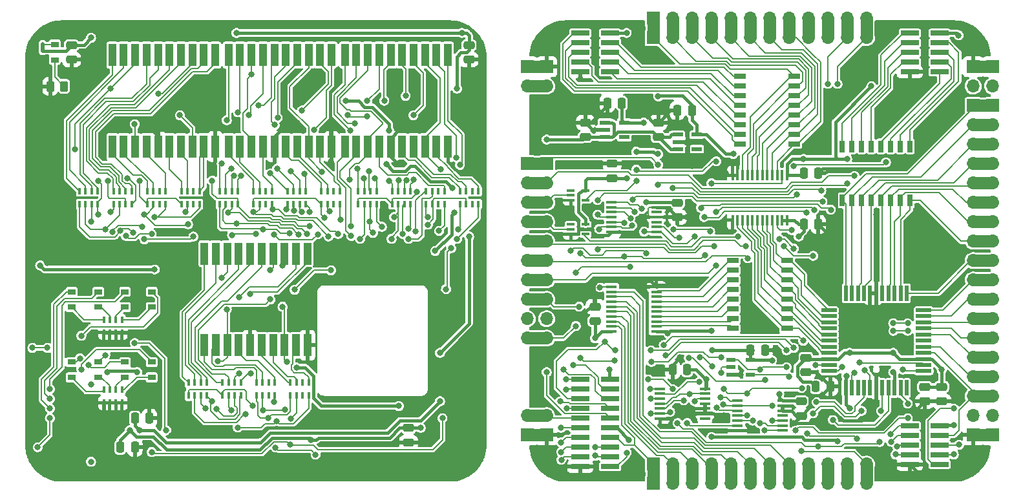
<source format=gbr>
%TF.GenerationSoftware,KiCad,Pcbnew,(6.0.5)*%
%TF.CreationDate,2022-08-07T10:52:40+02:00*%
%TF.ProjectId,MPU Signals,4d505520-5369-4676-9e61-6c732e6b6963,rev?*%
%TF.SameCoordinates,Original*%
%TF.FileFunction,Copper,L1,Top*%
%TF.FilePolarity,Positive*%
%FSLAX46Y46*%
G04 Gerber Fmt 4.6, Leading zero omitted, Abs format (unit mm)*
G04 Created by KiCad (PCBNEW (6.0.5)) date 2022-08-07 10:52:40*
%MOMM*%
%LPD*%
G01*
G04 APERTURE LIST*
G04 Aperture macros list*
%AMRoundRect*
0 Rectangle with rounded corners*
0 $1 Rounding radius*
0 $2 $3 $4 $5 $6 $7 $8 $9 X,Y pos of 4 corners*
0 Add a 4 corners polygon primitive as box body*
4,1,4,$2,$3,$4,$5,$6,$7,$8,$9,$2,$3,0*
0 Add four circle primitives for the rounded corners*
1,1,$1+$1,$2,$3*
1,1,$1+$1,$4,$5*
1,1,$1+$1,$6,$7*
1,1,$1+$1,$8,$9*
0 Add four rect primitives between the rounded corners*
20,1,$1+$1,$2,$3,$4,$5,0*
20,1,$1+$1,$4,$5,$6,$7,0*
20,1,$1+$1,$6,$7,$8,$9,0*
20,1,$1+$1,$8,$9,$2,$3,0*%
G04 Aperture macros list end*
%TA.AperFunction,SMDPad,CuDef*%
%ADD10R,0.425000X0.900000*%
%TD*%
%TA.AperFunction,SMDPad,CuDef*%
%ADD11RoundRect,0.250000X0.475000X-0.250000X0.475000X0.250000X-0.475000X0.250000X-0.475000X-0.250000X0*%
%TD*%
%TA.AperFunction,SMDPad,CuDef*%
%ADD12R,1.000000X3.000000*%
%TD*%
%TA.AperFunction,SMDPad,CuDef*%
%ADD13RoundRect,0.250000X-0.475000X0.250000X-0.475000X-0.250000X0.475000X-0.250000X0.475000X0.250000X0*%
%TD*%
%TA.AperFunction,SMDPad,CuDef*%
%ADD14R,1.000000X0.800000*%
%TD*%
%TA.AperFunction,SMDPad,CuDef*%
%ADD15RoundRect,0.250000X0.250000X0.475000X-0.250000X0.475000X-0.250000X-0.475000X0.250000X-0.475000X0*%
%TD*%
%TA.AperFunction,SMDPad,CuDef*%
%ADD16R,1.050000X0.400000*%
%TD*%
%TA.AperFunction,SMDPad,CuDef*%
%ADD17R,1.475000X0.450000*%
%TD*%
%TA.AperFunction,SMDPad,CuDef*%
%ADD18C,0.500000*%
%TD*%
%TA.AperFunction,SMDPad,CuDef*%
%ADD19R,1.400000X0.600000*%
%TD*%
%TA.AperFunction,SMDPad,CuDef*%
%ADD20RoundRect,0.250000X0.262500X0.450000X-0.262500X0.450000X-0.262500X-0.450000X0.262500X-0.450000X0*%
%TD*%
%TA.AperFunction,SMDPad,CuDef*%
%ADD21R,2.400000X0.650000*%
%TD*%
%TA.AperFunction,SMDPad,CuDef*%
%ADD22R,0.450000X1.475000*%
%TD*%
%TA.AperFunction,SMDPad,CuDef*%
%ADD23RoundRect,0.250000X-0.250000X-0.475000X0.250000X-0.475000X0.250000X0.475000X-0.250000X0.475000X0*%
%TD*%
%TA.AperFunction,SMDPad,CuDef*%
%ADD24R,0.650000X1.550000*%
%TD*%
%TA.AperFunction,SMDPad,CuDef*%
%ADD25R,1.550000X0.650000*%
%TD*%
%TA.AperFunction,SMDPad,CuDef*%
%ADD26R,1.250000X0.600000*%
%TD*%
%TA.AperFunction,SMDPad,CuDef*%
%ADD27RoundRect,0.137500X0.137500X0.912500X-0.137500X0.912500X-0.137500X-0.912500X0.137500X-0.912500X0*%
%TD*%
%TA.AperFunction,SMDPad,CuDef*%
%ADD28RoundRect,0.137500X0.912500X0.137500X-0.912500X0.137500X-0.912500X-0.137500X0.912500X-0.137500X0*%
%TD*%
%TA.AperFunction,ComponentPad*%
%ADD29R,1.700000X1.700000*%
%TD*%
%TA.AperFunction,ComponentPad*%
%ADD30O,1.700000X1.700000*%
%TD*%
%TA.AperFunction,WasherPad*%
%ADD31C,0.800000*%
%TD*%
%TA.AperFunction,ViaPad*%
%ADD32C,0.800000*%
%TD*%
%TA.AperFunction,Conductor*%
%ADD33C,0.450000*%
%TD*%
%TA.AperFunction,Conductor*%
%ADD34C,1.600000*%
%TD*%
%TA.AperFunction,Conductor*%
%ADD35C,0.200000*%
%TD*%
G04 APERTURE END LIST*
%TO.C,NT1*%
G36*
X63750000Y-79240000D02*
G01*
X63250000Y-79240000D01*
X63250000Y-78240000D01*
X63750000Y-78240000D01*
X63750000Y-79240000D01*
G37*
%TD*%
D10*
%TO.P,RN13,1,R1*%
%TO.N,Net-(DS2-Pad11)*%
X75177500Y-97575000D03*
%TO.P,RN13,2,R2*%
%TO.N,Net-(DS2-Pad12)*%
X74377500Y-97575000D03*
%TO.P,RN13,3,R3*%
%TO.N,Net-(DS2-Pad14)*%
X73577500Y-97575000D03*
%TO.P,RN13,4,R4*%
%TO.N,Net-(DS2-Pad15)*%
X72777500Y-97575000D03*
%TO.P,RN13,5,R4*%
%TO.N,/Bank Address Display/Digit 0 G Seg*%
X72777500Y-99275000D03*
%TO.P,RN13,6,R3*%
%TO.N,/Bank Address Display/Digit 0 F Seg*%
X73577500Y-99275000D03*
%TO.P,RN13,7,R2*%
%TO.N,/Bank Address Display/Digit 0 A Seg*%
X74377500Y-99275000D03*
%TO.P,RN13,8,R1*%
%TO.N,/Bank Address Display/Digit 0 B Seg*%
X75177500Y-99275000D03*
%TD*%
D11*
%TO.P,C2,1*%
%TO.N,/Source 5V*%
X134620000Y-90469000D03*
%TO.P,C2,2*%
%TO.N,/GND*%
X134620000Y-88569000D03*
%TD*%
D10*
%TO.P,RN19,1,R1*%
%TO.N,/Low Address Display/Digit 0 E Seg*%
X118180000Y-99275000D03*
%TO.P,RN19,2,R2*%
%TO.N,/Low Address Display/Digit 0 D Seg*%
X118980000Y-99275000D03*
%TO.P,RN19,3,R3*%
%TO.N,unconnected-(RN19-Pad3)*%
X119780000Y-99275000D03*
%TO.P,RN19,4,R4*%
%TO.N,/Low Address Display/Digit 0 C Seg*%
X120580000Y-99275000D03*
%TO.P,RN19,5,R4*%
%TO.N,Net-(DS4-Pad9)*%
X120580000Y-97575000D03*
%TO.P,RN19,6,R3*%
%TO.N,unconnected-(RN19-Pad6)*%
X119780000Y-97575000D03*
%TO.P,RN19,7,R2*%
%TO.N,Net-(DS4-Pad7)*%
X118980000Y-97575000D03*
%TO.P,RN19,8,R1*%
%TO.N,Net-(DS4-Pad6)*%
X118180000Y-97575000D03*
%TD*%
D12*
%TO.P,DS1,1,E-Seg_{(Left)}*%
%TO.N,Net-(DS1-Pad1)*%
X84690000Y-117760000D03*
%TO.P,DS1,2,D-Seg_{(Left)}*%
%TO.N,Net-(DS1-Pad2)*%
X86190000Y-117760000D03*
%TO.P,DS1,3,Cathode_{(Left)}*%
%TO.N,/Data Display/Digit L0 Cathode*%
X87690000Y-117760000D03*
%TO.P,DS1,4,C-Seg_{(Left)}*%
%TO.N,Net-(DS1-Pad4)*%
X89190000Y-117760000D03*
%TO.P,DS1,5,Dot_{(Left)}*%
%TO.N,/GND_{TOP}*%
X90690000Y-117760000D03*
%TO.P,DS1,6,E-Seg_{(Right)}*%
%TO.N,Net-(DS1-Pad6)*%
X92190000Y-117760000D03*
%TO.P,DS1,7,D-Seg_{(Right)}*%
%TO.N,Net-(DS1-Pad7)*%
X93690000Y-117760000D03*
%TO.P,DS1,8,Cathode_{(Right)}*%
%TO.N,/Data Display/Digit R0 Cathode*%
X95190000Y-117760000D03*
%TO.P,DS1,9,C-Seg_{(Right)}*%
%TO.N,Net-(DS1-Pad9)*%
X96690000Y-117760000D03*
%TO.P,DS1,10,Dot_{(Right)}*%
%TO.N,/GND_{TOP}*%
X98190000Y-117760000D03*
%TO.P,DS1,11,B-Seg_{(Right)}*%
%TO.N,Net-(DS1-Pad11)*%
X98190000Y-105760000D03*
%TO.P,DS1,12,A-Seg_{(Right)}*%
%TO.N,Net-(DS1-Pad12)*%
X96690000Y-105760000D03*
%TO.P,DS1,13,Cathode_{(Right)}*%
%TO.N,/Data Display/Digit R0 Cathode*%
X95190000Y-105760000D03*
%TO.P,DS1,14,F-Seg_{(Right)}*%
%TO.N,Net-(DS1-Pad14)*%
X93690000Y-105760000D03*
%TO.P,DS1,15,G-Seg_{(Right)}*%
%TO.N,Net-(DS1-Pad15)*%
X92190000Y-105760000D03*
%TO.P,DS1,16,B-Seg_{(Left)}*%
%TO.N,Net-(DS1-Pad16)*%
X90690000Y-105760000D03*
%TO.P,DS1,17,A-Seg_{(Left)}*%
%TO.N,Net-(DS1-Pad17)*%
X89190000Y-105760000D03*
%TO.P,DS1,18,Cathode_{(Left)}*%
%TO.N,/Data Display/Digit L0 Cathode*%
X87690000Y-105760000D03*
%TO.P,DS1,19,F-Seg_{(Left)}*%
%TO.N,Net-(DS1-Pad19)*%
X86190000Y-105760000D03*
%TO.P,DS1,20,G-Seg_{(Left)}*%
%TO.N,Net-(DS1-Pad20)*%
X84690000Y-105760000D03*
%TD*%
D13*
%TO.P,C14,1*%
%TO.N,/3.8V*%
X162877500Y-125113500D03*
%TO.P,C14,2*%
%TO.N,/GND*%
X162877500Y-127013500D03*
%TD*%
D10*
%TO.P,RN15,1,R1*%
%TO.N,/High Address Display/Digit 0 E Seg*%
X100012500Y-99275000D03*
%TO.P,RN15,2,R2*%
%TO.N,/High Address Display/Digit 0 D Seg*%
X100812500Y-99275000D03*
%TO.P,RN15,3,R3*%
%TO.N,unconnected-(RN15-Pad3)*%
X101612500Y-99275000D03*
%TO.P,RN15,4,R4*%
%TO.N,/High Address Display/Digit 0 C Seg*%
X102412500Y-99275000D03*
%TO.P,RN15,5,R4*%
%TO.N,Net-(DS3-Pad9)*%
X102412500Y-97575000D03*
%TO.P,RN15,6,R3*%
%TO.N,unconnected-(RN15-Pad6)*%
X101612500Y-97575000D03*
%TO.P,RN15,7,R2*%
%TO.N,Net-(DS3-Pad7)*%
X100812500Y-97575000D03*
%TO.P,RN15,8,R1*%
%TO.N,Net-(DS3-Pad6)*%
X100012500Y-97575000D03*
%TD*%
D14*
%TO.P,LED8,1*%
%TO.N,Net-(LED8-Pad1)*%
X70802500Y-112760000D03*
%TO.P,LED8,2*%
%TO.N,/Native Mode_{TOP}*%
X70802500Y-110760000D03*
%TD*%
D15*
%TO.P,C16,1*%
%TO.N,/3.8V*%
X147936500Y-120967500D03*
%TO.P,C16,2*%
%TO.N,/GND*%
X146036500Y-120967500D03*
%TD*%
D16*
%TO.P,IC15,1,n.c.*%
%TO.N,unconnected-(IC15-Pad1)*%
X132717500Y-97457500D03*
%TO.P,IC15,2,A*%
%TO.N,/~{NMI}*%
X132717500Y-98107500D03*
%TO.P,IC15,3,GND*%
%TO.N,/GND*%
X132717500Y-98757500D03*
%TO.P,IC15,4,Y*%
%TO.N,/~{NMI}^{5V}*%
X134617500Y-98757500D03*
%TO.P,IC15,5,5V*%
%TO.N,/5V*%
X134617500Y-97457500D03*
%TD*%
D10*
%TO.P,RN4,1,R1*%
%TO.N,/GND_{TOP}*%
X71507500Y-116102500D03*
%TO.P,RN4,2,R2*%
X72307500Y-116102500D03*
%TO.P,RN4,3,R3*%
X73107500Y-116102500D03*
%TO.P,RN4,4,R4*%
X73907500Y-116102500D03*
%TO.P,RN4,5,R4*%
%TO.N,Net-(LED3-Pad1)*%
X73907500Y-114402500D03*
%TO.P,RN4,6,R3*%
%TO.N,Net-(LED7-Pad1)*%
X73107500Y-114402500D03*
%TO.P,RN4,7,R2*%
%TO.N,Net-(LED8-Pad1)*%
X72307500Y-114402500D03*
%TO.P,RN4,8,R1*%
%TO.N,Net-(LED9-Pad1)*%
X71507500Y-114402500D03*
%TD*%
D17*
%TO.P,IC8,1,1A*%
%TO.N,/~{R}W*%
X144382000Y-123462500D03*
%TO.P,IC8,2,1B*%
%TO.N,/Write Selector OR ~{Clock Enable}*%
X144382000Y-124112500D03*
%TO.P,IC8,3,2A*%
%TO.N,/R~{W}*%
X144382000Y-124762500D03*
%TO.P,IC8,4,2B*%
%TO.N,/Valid Address*%
X144382000Y-125412500D03*
%TO.P,IC8,5,2C*%
%TO.N,/Read Selector OR ~{Clock Enable}*%
X144382000Y-126062500D03*
%TO.P,IC8,6,2Y*%
%TO.N,/Read Enable*%
X144382000Y-126712500D03*
%TO.P,IC8,7,GND*%
%TO.N,/GND*%
X144382000Y-127362500D03*
%TO.P,IC8,8,3Y*%
%TO.N,unconnected-(IC8-Pad8)*%
X150258000Y-127362500D03*
%TO.P,IC8,9,3A*%
%TO.N,/GND*%
X150258000Y-126712500D03*
%TO.P,IC8,10,3B*%
X150258000Y-126062500D03*
%TO.P,IC8,11,3C*%
X150258000Y-125412500D03*
%TO.P,IC8,12,1Y*%
%TO.N,/Write Enable*%
X150258000Y-124762500D03*
%TO.P,IC8,13,1C*%
%TO.N,/Valid Address*%
X150258000Y-124112500D03*
%TO.P,IC8,14,3V*%
%TO.N,/3.8V*%
X150258000Y-123462500D03*
%TD*%
D18*
%TO.P,NT1,1,1*%
%TO.N,/5V_{TOP}*%
X63500000Y-79240000D03*
%TO.P,NT1,2,2*%
%TO.N,/Power LED*%
X63500000Y-78240000D03*
%TD*%
D10*
%TO.P,RN10,1,R1*%
%TO.N,/Bank Address Display/Digit 0 E Seg*%
X77222500Y-99275000D03*
%TO.P,RN10,2,R2*%
%TO.N,/Bank Address Display/Digit 0 D Seg*%
X78022500Y-99275000D03*
%TO.P,RN10,3,R3*%
%TO.N,unconnected-(RN10-Pad3)*%
X78822500Y-99275000D03*
%TO.P,RN10,4,R4*%
%TO.N,/Bank Address Display/Digit 0 C Seg*%
X79622500Y-99275000D03*
%TO.P,RN10,5,R4*%
%TO.N,Net-(DS2-Pad4)*%
X79622500Y-97575000D03*
%TO.P,RN10,6,R3*%
%TO.N,unconnected-(RN10-Pad6)*%
X78822500Y-97575000D03*
%TO.P,RN10,7,R2*%
%TO.N,Net-(DS2-Pad2)*%
X78022500Y-97575000D03*
%TO.P,RN10,8,R1*%
%TO.N,Net-(DS2-Pad1)*%
X77222500Y-97575000D03*
%TD*%
D19*
%TO.P,IC17,1,VIN*%
%TO.N,/Source 5V*%
X146705000Y-90172500D03*
%TO.P,IC17,2,VSS*%
%TO.N,/GND*%
X146705000Y-91122500D03*
%TO.P,IC17,3,~{SHDN}*%
%TO.N,/Source 5V*%
X146705000Y-92072500D03*
%TO.P,IC17,4,NC*%
%TO.N,unconnected-(IC17-Pad4)*%
X149205000Y-92072500D03*
%TO.P,IC17,5,VOUT*%
%TO.N,/5V*%
X149205000Y-90172500D03*
%TD*%
D20*
%TO.P,R3,1*%
%TO.N,Net-(LED1-Pad1)*%
X66317500Y-83830000D03*
%TO.P,R3,2*%
%TO.N,/GND_{TOP}*%
X64492500Y-83830000D03*
%TD*%
D11*
%TO.P,C19,1*%
%TO.N,/5V*%
X138112500Y-95866500D03*
%TO.P,C19,2*%
%TO.N,/GND*%
X138112500Y-93966500D03*
%TD*%
D21*
%TO.P,J22,1,Pin_1*%
%TO.N,/LA15*%
X177120000Y-76860000D03*
%TO.P,J22,2,Pin_2*%
%TO.N,/LA14*%
X177120000Y-78130000D03*
%TO.P,J22,3,Pin_3*%
%TO.N,/LA13*%
X177120000Y-79400000D03*
%TO.P,J22,4,Pin_4*%
%TO.N,/LA12*%
X177120000Y-80670000D03*
%TO.P,J22,5,Pin_5*%
%TO.N,/GND*%
X177120000Y-81940000D03*
%TO.P,J22,6,Pin_6*%
%TO.N,/LA11*%
X181020000Y-81940000D03*
%TO.P,J22,7,Pin_7*%
%TO.N,/LA10*%
X181020000Y-80670000D03*
%TO.P,J22,8,Pin_8*%
%TO.N,/LA9*%
X181020000Y-79400000D03*
%TO.P,J22,9,Pin_9*%
%TO.N,/LA8*%
X181020000Y-78130000D03*
%TO.P,J22,10,Pin_10*%
%TO.N,/5V*%
X181020000Y-76860000D03*
%TD*%
%TO.P,J20,1,Pin_1*%
%TO.N,/~{VP}*%
X133940000Y-122237500D03*
%TO.P,J20,2,Pin_2*%
%TO.N,/R~{W}*%
X133940000Y-123507500D03*
%TO.P,J20,3,Pin_3*%
%TO.N,/Native Mode*%
X133940000Y-124777500D03*
%TO.P,J20,4,Pin_4*%
%TO.N,/Opcode Address*%
X133940000Y-126047500D03*
%TO.P,J20,5,Pin_5*%
%TO.N,/~{LED Enable}*%
X133940000Y-127317500D03*
%TO.P,J20,6,Pin_6*%
%TO.N,/BA7*%
X133940000Y-128587500D03*
%TO.P,J20,7,Pin_7*%
%TO.N,/BA6*%
X133940000Y-129857500D03*
%TO.P,J20,8,Pin_8*%
%TO.N,/BA5*%
X133940000Y-131127500D03*
%TO.P,J20,9,Pin_9*%
%TO.N,/BA4*%
X133940000Y-132397500D03*
%TO.P,J20,10,Pin_10*%
%TO.N,/GND*%
X133940000Y-133667500D03*
%TO.P,J20,11,Pin_11*%
%TO.N,/BA3*%
X137840000Y-133667500D03*
%TO.P,J20,12,Pin_12*%
%TO.N,/BA2*%
X137840000Y-132397500D03*
%TO.P,J20,13,Pin_13*%
%TO.N,/BA1*%
X137840000Y-131127500D03*
%TO.P,J20,14,Pin_14*%
%TO.N,/BA0*%
X137840000Y-129857500D03*
%TO.P,J20,15,Pin_15*%
%TO.N,/5V*%
X137840000Y-128587500D03*
%TO.P,J20,16,Pin_16*%
%TO.N,/~{Read Enable}*%
X137840000Y-127317500D03*
%TO.P,J20,17,Pin_17*%
%TO.N,/Read Enable*%
X137840000Y-126047500D03*
%TO.P,J20,18,Pin_18*%
%TO.N,/~{Write Enable}*%
X137840000Y-124777500D03*
%TO.P,J20,19,Pin_19*%
%TO.N,/Write Enable*%
X137840000Y-123507500D03*
%TO.P,J20,20,Pin_20*%
%TO.N,/3.8V*%
X137840000Y-122237500D03*
%TD*%
D22*
%TO.P,IC4,1,5V*%
%TO.N,/5V*%
X161055000Y-95487000D03*
%TO.P,IC4,2,DIR*%
%TO.N,/R~{W}*%
X160405000Y-95487000D03*
%TO.P,IC4,3,A0*%
%TO.N,/D7*%
X159755000Y-95487000D03*
%TO.P,IC4,4,A1*%
%TO.N,/D6*%
X159105000Y-95487000D03*
%TO.P,IC4,5,A2*%
%TO.N,/D5*%
X158455000Y-95487000D03*
%TO.P,IC4,6,A3*%
%TO.N,/D4*%
X157805000Y-95487000D03*
%TO.P,IC4,7,A4*%
%TO.N,/D3*%
X157155000Y-95487000D03*
%TO.P,IC4,8,A5*%
%TO.N,/D2*%
X156505000Y-95487000D03*
%TO.P,IC4,9,A6*%
%TO.N,/D1*%
X155855000Y-95487000D03*
%TO.P,IC4,10,A7*%
%TO.N,/D0*%
X155205000Y-95487000D03*
%TO.P,IC4,11,GND*%
%TO.N,/GND*%
X154555000Y-95487000D03*
%TO.P,IC4,12,GND*%
X153905000Y-95487000D03*
%TO.P,IC4,13,GND*%
X153905000Y-101363000D03*
%TO.P,IC4,14,B7*%
%TO.N,/BA{slash}D0*%
X154555000Y-101363000D03*
%TO.P,IC4,15,B6*%
%TO.N,/BA{slash}D1*%
X155205000Y-101363000D03*
%TO.P,IC4,16,B5*%
%TO.N,/BA{slash}D2*%
X155855000Y-101363000D03*
%TO.P,IC4,17,B4*%
%TO.N,/BA{slash}D3*%
X156505000Y-101363000D03*
%TO.P,IC4,18,B3*%
%TO.N,/BA{slash}D4*%
X157155000Y-101363000D03*
%TO.P,IC4,19,B2*%
%TO.N,/BA{slash}D5*%
X157805000Y-101363000D03*
%TO.P,IC4,20,B1*%
%TO.N,/BA{slash}D6*%
X158455000Y-101363000D03*
%TO.P,IC4,21,B0*%
%TO.N,/BA{slash}D7*%
X159105000Y-101363000D03*
%TO.P,IC4,22,~{OE}*%
%TO.N,/~{Data Transmit}*%
X159755000Y-101363000D03*
%TO.P,IC4,23,3V*%
%TO.N,/3.8V*%
X160405000Y-101363000D03*
%TO.P,IC4,24,3V*%
X161055000Y-101363000D03*
%TD*%
D23*
%TO.P,C24,1*%
%TO.N,/5V_{TOP}*%
X73678500Y-131127500D03*
%TO.P,C24,2*%
%TO.N,/GND_{TOP}*%
X75578500Y-131127500D03*
%TD*%
D10*
%TO.P,RN12,1,R1*%
%TO.N,Net-(DS2-Pad16)*%
X70732500Y-97575000D03*
%TO.P,RN12,2,R2*%
%TO.N,Net-(DS2-Pad17)*%
X69932500Y-97575000D03*
%TO.P,RN12,3,R3*%
%TO.N,Net-(DS2-Pad19)*%
X69132500Y-97575000D03*
%TO.P,RN12,4,R4*%
%TO.N,Net-(DS2-Pad20)*%
X68332500Y-97575000D03*
%TO.P,RN12,5,R4*%
%TO.N,/Bank Address Display/Digit 0 G Seg*%
X68332500Y-99275000D03*
%TO.P,RN12,6,R3*%
%TO.N,/Bank Address Display/Digit 0 F Seg*%
X69132500Y-99275000D03*
%TO.P,RN12,7,R2*%
%TO.N,/Bank Address Display/Digit 0 A Seg*%
X69932500Y-99275000D03*
%TO.P,RN12,8,R1*%
%TO.N,/Bank Address Display/Digit 0 B Seg*%
X70732500Y-99275000D03*
%TD*%
D21*
%TO.P,J24,1,Pin_1*%
%TO.N,/A7*%
X177120000Y-128295000D03*
%TO.P,J24,2,Pin_2*%
%TO.N,/A6*%
X177120000Y-129565000D03*
%TO.P,J24,3,Pin_3*%
%TO.N,/A5*%
X177120000Y-130835000D03*
%TO.P,J24,4,Pin_4*%
%TO.N,/A4*%
X177120000Y-132105000D03*
%TO.P,J24,5,Pin_5*%
%TO.N,/GND*%
X177120000Y-133375000D03*
%TO.P,J24,6,Pin_6*%
%TO.N,/A3*%
X181020000Y-133375000D03*
%TO.P,J24,7,Pin_7*%
%TO.N,/A2*%
X181020000Y-132105000D03*
%TO.P,J24,8,Pin_8*%
%TO.N,/A1*%
X181020000Y-130835000D03*
%TO.P,J24,9,Pin_9*%
%TO.N,/A0*%
X181020000Y-129565000D03*
%TO.P,J24,10,Pin_10*%
%TO.N,/5V*%
X181020000Y-128295000D03*
%TD*%
D24*
%TO.P,RN3,1,1*%
%TO.N,/A15*%
X168275000Y-98798000D03*
%TO.P,RN3,2,2*%
%TO.N,/A14*%
X169545000Y-98798000D03*
%TO.P,RN3,3,3*%
%TO.N,/A13*%
X170815000Y-98798000D03*
%TO.P,RN3,4,4*%
%TO.N,/A12*%
X172085000Y-98798000D03*
%TO.P,RN3,5,5*%
%TO.N,/A11*%
X173355000Y-98798000D03*
%TO.P,RN3,6,6*%
%TO.N,/A10*%
X174625000Y-98798000D03*
%TO.P,RN3,7,7*%
%TO.N,/A9*%
X175895000Y-98798000D03*
%TO.P,RN3,8,8*%
%TO.N,/A8*%
X177165000Y-98798000D03*
%TO.P,RN3,9,9*%
%TO.N,/LA8*%
X177165000Y-91702000D03*
%TO.P,RN3,10,10*%
%TO.N,/LA9*%
X175895000Y-91702000D03*
%TO.P,RN3,11,11*%
%TO.N,/LA10*%
X174625000Y-91702000D03*
%TO.P,RN3,12,12*%
%TO.N,/LA11*%
X173355000Y-91702000D03*
%TO.P,RN3,13,13*%
%TO.N,/LA12*%
X172085000Y-91702000D03*
%TO.P,RN3,14,14*%
%TO.N,/LA13*%
X170815000Y-91702000D03*
%TO.P,RN3,15,15*%
%TO.N,/LA14*%
X169545000Y-91702000D03*
%TO.P,RN3,16,16*%
%TO.N,/LA15*%
X168275000Y-91702000D03*
%TD*%
D13*
%TO.P,C13,1*%
%TO.N,/3.8V*%
X146685000Y-99078500D03*
%TO.P,C13,2*%
%TO.N,/GND*%
X146685000Y-100978500D03*
%TD*%
D14*
%TO.P,LED9,1*%
%TO.N,Net-(LED9-Pad1)*%
X67310000Y-112760000D03*
%TO.P,LED9,2*%
%TO.N,/Opcode Address_{TOP}*%
X67310000Y-110760000D03*
%TD*%
D16*
%TO.P,IC16,1,n.c.*%
%TO.N,unconnected-(IC16-Pad1)*%
X132717500Y-101902500D03*
%TO.P,IC16,2,A*%
%TO.N,/~{IRQ}*%
X132717500Y-102552500D03*
%TO.P,IC16,3,GND*%
%TO.N,/GND*%
X132717500Y-103202500D03*
%TO.P,IC16,4,Y*%
%TO.N,/~{IRQ}^{5V}*%
X134617500Y-103202500D03*
%TO.P,IC16,5,5V*%
%TO.N,/5V*%
X134617500Y-101902500D03*
%TD*%
D10*
%TO.P,RN11,1,R1*%
%TO.N,/Bank Address Display/Digit 0 E Seg*%
X81667500Y-99275000D03*
%TO.P,RN11,2,R2*%
%TO.N,/Bank Address Display/Digit 0 D Seg*%
X82467500Y-99275000D03*
%TO.P,RN11,3,R3*%
%TO.N,unconnected-(RN11-Pad3)*%
X83267500Y-99275000D03*
%TO.P,RN11,4,R4*%
%TO.N,/Bank Address Display/Digit 0 C Seg*%
X84067500Y-99275000D03*
%TO.P,RN11,5,R4*%
%TO.N,Net-(DS2-Pad9)*%
X84067500Y-97575000D03*
%TO.P,RN11,6,R3*%
%TO.N,unconnected-(RN11-Pad6)*%
X83267500Y-97575000D03*
%TO.P,RN11,7,R2*%
%TO.N,Net-(DS2-Pad7)*%
X82467500Y-97575000D03*
%TO.P,RN11,8,R1*%
%TO.N,Net-(DS2-Pad6)*%
X81667500Y-97575000D03*
%TD*%
D17*
%TO.P,IC3,1,~{OE}*%
%TO.N,/3.8V*%
X143908000Y-115955000D03*
%TO.P,IC3,2,D0*%
%TO.N,Net-(IC3-Pad2)*%
X143908000Y-115305000D03*
%TO.P,IC3,3,D1*%
%TO.N,Net-(IC3-Pad3)*%
X143908000Y-114655000D03*
%TO.P,IC3,4,D2*%
%TO.N,Net-(IC3-Pad4)*%
X143908000Y-114005000D03*
%TO.P,IC3,5,D3*%
%TO.N,Net-(IC3-Pad5)*%
X143908000Y-113355000D03*
%TO.P,IC3,6,D4*%
%TO.N,Net-(IC3-Pad6)*%
X143908000Y-112705000D03*
%TO.P,IC3,7,D5*%
%TO.N,Net-(IC3-Pad7)*%
X143908000Y-112055000D03*
%TO.P,IC3,8,D6*%
%TO.N,Net-(IC3-Pad8)*%
X143908000Y-111405000D03*
%TO.P,IC3,9,D7*%
%TO.N,Net-(IC3-Pad9)*%
X143908000Y-110755000D03*
%TO.P,IC3,10,GND*%
%TO.N,/GND*%
X143908000Y-110105000D03*
%TO.P,IC3,11,LE*%
%TO.N,/~{Data Transmit}*%
X138032000Y-110105000D03*
%TO.P,IC3,12,Q7*%
%TO.N,/BA7*%
X138032000Y-110755000D03*
%TO.P,IC3,13,Q6*%
%TO.N,/BA6*%
X138032000Y-111405000D03*
%TO.P,IC3,14,Q5*%
%TO.N,/BA5*%
X138032000Y-112055000D03*
%TO.P,IC3,15,Q4*%
%TO.N,/BA4*%
X138032000Y-112705000D03*
%TO.P,IC3,16,Q3*%
%TO.N,/BA3*%
X138032000Y-113355000D03*
%TO.P,IC3,17,Q2*%
%TO.N,/BA2*%
X138032000Y-114005000D03*
%TO.P,IC3,18,Q1*%
%TO.N,/BA1*%
X138032000Y-114655000D03*
%TO.P,IC3,19,Q0*%
%TO.N,/BA0*%
X138032000Y-115305000D03*
%TO.P,IC3,20,3V*%
%TO.N,/3.8V*%
X138032000Y-115955000D03*
%TD*%
D10*
%TO.P,RN7,1,R1*%
%TO.N,/Data Display/Digit 0 E Seg*%
X95955000Y-124357500D03*
%TO.P,RN7,2,R2*%
%TO.N,/Data Display/Digit 0 D Seg*%
X96755000Y-124357500D03*
%TO.P,RN7,3,R3*%
%TO.N,unconnected-(RN7-Pad3)*%
X97555000Y-124357500D03*
%TO.P,RN7,4,R4*%
%TO.N,/Data Display/Digit 0 C Seg*%
X98355000Y-124357500D03*
%TO.P,RN7,5,R4*%
%TO.N,Net-(DS1-Pad9)*%
X98355000Y-122657500D03*
%TO.P,RN7,6,R3*%
%TO.N,unconnected-(RN7-Pad6)*%
X97555000Y-122657500D03*
%TO.P,RN7,7,R2*%
%TO.N,Net-(DS1-Pad7)*%
X96755000Y-122657500D03*
%TO.P,RN7,8,R1*%
%TO.N,Net-(DS1-Pad6)*%
X95955000Y-122657500D03*
%TD*%
%TO.P,RN18,1,R1*%
%TO.N,/Low Address Display/Digit 0 E Seg*%
X113735000Y-99275000D03*
%TO.P,RN18,2,R2*%
%TO.N,/Low Address Display/Digit 0 D Seg*%
X114535000Y-99275000D03*
%TO.P,RN18,3,R3*%
%TO.N,unconnected-(RN18-Pad3)*%
X115335000Y-99275000D03*
%TO.P,RN18,4,R4*%
%TO.N,/Low Address Display/Digit 0 C Seg*%
X116135000Y-99275000D03*
%TO.P,RN18,5,R4*%
%TO.N,Net-(DS4-Pad4)*%
X116135000Y-97575000D03*
%TO.P,RN18,6,R3*%
%TO.N,unconnected-(RN18-Pad6)*%
X115335000Y-97575000D03*
%TO.P,RN18,7,R2*%
%TO.N,Net-(DS4-Pad2)*%
X114535000Y-97575000D03*
%TO.P,RN18,8,R1*%
%TO.N,Net-(DS4-Pad1)*%
X113735000Y-97575000D03*
%TD*%
D21*
%TO.P,J17,1,Pin_1*%
%TO.N,/LD7*%
X133940000Y-76860000D03*
%TO.P,J17,2,Pin_2*%
%TO.N,/LD6*%
X133940000Y-78130000D03*
%TO.P,J17,3,Pin_3*%
%TO.N,/LD5*%
X133940000Y-79400000D03*
%TO.P,J17,4,Pin_4*%
%TO.N,/LD4*%
X133940000Y-80670000D03*
%TO.P,J17,5,Pin_5*%
%TO.N,/GND*%
X133940000Y-81940000D03*
%TO.P,J17,6,Pin_6*%
%TO.N,/LD3*%
X137840000Y-81940000D03*
%TO.P,J17,7,Pin_7*%
%TO.N,/LD2*%
X137840000Y-80670000D03*
%TO.P,J17,8,Pin_8*%
%TO.N,/LD1*%
X137840000Y-79400000D03*
%TO.P,J17,9,Pin_9*%
%TO.N,/LD0*%
X137840000Y-78130000D03*
%TO.P,J17,10,Pin_10*%
%TO.N,/5V*%
X137840000Y-76860000D03*
%TD*%
D23*
%TO.P,C18,1*%
%TO.N,/3.8V*%
X156228500Y-118427500D03*
%TO.P,C18,2*%
%TO.N,/GND*%
X158128500Y-118427500D03*
%TD*%
D14*
%TO.P,LED1,1*%
%TO.N,Net-(LED1-Pad1)*%
X65087500Y-80359000D03*
%TO.P,LED1,2*%
%TO.N,/Power LED*%
X65087500Y-78359000D03*
%TD*%
D25*
%TO.P,RN5,1,1*%
%TO.N,/D7*%
X161980500Y-91440000D03*
%TO.P,RN5,2,2*%
%TO.N,/D6*%
X161980500Y-90170000D03*
%TO.P,RN5,3,3*%
%TO.N,/D5*%
X161980500Y-88900000D03*
%TO.P,RN5,4,4*%
%TO.N,/D4*%
X161980500Y-87630000D03*
%TO.P,RN5,5,5*%
%TO.N,/D3*%
X161980500Y-86360000D03*
%TO.P,RN5,6,6*%
%TO.N,/D2*%
X161980500Y-85090000D03*
%TO.P,RN5,7,7*%
%TO.N,/D1*%
X161980500Y-83820000D03*
%TO.P,RN5,8,8*%
%TO.N,/D0*%
X161980500Y-82550000D03*
%TO.P,RN5,9,9*%
%TO.N,/LD0*%
X154884500Y-82550000D03*
%TO.P,RN5,10,10*%
%TO.N,/LD1*%
X154884500Y-83820000D03*
%TO.P,RN5,11,11*%
%TO.N,/LD2*%
X154884500Y-85090000D03*
%TO.P,RN5,12,12*%
%TO.N,/LD3*%
X154884500Y-86360000D03*
%TO.P,RN5,13,13*%
%TO.N,/LD4*%
X154884500Y-87630000D03*
%TO.P,RN5,14,14*%
%TO.N,/LD5*%
X154884500Y-88900000D03*
%TO.P,RN5,15,15*%
%TO.N,/LD6*%
X154884500Y-90170000D03*
%TO.P,RN5,16,16*%
%TO.N,/LD7*%
X154884500Y-91440000D03*
%TD*%
D23*
%TO.P,C20,1*%
%TO.N,/5V*%
X163213500Y-95250000D03*
%TO.P,C20,2*%
%TO.N,/GND*%
X165113500Y-95250000D03*
%TD*%
D10*
%TO.P,RN17,1,R1*%
%TO.N,Net-(DS3-Pad11)*%
X97967500Y-97575000D03*
%TO.P,RN17,2,R2*%
%TO.N,Net-(DS3-Pad12)*%
X97167500Y-97575000D03*
%TO.P,RN17,3,R3*%
%TO.N,Net-(DS3-Pad14)*%
X96367500Y-97575000D03*
%TO.P,RN17,4,R4*%
%TO.N,Net-(DS3-Pad15)*%
X95567500Y-97575000D03*
%TO.P,RN17,5,R4*%
%TO.N,/High Address Display/Digit 0 G Seg*%
X95567500Y-99275000D03*
%TO.P,RN17,6,R3*%
%TO.N,/High Address Display/Digit 0 F Seg*%
X96367500Y-99275000D03*
%TO.P,RN17,7,R2*%
%TO.N,/High Address Display/Digit 0 A Seg*%
X97167500Y-99275000D03*
%TO.P,RN17,8,R1*%
%TO.N,/High Address Display/Digit 0 B Seg*%
X97967500Y-99275000D03*
%TD*%
D14*
%TO.P,LED2,1*%
%TO.N,Net-(LED2-Pad1)*%
X77787500Y-121967500D03*
%TO.P,LED2,2*%
%TO.N,/Write Enable_{TOP}*%
X77787500Y-119967500D03*
%TD*%
D13*
%TO.P,C22,1*%
%TO.N,/5V_{TOP}*%
X67310000Y-78441000D03*
%TO.P,C22,2*%
%TO.N,/GND_{TOP}*%
X67310000Y-80341000D03*
%TD*%
D11*
%TO.P,C1,1*%
%TO.N,/Source 5V*%
X144163500Y-90469000D03*
%TO.P,C1,2*%
%TO.N,/GND*%
X144163500Y-88569000D03*
%TD*%
D23*
%TO.P,C10,1*%
%TO.N,/5V*%
X164801000Y-123190000D03*
%TO.P,C10,2*%
%TO.N,/GND*%
X166701000Y-123190000D03*
%TD*%
%TO.P,C21,1*%
%TO.N,/3.8V_{TOP}*%
X75583500Y-127317500D03*
%TO.P,C21,2*%
%TO.N,/GND_{TOP}*%
X77483500Y-127317500D03*
%TD*%
D12*
%TO.P,DS2,1,E-Seg_{(Left)}*%
%TO.N,Net-(DS2-Pad1)*%
X72625000Y-91725000D03*
%TO.P,DS2,2,D-Seg_{(Left)}*%
%TO.N,Net-(DS2-Pad2)*%
X74125000Y-91725000D03*
%TO.P,DS2,3,Cathode_{(Left)}*%
%TO.N,/Bank Address Display/Digit L0 Cathode*%
X75625000Y-91725000D03*
%TO.P,DS2,4,C-Seg_{(Left)}*%
%TO.N,Net-(DS2-Pad4)*%
X77125000Y-91725000D03*
%TO.P,DS2,5,Dot_{(Left)}*%
%TO.N,/GND_{TOP}*%
X78625000Y-91725000D03*
%TO.P,DS2,6,E-Seg_{(Right)}*%
%TO.N,Net-(DS2-Pad6)*%
X80125000Y-91725000D03*
%TO.P,DS2,7,D-Seg_{(Right)}*%
%TO.N,Net-(DS2-Pad7)*%
X81625000Y-91725000D03*
%TO.P,DS2,8,Cathode_{(Right)}*%
%TO.N,/Bank Address Display/Digit R0 Cathode*%
X83125000Y-91725000D03*
%TO.P,DS2,9,C-Seg_{(Right)}*%
%TO.N,Net-(DS2-Pad9)*%
X84625000Y-91725000D03*
%TO.P,DS2,10,Dot_{(Right)}*%
%TO.N,/GND_{TOP}*%
X86125000Y-91725000D03*
%TO.P,DS2,11,B-Seg_{(Right)}*%
%TO.N,Net-(DS2-Pad11)*%
X86125000Y-79725000D03*
%TO.P,DS2,12,A-Seg_{(Right)}*%
%TO.N,Net-(DS2-Pad12)*%
X84625000Y-79725000D03*
%TO.P,DS2,13,Cathode_{(Right)}*%
%TO.N,/Bank Address Display/Digit R0 Cathode*%
X83125000Y-79725000D03*
%TO.P,DS2,14,F-Seg_{(Right)}*%
%TO.N,Net-(DS2-Pad14)*%
X81625000Y-79725000D03*
%TO.P,DS2,15,G-Seg_{(Right)}*%
%TO.N,Net-(DS2-Pad15)*%
X80125000Y-79725000D03*
%TO.P,DS2,16,B-Seg_{(Left)}*%
%TO.N,Net-(DS2-Pad16)*%
X78625000Y-79725000D03*
%TO.P,DS2,17,A-Seg_{(Left)}*%
%TO.N,Net-(DS2-Pad17)*%
X77125000Y-79725000D03*
%TO.P,DS2,18,Cathode_{(Left)}*%
%TO.N,/Bank Address Display/Digit L0 Cathode*%
X75625000Y-79725000D03*
%TO.P,DS2,19,F-Seg_{(Left)}*%
%TO.N,Net-(DS2-Pad19)*%
X74125000Y-79725000D03*
%TO.P,DS2,20,G-Seg_{(Left)}*%
%TO.N,Net-(DS2-Pad20)*%
X72625000Y-79725000D03*
%TD*%
D26*
%TO.P,IC7,1,B*%
%TO.N,/VPA*%
X153690000Y-119700000D03*
%TO.P,IC7,2,A*%
%TO.N,/VDA*%
X153690000Y-120650000D03*
%TO.P,IC7,3,GND*%
%TO.N,/GND*%
X153690000Y-121600000D03*
%TO.P,IC7,4,Y*%
%TO.N,/Opcode Address*%
X156190000Y-121600000D03*
%TO.P,IC7,5,3V*%
%TO.N,/3.8V*%
X156190000Y-119700000D03*
%TD*%
D13*
%TO.P,C9,1*%
%TO.N,/5V*%
X163512500Y-119398500D03*
%TO.P,C9,2*%
%TO.N,/GND*%
X163512500Y-121298500D03*
%TD*%
%TO.P,C11,1*%
%TO.N,/5V*%
X179070000Y-123208500D03*
%TO.P,C11,2*%
%TO.N,/GND*%
X179070000Y-125108500D03*
%TD*%
D11*
%TO.P,C17,1*%
%TO.N,/3.8V*%
X135890000Y-114599000D03*
%TO.P,C17,2*%
%TO.N,/GND*%
X135890000Y-112699000D03*
%TD*%
D14*
%TO.P,LED7,1*%
%TO.N,Net-(LED7-Pad1)*%
X74295000Y-112760000D03*
%TO.P,LED7,2*%
%TO.N,/R~{W}_{TOP}*%
X74295000Y-110760000D03*
%TD*%
D10*
%TO.P,RN21,1,R1*%
%TO.N,Net-(DS4-Pad11)*%
X111690000Y-97575000D03*
%TO.P,RN21,2,R2*%
%TO.N,Net-(DS4-Pad12)*%
X110890000Y-97575000D03*
%TO.P,RN21,3,R3*%
%TO.N,Net-(DS4-Pad14)*%
X110090000Y-97575000D03*
%TO.P,RN21,4,R4*%
%TO.N,Net-(DS4-Pad15)*%
X109290000Y-97575000D03*
%TO.P,RN21,5,R4*%
%TO.N,/Low Address Display/Digit 0 G Seg*%
X109290000Y-99275000D03*
%TO.P,RN21,6,R3*%
%TO.N,/Low Address Display/Digit 0 F Seg*%
X110090000Y-99275000D03*
%TO.P,RN21,7,R2*%
%TO.N,/Low Address Display/Digit 0 A Seg*%
X110890000Y-99275000D03*
%TO.P,RN21,8,R1*%
%TO.N,/Low Address Display/Digit 0 B Seg*%
X111690000Y-99275000D03*
%TD*%
%TO.P,RN8,1,R1*%
%TO.N,Net-(DS1-Pad16)*%
X85020000Y-122657500D03*
%TO.P,RN8,2,R2*%
%TO.N,Net-(DS1-Pad17)*%
X84220000Y-122657500D03*
%TO.P,RN8,3,R3*%
%TO.N,Net-(DS1-Pad19)*%
X83420000Y-122657500D03*
%TO.P,RN8,4,R4*%
%TO.N,Net-(DS1-Pad20)*%
X82620000Y-122657500D03*
%TO.P,RN8,5,R4*%
%TO.N,/Data Display/Digit 0 G Seg*%
X82620000Y-124357500D03*
%TO.P,RN8,6,R3*%
%TO.N,/Data Display/Digit 0 F Seg*%
X83420000Y-124357500D03*
%TO.P,RN8,7,R2*%
%TO.N,/Data Display/Digit 0 A Seg*%
X84220000Y-124357500D03*
%TO.P,RN8,8,R1*%
%TO.N,/Data Display/Digit 0 B Seg*%
X85020000Y-124357500D03*
%TD*%
D19*
%TO.P,IC1,1,VIN*%
%TO.N,/Source 5V*%
X137198500Y-88585000D03*
%TO.P,IC1,2,GND*%
%TO.N,/GND*%
X137198500Y-89535000D03*
%TO.P,IC1,3,EN*%
%TO.N,/Source 5V*%
X137198500Y-90485000D03*
%TO.P,IC1,4,PG*%
%TO.N,unconnected-(IC1-Pad4)*%
X139698500Y-90485000D03*
%TO.P,IC1,5,VOUT*%
%TO.N,/3.8V*%
X139698500Y-88585000D03*
%TD*%
D10*
%TO.P,RN20,1,R1*%
%TO.N,Net-(DS4-Pad16)*%
X107245000Y-97575000D03*
%TO.P,RN20,2,R2*%
%TO.N,Net-(DS4-Pad17)*%
X106445000Y-97575000D03*
%TO.P,RN20,3,R3*%
%TO.N,Net-(DS4-Pad19)*%
X105645000Y-97575000D03*
%TO.P,RN20,4,R4*%
%TO.N,Net-(DS4-Pad20)*%
X104845000Y-97575000D03*
%TO.P,RN20,5,R4*%
%TO.N,/Low Address Display/Digit 0 G Seg*%
X104845000Y-99275000D03*
%TO.P,RN20,6,R3*%
%TO.N,/Low Address Display/Digit 0 F Seg*%
X105645000Y-99275000D03*
%TO.P,RN20,7,R2*%
%TO.N,/Low Address Display/Digit 0 A Seg*%
X106445000Y-99275000D03*
%TO.P,RN20,8,R1*%
%TO.N,/Low Address Display/Digit 0 B Seg*%
X107245000Y-99275000D03*
%TD*%
D15*
%TO.P,C4,1*%
%TO.N,/5V*%
X148571500Y-86995000D03*
%TO.P,C4,2*%
%TO.N,/GND*%
X146671500Y-86995000D03*
%TD*%
D13*
%TO.P,C23,1*%
%TO.N,/5V_{TOP}*%
X111442500Y-128606000D03*
%TO.P,C23,2*%
%TO.N,/GND_{TOP}*%
X111442500Y-130506000D03*
%TD*%
D14*
%TO.P,LED4,1*%
%TO.N,Net-(LED4-Pad1)*%
X74295000Y-121967500D03*
%TO.P,LED4,2*%
%TO.N,/~{Write Enable}_{TOP}*%
X74295000Y-119967500D03*
%TD*%
D15*
%TO.P,C5,1*%
%TO.N,/3.8V*%
X139382500Y-86042500D03*
%TO.P,C5,2*%
%TO.N,/GND*%
X137482500Y-86042500D03*
%TD*%
D10*
%TO.P,RN16,1,R1*%
%TO.N,Net-(DS3-Pad16)*%
X89077500Y-97575000D03*
%TO.P,RN16,2,R2*%
%TO.N,Net-(DS3-Pad17)*%
X88277500Y-97575000D03*
%TO.P,RN16,3,R3*%
%TO.N,Net-(DS3-Pad19)*%
X87477500Y-97575000D03*
%TO.P,RN16,4,R4*%
%TO.N,Net-(DS3-Pad20)*%
X86677500Y-97575000D03*
%TO.P,RN16,5,R4*%
%TO.N,/High Address Display/Digit 0 G Seg*%
X86677500Y-99275000D03*
%TO.P,RN16,6,R3*%
%TO.N,/High Address Display/Digit 0 F Seg*%
X87477500Y-99275000D03*
%TO.P,RN16,7,R2*%
%TO.N,/High Address Display/Digit 0 A Seg*%
X88277500Y-99275000D03*
%TO.P,RN16,8,R1*%
%TO.N,/High Address Display/Digit 0 B Seg*%
X89077500Y-99275000D03*
%TD*%
D12*
%TO.P,DS3,1,E-Seg_{(Left)}*%
%TO.N,Net-(DS3-Pad1)*%
X87865000Y-91725000D03*
%TO.P,DS3,2,D-Seg_{(Left)}*%
%TO.N,Net-(DS3-Pad2)*%
X89365000Y-91725000D03*
%TO.P,DS3,3,Cathode_{(Left)}*%
%TO.N,/High Address Display/Digit L0 Cathode*%
X90865000Y-91725000D03*
%TO.P,DS3,4,C-Seg_{(Left)}*%
%TO.N,Net-(DS3-Pad4)*%
X92365000Y-91725000D03*
%TO.P,DS3,5,Dot_{(Left)}*%
%TO.N,/GND_{TOP}*%
X93865000Y-91725000D03*
%TO.P,DS3,6,E-Seg_{(Right)}*%
%TO.N,Net-(DS3-Pad6)*%
X95365000Y-91725000D03*
%TO.P,DS3,7,D-Seg_{(Right)}*%
%TO.N,Net-(DS3-Pad7)*%
X96865000Y-91725000D03*
%TO.P,DS3,8,Cathode_{(Right)}*%
%TO.N,/High Address Display/Digit R0 Cathode*%
X98365000Y-91725000D03*
%TO.P,DS3,9,C-Seg_{(Right)}*%
%TO.N,Net-(DS3-Pad9)*%
X99865000Y-91725000D03*
%TO.P,DS3,10,Dot_{(Right)}*%
%TO.N,/GND_{TOP}*%
X101365000Y-91725000D03*
%TO.P,DS3,11,B-Seg_{(Right)}*%
%TO.N,Net-(DS3-Pad11)*%
X101365000Y-79725000D03*
%TO.P,DS3,12,A-Seg_{(Right)}*%
%TO.N,Net-(DS3-Pad12)*%
X99865000Y-79725000D03*
%TO.P,DS3,13,Cathode_{(Right)}*%
%TO.N,/High Address Display/Digit R0 Cathode*%
X98365000Y-79725000D03*
%TO.P,DS3,14,F-Seg_{(Right)}*%
%TO.N,Net-(DS3-Pad14)*%
X96865000Y-79725000D03*
%TO.P,DS3,15,G-Seg_{(Right)}*%
%TO.N,Net-(DS3-Pad15)*%
X95365000Y-79725000D03*
%TO.P,DS3,16,B-Seg_{(Left)}*%
%TO.N,Net-(DS3-Pad16)*%
X93865000Y-79725000D03*
%TO.P,DS3,17,A-Seg_{(Left)}*%
%TO.N,Net-(DS3-Pad17)*%
X92365000Y-79725000D03*
%TO.P,DS3,18,Cathode_{(Left)}*%
%TO.N,/High Address Display/Digit L0 Cathode*%
X90865000Y-79725000D03*
%TO.P,DS3,19,F-Seg_{(Left)}*%
%TO.N,Net-(DS3-Pad19)*%
X89365000Y-79725000D03*
%TO.P,DS3,20,G-Seg_{(Left)}*%
%TO.N,Net-(DS3-Pad20)*%
X87865000Y-79725000D03*
%TD*%
D10*
%TO.P,RN14,1,R1*%
%TO.N,/High Address Display/Digit 0 E Seg*%
X91122500Y-99275000D03*
%TO.P,RN14,2,R2*%
%TO.N,/High Address Display/Digit 0 D Seg*%
X91922500Y-99275000D03*
%TO.P,RN14,3,R3*%
%TO.N,unconnected-(RN14-Pad3)*%
X92722500Y-99275000D03*
%TO.P,RN14,4,R4*%
%TO.N,/High Address Display/Digit 0 C Seg*%
X93522500Y-99275000D03*
%TO.P,RN14,5,R4*%
%TO.N,Net-(DS3-Pad4)*%
X93522500Y-97575000D03*
%TO.P,RN14,6,R3*%
%TO.N,unconnected-(RN14-Pad6)*%
X92722500Y-97575000D03*
%TO.P,RN14,7,R2*%
%TO.N,Net-(DS3-Pad2)*%
X91922500Y-97575000D03*
%TO.P,RN14,8,R1*%
%TO.N,Net-(DS3-Pad1)*%
X91122500Y-97575000D03*
%TD*%
D13*
%TO.P,C12,1*%
%TO.N,/5V*%
X181292500Y-123208500D03*
%TO.P,C12,2*%
%TO.N,/GND*%
X181292500Y-125108500D03*
%TD*%
D10*
%TO.P,RN9,1,R1*%
%TO.N,Net-(DS1-Pad11)*%
X89465000Y-122657500D03*
%TO.P,RN9,2,R2*%
%TO.N,Net-(DS1-Pad12)*%
X88665000Y-122657500D03*
%TO.P,RN9,3,R3*%
%TO.N,Net-(DS1-Pad14)*%
X87865000Y-122657500D03*
%TO.P,RN9,4,R4*%
%TO.N,Net-(DS1-Pad15)*%
X87065000Y-122657500D03*
%TO.P,RN9,5,R4*%
%TO.N,/Data Display/Digit 0 G Seg*%
X87065000Y-124357500D03*
%TO.P,RN9,6,R3*%
%TO.N,/Data Display/Digit 0 F Seg*%
X87865000Y-124357500D03*
%TO.P,RN9,7,R2*%
%TO.N,/Data Display/Digit 0 A Seg*%
X88665000Y-124357500D03*
%TO.P,RN9,8,R1*%
%TO.N,/Data Display/Digit 0 B Seg*%
X89465000Y-124357500D03*
%TD*%
%TO.P,RN6,1,R1*%
%TO.N,/Data Display/Digit 0 E Seg*%
X91510000Y-124357500D03*
%TO.P,RN6,2,R2*%
%TO.N,/Data Display/Digit 0 D Seg*%
X92310000Y-124357500D03*
%TO.P,RN6,3,R3*%
%TO.N,unconnected-(RN6-Pad3)*%
X93110000Y-124357500D03*
%TO.P,RN6,4,R4*%
%TO.N,/Data Display/Digit 0 C Seg*%
X93910000Y-124357500D03*
%TO.P,RN6,5,R4*%
%TO.N,Net-(DS1-Pad4)*%
X93910000Y-122657500D03*
%TO.P,RN6,6,R3*%
%TO.N,unconnected-(RN6-Pad6)*%
X93110000Y-122657500D03*
%TO.P,RN6,7,R2*%
%TO.N,Net-(DS1-Pad2)*%
X92310000Y-122657500D03*
%TO.P,RN6,8,R1*%
%TO.N,Net-(DS1-Pad1)*%
X91510000Y-122657500D03*
%TD*%
D14*
%TO.P,LED5,1*%
%TO.N,Net-(LED5-Pad1)*%
X70802500Y-121967500D03*
%TO.P,LED5,2*%
%TO.N,/Read Enable_{TOP}*%
X70802500Y-119967500D03*
%TD*%
D10*
%TO.P,RN2,1,R1*%
%TO.N,/GND_{TOP}*%
X71507500Y-125310000D03*
%TO.P,RN2,2,R2*%
X72307500Y-125310000D03*
%TO.P,RN2,3,R3*%
X73107500Y-125310000D03*
%TO.P,RN2,4,R4*%
X73907500Y-125310000D03*
%TO.P,RN2,5,R4*%
%TO.N,Net-(LED2-Pad1)*%
X73907500Y-123610000D03*
%TO.P,RN2,6,R3*%
%TO.N,Net-(LED4-Pad1)*%
X73107500Y-123610000D03*
%TO.P,RN2,7,R2*%
%TO.N,Net-(LED5-Pad1)*%
X72307500Y-123610000D03*
%TO.P,RN2,8,R1*%
%TO.N,Net-(LED6-Pad1)*%
X71507500Y-123610000D03*
%TD*%
D23*
%TO.P,C15,1*%
%TO.N,/3.8V*%
X163213500Y-101917500D03*
%TO.P,C15,2*%
%TO.N,/GND*%
X165113500Y-101917500D03*
%TD*%
D17*
%TO.P,IC5,1,1A*%
%TO.N,/R~{W}*%
X138032000Y-99015000D03*
%TO.P,IC5,2,1Y*%
%TO.N,/~{R}W*%
X138032000Y-99665000D03*
%TO.P,IC5,3,2A*%
%TO.N,/E*%
X138032000Y-100315000D03*
%TO.P,IC5,4,2Y*%
%TO.N,/Native Mode*%
X138032000Y-100965000D03*
%TO.P,IC5,5,3A*%
%TO.N,/Write Enable*%
X138032000Y-101615000D03*
%TO.P,IC5,6,3Y*%
%TO.N,/~{Write Enable}*%
X138032000Y-102265000D03*
%TO.P,IC5,7,GND*%
%TO.N,/GND*%
X138032000Y-102915000D03*
%TO.P,IC5,8,4Y*%
%TO.N,/~{Read Enable}*%
X143908000Y-102915000D03*
%TO.P,IC5,9,4A*%
%TO.N,/Read Enable*%
X143908000Y-102265000D03*
%TO.P,IC5,10,5Y*%
%TO.N,unconnected-(IC5-Pad10)*%
X143908000Y-101615000D03*
%TO.P,IC5,11,5A*%
%TO.N,/GND*%
X143908000Y-100965000D03*
%TO.P,IC5,12,6Y*%
%TO.N,unconnected-(IC5-Pad12)*%
X143908000Y-100315000D03*
%TO.P,IC5,13,6A*%
%TO.N,/GND*%
X143908000Y-99665000D03*
%TO.P,IC5,14,3V*%
%TO.N,/3.8V*%
X143908000Y-99015000D03*
%TD*%
D14*
%TO.P,LED3,1*%
%TO.N,Net-(LED3-Pad1)*%
X77787500Y-112760000D03*
%TO.P,LED3,2*%
%TO.N,/~{VP}_{TOP}*%
X77787500Y-110760000D03*
%TD*%
D13*
%TO.P,C25,1*%
%TO.N,/5V_{TOP}*%
X119380000Y-78441000D03*
%TO.P,C25,2*%
%TO.N,/GND_{TOP}*%
X119380000Y-80341000D03*
%TD*%
D17*
%TO.P,IC6,1,1A*%
%TO.N,/Write Selector*%
X154542000Y-125050000D03*
%TO.P,IC6,2,1B*%
%TO.N,/~{Clock Enable}*%
X154542000Y-125700000D03*
%TO.P,IC6,3,1Y*%
%TO.N,/Write Selector OR ~{Clock Enable}*%
X154542000Y-126350000D03*
%TO.P,IC6,4,2A*%
%TO.N,/VDA*%
X154542000Y-127000000D03*
%TO.P,IC6,5,2B*%
%TO.N,/VPA*%
X154542000Y-127650000D03*
%TO.P,IC6,6,2Y*%
%TO.N,/Valid Address*%
X154542000Y-128300000D03*
%TO.P,IC6,7,GND*%
%TO.N,/GND*%
X154542000Y-128950000D03*
%TO.P,IC6,8,3Y*%
%TO.N,/Read Selector OR ~{Clock Enable}*%
X160418000Y-128950000D03*
%TO.P,IC6,9,3A*%
%TO.N,/Read Selector*%
X160418000Y-128300000D03*
%TO.P,IC6,10,3B*%
%TO.N,/~{Clock Enable}*%
X160418000Y-127650000D03*
%TO.P,IC6,11,4Y*%
%TO.N,unconnected-(IC6-Pad11)*%
X160418000Y-127000000D03*
%TO.P,IC6,12,4A*%
%TO.N,/GND*%
X160418000Y-126350000D03*
%TO.P,IC6,13,4B*%
X160418000Y-125700000D03*
%TO.P,IC6,14,3V*%
%TO.N,/3.8V*%
X160418000Y-125050000D03*
%TD*%
D14*
%TO.P,LED6,1*%
%TO.N,Net-(LED6-Pad1)*%
X67310000Y-121967500D03*
%TO.P,LED6,2*%
%TO.N,/~{Read Enable}_{TOP}*%
X67310000Y-119967500D03*
%TD*%
D25*
%TO.P,RN1,1,1*%
%TO.N,/BA{slash}D0*%
X161028000Y-115570000D03*
%TO.P,RN1,2,2*%
%TO.N,/BA{slash}D1*%
X161028000Y-114300000D03*
%TO.P,RN1,3,3*%
%TO.N,/BA{slash}D2*%
X161028000Y-113030000D03*
%TO.P,RN1,4,4*%
%TO.N,/BA{slash}D3*%
X161028000Y-111760000D03*
%TO.P,RN1,5,5*%
%TO.N,/BA{slash}D4*%
X161028000Y-110490000D03*
%TO.P,RN1,6,6*%
%TO.N,/BA{slash}D5*%
X161028000Y-109220000D03*
%TO.P,RN1,7,7*%
%TO.N,/BA{slash}D6*%
X161028000Y-107950000D03*
%TO.P,RN1,8,8*%
%TO.N,/BA{slash}D7*%
X161028000Y-106680000D03*
%TO.P,RN1,9,9*%
%TO.N,Net-(IC3-Pad9)*%
X153932000Y-106680000D03*
%TO.P,RN1,10,10*%
%TO.N,Net-(IC3-Pad8)*%
X153932000Y-107950000D03*
%TO.P,RN1,11,11*%
%TO.N,Net-(IC3-Pad7)*%
X153932000Y-109220000D03*
%TO.P,RN1,12,12*%
%TO.N,Net-(IC3-Pad6)*%
X153932000Y-110490000D03*
%TO.P,RN1,13,13*%
%TO.N,Net-(IC3-Pad5)*%
X153932000Y-111760000D03*
%TO.P,RN1,14,14*%
%TO.N,Net-(IC3-Pad4)*%
X153932000Y-113030000D03*
%TO.P,RN1,15,15*%
%TO.N,Net-(IC3-Pad3)*%
X153932000Y-114300000D03*
%TO.P,RN1,16,16*%
%TO.N,Net-(IC3-Pad2)*%
X153932000Y-115570000D03*
%TD*%
D12*
%TO.P,DS4,1,E-Seg_{(Left)}*%
%TO.N,Net-(DS4-Pad1)*%
X103105000Y-91725000D03*
%TO.P,DS4,2,D-Seg_{(Left)}*%
%TO.N,Net-(DS4-Pad2)*%
X104605000Y-91725000D03*
%TO.P,DS4,3,Cathode_{(Left)}*%
%TO.N,/Low Address Display/Digit L0 Cathode*%
X106105000Y-91725000D03*
%TO.P,DS4,4,C-Seg_{(Left)}*%
%TO.N,Net-(DS4-Pad4)*%
X107605000Y-91725000D03*
%TO.P,DS4,5,Dot_{(Left)}*%
%TO.N,/GND_{TOP}*%
X109105000Y-91725000D03*
%TO.P,DS4,6,E-Seg_{(Right)}*%
%TO.N,Net-(DS4-Pad6)*%
X110605000Y-91725000D03*
%TO.P,DS4,7,D-Seg_{(Right)}*%
%TO.N,Net-(DS4-Pad7)*%
X112105000Y-91725000D03*
%TO.P,DS4,8,Cathode_{(Right)}*%
%TO.N,/Low Address Display/Digit R0 Cathode*%
X113605000Y-91725000D03*
%TO.P,DS4,9,C-Seg_{(Right)}*%
%TO.N,Net-(DS4-Pad9)*%
X115105000Y-91725000D03*
%TO.P,DS4,10,Dot_{(Right)}*%
%TO.N,/GND_{TOP}*%
X116605000Y-91725000D03*
%TO.P,DS4,11,B-Seg_{(Right)}*%
%TO.N,Net-(DS4-Pad11)*%
X116605000Y-79725000D03*
%TO.P,DS4,12,A-Seg_{(Right)}*%
%TO.N,Net-(DS4-Pad12)*%
X115105000Y-79725000D03*
%TO.P,DS4,13,Cathode_{(Right)}*%
%TO.N,/Low Address Display/Digit R0 Cathode*%
X113605000Y-79725000D03*
%TO.P,DS4,14,F-Seg_{(Right)}*%
%TO.N,Net-(DS4-Pad14)*%
X112105000Y-79725000D03*
%TO.P,DS4,15,G-Seg_{(Right)}*%
%TO.N,Net-(DS4-Pad15)*%
X110605000Y-79725000D03*
%TO.P,DS4,16,B-Seg_{(Left)}*%
%TO.N,Net-(DS4-Pad16)*%
X109105000Y-79725000D03*
%TO.P,DS4,17,A-Seg_{(Left)}*%
%TO.N,Net-(DS4-Pad17)*%
X107605000Y-79725000D03*
%TO.P,DS4,18,Cathode_{(Left)}*%
%TO.N,/Low Address Display/Digit L0 Cathode*%
X106105000Y-79725000D03*
%TO.P,DS4,19,F-Seg_{(Left)}*%
%TO.N,Net-(DS4-Pad19)*%
X104605000Y-79725000D03*
%TO.P,DS4,20,G-Seg_{(Left)}*%
%TO.N,Net-(DS4-Pad20)*%
X103105000Y-79725000D03*
%TD*%
D27*
%TO.P,IC2,1,GND*%
%TO.N,/GND*%
X172720000Y-123357500D03*
%TO.P,IC2,2,~{VP}*%
%TO.N,/~{VP}*%
X173520000Y-123357500D03*
%TO.P,IC2,3,RDY*%
%TO.N,/RDY*%
X174320000Y-123357500D03*
%TO.P,IC2,4,~{ABORT}*%
%TO.N,/5V*%
X175120000Y-123357500D03*
%TO.P,IC2,5,~{IRQ}*%
%TO.N,/~{IRQ}^{5V}*%
X175920000Y-123357500D03*
%TO.P,IC2,6,~{ML}*%
%TO.N,unconnected-(IC2-Pad6)*%
X176720000Y-123357500D03*
D28*
%TO.P,IC2,7,~{NMI}*%
%TO.N,/~{NMI}^{5V}*%
X178920000Y-121157500D03*
%TO.P,IC2,8,VPA*%
%TO.N,/VPA*%
X178920000Y-120357500D03*
%TO.P,IC2,9,VCC*%
%TO.N,/5V*%
X178920000Y-119557500D03*
%TO.P,IC2,10,A0*%
%TO.N,/A0*%
X178920000Y-118757500D03*
%TO.P,IC2,11,A1*%
%TO.N,/A1*%
X178920000Y-117957500D03*
%TO.P,IC2,12,NC*%
%TO.N,unconnected-(IC2-Pad12)*%
X178920000Y-117157500D03*
%TO.P,IC2,13,A2*%
%TO.N,/A2*%
X178920000Y-116357500D03*
%TO.P,IC2,14,A3*%
%TO.N,/A3*%
X178920000Y-115557500D03*
%TO.P,IC2,15,A4*%
%TO.N,/A4*%
X178920000Y-114757500D03*
%TO.P,IC2,16,A5*%
%TO.N,/A5*%
X178920000Y-113957500D03*
%TO.P,IC2,17,A6*%
%TO.N,/A6*%
X178920000Y-113157500D03*
D27*
%TO.P,IC2,18,A7*%
%TO.N,/A7*%
X176720000Y-110957500D03*
%TO.P,IC2,19,A8*%
%TO.N,/A8*%
X175920000Y-110957500D03*
%TO.P,IC2,20,A9*%
%TO.N,/A9*%
X175120000Y-110957500D03*
%TO.P,IC2,21,A10*%
%TO.N,/A10*%
X174320000Y-110957500D03*
%TO.P,IC2,22,A11*%
%TO.N,/A11*%
X173520000Y-110957500D03*
%TO.P,IC2,23,GND*%
%TO.N,/GND*%
X172720000Y-110957500D03*
%TO.P,IC2,24,GND*%
X171920000Y-110957500D03*
%TO.P,IC2,25,A12*%
%TO.N,/A12*%
X171120000Y-110957500D03*
%TO.P,IC2,26,A13*%
%TO.N,/A13*%
X170320000Y-110957500D03*
%TO.P,IC2,27,A14*%
%TO.N,/A14*%
X169520000Y-110957500D03*
%TO.P,IC2,28,A15*%
%TO.N,/A15*%
X168720000Y-110957500D03*
D28*
%TO.P,IC2,29,D7*%
%TO.N,/BA{slash}D7*%
X166520000Y-113157500D03*
%TO.P,IC2,30,D6*%
%TO.N,/BA{slash}D6*%
X166520000Y-113957500D03*
%TO.P,IC2,31,D5*%
%TO.N,/BA{slash}D5*%
X166520000Y-114757500D03*
%TO.P,IC2,32,D4*%
%TO.N,/BA{slash}D4*%
X166520000Y-115557500D03*
%TO.P,IC2,33,D3*%
%TO.N,/BA{slash}D3*%
X166520000Y-116357500D03*
%TO.P,IC2,34,D2*%
%TO.N,/BA{slash}D2*%
X166520000Y-117157500D03*
%TO.P,IC2,35,D1*%
%TO.N,/BA{slash}D1*%
X166520000Y-117957500D03*
%TO.P,IC2,36,D0*%
%TO.N,/BA{slash}D0*%
X166520000Y-118757500D03*
%TO.P,IC2,37,VCC*%
%TO.N,/5V*%
X166520000Y-119557500D03*
%TO.P,IC2,38,R~{W}*%
%TO.N,/R~{W}*%
X166520000Y-120357500D03*
%TO.P,IC2,39,E*%
%TO.N,/E*%
X166520000Y-121157500D03*
D27*
%TO.P,IC2,40,BE*%
%TO.N,/5V*%
X168720000Y-123357500D03*
%TO.P,IC2,41,PHI2*%
%TO.N,/PHI2*%
X169520000Y-123357500D03*
%TO.P,IC2,42,MX*%
%TO.N,unconnected-(IC2-Pad42)*%
X170320000Y-123357500D03*
%TO.P,IC2,43,VDA*%
%TO.N,/VDA*%
X171120000Y-123357500D03*
%TO.P,IC2,44,~{RES}*%
%TO.N,/~{Reset}*%
X171920000Y-123357500D03*
%TD*%
D29*
%TO.P,J15,1,Pin_1*%
%TO.N,/BA0*%
X143510000Y-133350000D03*
D30*
%TO.P,J15,2,Pin_2*%
%TO.N,/BA1*%
X146050000Y-133350000D03*
%TO.P,J15,3,Pin_3*%
%TO.N,/BA2*%
X148590000Y-133350000D03*
%TO.P,J15,4,Pin_4*%
%TO.N,/BA3*%
X151130000Y-133350000D03*
%TO.P,J15,5,Pin_5*%
%TO.N,/BA4*%
X153670000Y-133350000D03*
%TO.P,J15,6,Pin_6*%
%TO.N,/BA5*%
X156210000Y-133350000D03*
%TO.P,J15,7,Pin_7*%
%TO.N,/BA6*%
X158750000Y-133350000D03*
%TO.P,J15,8,Pin_8*%
%TO.N,/BA7*%
X161290000Y-133350000D03*
%TO.P,J15,9,Pin_9*%
%TO.N,/~{VP}*%
X163830000Y-133350000D03*
%TO.P,J15,10,Pin_10*%
%TO.N,/R~{W}*%
X166370000Y-133350000D03*
%TO.P,J15,11,Pin_11*%
%TO.N,/Native Mode*%
X168910000Y-133350000D03*
%TO.P,J15,12,Pin_12*%
%TO.N,/Opcode Address*%
X171450000Y-133350000D03*
%TD*%
D29*
%TO.P,J8,1,Pin_1*%
%TO.N,/GND*%
X187960000Y-129540000D03*
D30*
%TO.P,J8,2,Pin_2*%
%TO.N,unconnected-(J8-Pad2)*%
X187960000Y-127000000D03*
%TD*%
D29*
%TO.P,J9,1,Pin_1*%
%TO.N,/GND*%
X185420000Y-81280000D03*
D30*
%TO.P,J9,2,Pin_2*%
%TO.N,unconnected-(J9-Pad2)*%
X185420000Y-83820000D03*
%TD*%
D29*
%TO.P,J2,1,Pin_1*%
%TO.N,/GND*%
X129540000Y-129540000D03*
D30*
%TO.P,J2,2,Pin_2*%
%TO.N,/~{LED Enable}*%
X129540000Y-127000000D03*
%TD*%
D29*
%TO.P,J6,1,Pin_1*%
%TO.N,/GND*%
X187960000Y-81280000D03*
D30*
%TO.P,J6,2,Pin_2*%
%TO.N,unconnected-(J6-Pad2)*%
X187960000Y-83820000D03*
%TD*%
D29*
%TO.P,J13,1,Pin_1*%
%TO.N,/D0*%
X143510000Y-77470000D03*
D30*
%TO.P,J13,2,Pin_2*%
%TO.N,/D1*%
X146050000Y-77470000D03*
%TO.P,J13,3,Pin_3*%
%TO.N,/D2*%
X148590000Y-77470000D03*
%TO.P,J13,4,Pin_4*%
%TO.N,/D3*%
X151130000Y-77470000D03*
%TO.P,J13,5,Pin_5*%
%TO.N,/D4*%
X153670000Y-77470000D03*
%TO.P,J13,6,Pin_6*%
%TO.N,/D5*%
X156210000Y-77470000D03*
%TO.P,J13,7,Pin_7*%
%TO.N,/D6*%
X158750000Y-77470000D03*
%TO.P,J13,8,Pin_8*%
%TO.N,/D7*%
X161290000Y-77470000D03*
%TO.P,J13,9,Pin_9*%
%TO.N,/Write Enable*%
X163830000Y-77470000D03*
%TO.P,J13,10,Pin_10*%
%TO.N,/~{Write Enable}*%
X166370000Y-77470000D03*
%TO.P,J13,11,Pin_11*%
%TO.N,/Read Enable*%
X168910000Y-77470000D03*
%TO.P,J13,12,Pin_12*%
%TO.N,/~{Read Enable}*%
X171450000Y-77470000D03*
%TD*%
D31*
%TO.P,J19,*%
%TO.N,*%
X69850008Y-133032500D03*
X69850008Y-122872500D03*
%TD*%
D29*
%TO.P,J10,1,Pin_1*%
%TO.N,/GND*%
X185420000Y-129540000D03*
D30*
%TO.P,J10,2,Pin_2*%
%TO.N,unconnected-(J10-Pad2)*%
X185420000Y-127000000D03*
%TD*%
D29*
%TO.P,J7,1,Pin_1*%
%TO.N,/A15*%
X187960000Y-86360000D03*
D30*
%TO.P,J7,2,Pin_2*%
%TO.N,/A14*%
X187960000Y-88900000D03*
%TO.P,J7,3,Pin_3*%
%TO.N,/A13*%
X187960000Y-91440000D03*
%TO.P,J7,4,Pin_4*%
%TO.N,/A12*%
X187960000Y-93980000D03*
%TO.P,J7,5,Pin_5*%
%TO.N,/A11*%
X187960000Y-96520000D03*
%TO.P,J7,6,Pin_6*%
%TO.N,/A10*%
X187960000Y-99060000D03*
%TO.P,J7,7,Pin_7*%
%TO.N,/A9*%
X187960000Y-101600000D03*
%TO.P,J7,8,Pin_8*%
%TO.N,/A8*%
X187960000Y-104140000D03*
%TO.P,J7,9,Pin_9*%
%TO.N,/A7*%
X187960000Y-106680000D03*
%TO.P,J7,10,Pin_10*%
%TO.N,/A6*%
X187960000Y-109220000D03*
%TO.P,J7,11,Pin_11*%
%TO.N,/A5*%
X187960000Y-111760000D03*
%TO.P,J7,12,Pin_12*%
%TO.N,/A4*%
X187960000Y-114300000D03*
%TO.P,J7,13,Pin_13*%
%TO.N,/A3*%
X187960000Y-116840000D03*
%TO.P,J7,14,Pin_14*%
%TO.N,/A2*%
X187960000Y-119380000D03*
%TO.P,J7,15,Pin_15*%
%TO.N,/A1*%
X187960000Y-121920000D03*
%TO.P,J7,16,Pin_16*%
%TO.N,/A0*%
X187960000Y-124460000D03*
%TD*%
D29*
%TO.P,J3,1,Pin_1*%
%TO.N,/GND*%
X127000000Y-81280000D03*
D30*
%TO.P,J3,2,Pin_2*%
%TO.N,/Source 5V*%
X127000000Y-83820000D03*
%TD*%
D29*
%TO.P,J1,1,Pin_1*%
%TO.N,/GND*%
X129540000Y-81280000D03*
D30*
%TO.P,J1,2,Pin_2*%
%TO.N,/Source 5V*%
X129540000Y-83820000D03*
%TD*%
D29*
%TO.P,J16,1,Pin_1*%
%TO.N,/BA0*%
X143510000Y-135890000D03*
D30*
%TO.P,J16,2,Pin_2*%
%TO.N,/BA1*%
X146050000Y-135890000D03*
%TO.P,J16,3,Pin_3*%
%TO.N,/BA2*%
X148590000Y-135890000D03*
%TO.P,J16,4,Pin_4*%
%TO.N,/BA3*%
X151130000Y-135890000D03*
%TO.P,J16,5,Pin_5*%
%TO.N,/BA4*%
X153670000Y-135890000D03*
%TO.P,J16,6,Pin_6*%
%TO.N,/BA5*%
X156210000Y-135890000D03*
%TO.P,J16,7,Pin_7*%
%TO.N,/BA6*%
X158750000Y-135890000D03*
%TO.P,J16,8,Pin_8*%
%TO.N,/BA7*%
X161290000Y-135890000D03*
%TO.P,J16,9,Pin_9*%
%TO.N,/~{VP}*%
X163830000Y-135890000D03*
%TO.P,J16,10,Pin_10*%
%TO.N,/R~{W}*%
X166370000Y-135890000D03*
%TO.P,J16,11,Pin_11*%
%TO.N,/Native Mode*%
X168910000Y-135890000D03*
%TO.P,J16,12,Pin_12*%
%TO.N,/Opcode Address*%
X171450000Y-135890000D03*
%TD*%
D29*
%TO.P,J11,1,Pin_1*%
%TO.N,/PHI2*%
X129540000Y-93980000D03*
D30*
%TO.P,J11,2,Pin_2*%
%TO.N,/~{Reset}*%
X129540000Y-96520000D03*
%TO.P,J11,3,Pin_3*%
%TO.N,/~{NMI}*%
X129540000Y-99060000D03*
%TO.P,J11,4,Pin_4*%
%TO.N,/~{IRQ}*%
X129540000Y-101600000D03*
%TO.P,J11,5,Pin_5*%
%TO.N,/RDY*%
X129540000Y-104140000D03*
%TO.P,J11,6,Pin_6*%
%TO.N,/Read Selector*%
X129540000Y-106680000D03*
%TO.P,J11,7,Pin_7*%
%TO.N,/Write Selector*%
X129540000Y-109220000D03*
%TO.P,J11,8,Pin_8*%
%TO.N,/~{Clock Enable}*%
X129540000Y-111760000D03*
%TO.P,J11,9,Pin_9*%
%TO.N,unconnected-(J11-Pad9)*%
X129540000Y-114300000D03*
%TO.P,J11,10,Pin_10*%
%TO.N,/~{Data Transmit}*%
X129540000Y-116840000D03*
%TD*%
D29*
%TO.P,J14,1,Pin_1*%
%TO.N,/D0*%
X143510000Y-74930000D03*
D30*
%TO.P,J14,2,Pin_2*%
%TO.N,/D1*%
X146050000Y-74930000D03*
%TO.P,J14,3,Pin_3*%
%TO.N,/D2*%
X148590000Y-74930000D03*
%TO.P,J14,4,Pin_4*%
%TO.N,/D3*%
X151130000Y-74930000D03*
%TO.P,J14,5,Pin_5*%
%TO.N,/D4*%
X153670000Y-74930000D03*
%TO.P,J14,6,Pin_6*%
%TO.N,/D5*%
X156210000Y-74930000D03*
%TO.P,J14,7,Pin_7*%
%TO.N,/D6*%
X158750000Y-74930000D03*
%TO.P,J14,8,Pin_8*%
%TO.N,/D7*%
X161290000Y-74930000D03*
%TO.P,J14,9,Pin_9*%
%TO.N,/Write Enable*%
X163830000Y-74930000D03*
%TO.P,J14,10,Pin_10*%
%TO.N,/~{Write Enable}*%
X166370000Y-74930000D03*
%TO.P,J14,11,Pin_11*%
%TO.N,/Read Enable*%
X168910000Y-74930000D03*
%TO.P,J14,12,Pin_12*%
%TO.N,/~{Read Enable}*%
X171450000Y-74930000D03*
%TD*%
D29*
%TO.P,J5,1,Pin_1*%
%TO.N,/GND*%
X127000000Y-129540000D03*
D30*
%TO.P,J5,2,Pin_2*%
%TO.N,/~{LED Enable}*%
X127000000Y-127000000D03*
%TD*%
D29*
%TO.P,J4,1,Pin_1*%
%TO.N,/PHI2*%
X127000000Y-93980000D03*
D30*
%TO.P,J4,2,Pin_2*%
%TO.N,/~{Reset}*%
X127000000Y-96520000D03*
%TO.P,J4,3,Pin_3*%
%TO.N,/~{NMI}*%
X127000000Y-99060000D03*
%TO.P,J4,4,Pin_4*%
%TO.N,/~{IRQ}*%
X127000000Y-101600000D03*
%TO.P,J4,5,Pin_5*%
%TO.N,/RDY*%
X127000000Y-104140000D03*
%TO.P,J4,6,Pin_6*%
%TO.N,/Read Selector*%
X127000000Y-106680000D03*
%TO.P,J4,7,Pin_7*%
%TO.N,/Write Selector*%
X127000000Y-109220000D03*
%TO.P,J4,8,Pin_8*%
%TO.N,/~{Clock Enable}*%
X127000000Y-111760000D03*
%TO.P,J4,9,Pin_9*%
%TO.N,unconnected-(J4-Pad9)*%
X127000000Y-114300000D03*
%TO.P,J4,10,Pin_10*%
%TO.N,/~{Data Transmit}*%
X127000000Y-116840000D03*
%TD*%
D29*
%TO.P,J12,1,Pin_1*%
%TO.N,/A15*%
X185420000Y-86360000D03*
D30*
%TO.P,J12,2,Pin_2*%
%TO.N,/A14*%
X185420000Y-88900000D03*
%TO.P,J12,3,Pin_3*%
%TO.N,/A13*%
X185420000Y-91440000D03*
%TO.P,J12,4,Pin_4*%
%TO.N,/A12*%
X185420000Y-93980000D03*
%TO.P,J12,5,Pin_5*%
%TO.N,/A11*%
X185420000Y-96520000D03*
%TO.P,J12,6,Pin_6*%
%TO.N,/A10*%
X185420000Y-99060000D03*
%TO.P,J12,7,Pin_7*%
%TO.N,/A9*%
X185420000Y-101600000D03*
%TO.P,J12,8,Pin_8*%
%TO.N,/A8*%
X185420000Y-104140000D03*
%TO.P,J12,9,Pin_9*%
%TO.N,/A7*%
X185420000Y-106680000D03*
%TO.P,J12,10,Pin_10*%
%TO.N,/A6*%
X185420000Y-109220000D03*
%TO.P,J12,11,Pin_11*%
%TO.N,/A5*%
X185420000Y-111760000D03*
%TO.P,J12,12,Pin_12*%
%TO.N,/A4*%
X185420000Y-114300000D03*
%TO.P,J12,13,Pin_13*%
%TO.N,/A3*%
X185420000Y-116840000D03*
%TO.P,J12,14,Pin_14*%
%TO.N,/A2*%
X185420000Y-119380000D03*
%TO.P,J12,15,Pin_15*%
%TO.N,/A1*%
X185420000Y-121920000D03*
%TO.P,J12,16,Pin_16*%
%TO.N,/A0*%
X185420000Y-124460000D03*
%TD*%
D32*
%TO.N,/Source 5V*%
X129540000Y-90805000D03*
%TO.N,/5V*%
X182880000Y-128270000D03*
X144145000Y-92710000D03*
X167640000Y-130343566D03*
X168794179Y-121776948D03*
X169227500Y-126047500D03*
X151130000Y-129793001D03*
X183515000Y-77152500D03*
X140335000Y-130175000D03*
X169227500Y-118745000D03*
X140017500Y-76835000D03*
X174942500Y-118745000D03*
X141287500Y-92392500D03*
X153987500Y-92710000D03*
X163195001Y-93345001D03*
X144145000Y-85165044D03*
X174942500Y-121285000D03*
X172085000Y-83820000D03*
X168910000Y-93345000D03*
X140017500Y-95885000D03*
X181292500Y-120967500D03*
%TO.N,/~{VP}*%
X173139956Y-130441272D03*
X165100000Y-131015012D03*
X132054473Y-122216585D03*
X173355000Y-126365000D03*
X146682485Y-127959039D03*
X146050000Y-123507500D03*
X142875000Y-122237500D03*
%TO.N,/RDY*%
X155608923Y-104793036D03*
X167050309Y-127521134D03*
X164465000Y-106045000D03*
X160636628Y-104793372D03*
%TO.N,/VPA*%
X170815000Y-126365000D03*
X170543785Y-120015000D03*
X156527500Y-127635000D03*
X160972500Y-120650000D03*
X164465000Y-126682500D03*
X157480000Y-120967500D03*
%TO.N,/A1*%
X183579500Y-130810000D03*
%TO.N,/A2*%
X182880000Y-132080000D03*
%TO.N,/A3*%
X182880000Y-126047500D03*
%TO.N,/A4*%
X175260000Y-132080000D03*
%TO.N,/A5*%
X175461573Y-130987530D03*
%TO.N,/A6*%
X176847500Y-115887500D03*
X174967513Y-115887500D03*
X174655438Y-130396640D03*
%TO.N,/A7*%
X176847500Y-114887997D03*
X174591852Y-129399162D03*
X174941275Y-114888342D03*
%TO.N,/R~{W}*%
X144888526Y-117720718D03*
X163154123Y-117181471D03*
X143192500Y-124777500D03*
X151131899Y-96526961D03*
X150949500Y-102870000D03*
X142020281Y-99902853D03*
X146160617Y-102590873D03*
X132080001Y-123615586D03*
X164782500Y-120382000D03*
%TO.N,/E*%
X165674599Y-98926110D03*
X140523373Y-101100525D03*
X140786445Y-98673043D03*
X168275000Y-120650000D03*
%TO.N,/PHI2*%
X144145000Y-96756303D03*
X144145000Y-94083816D03*
X168910000Y-96536076D03*
X169844285Y-121345213D03*
%TO.N,/VDA*%
X152413006Y-121401985D03*
X152717500Y-123507500D03*
X162951743Y-123364480D03*
X155787449Y-126935500D03*
X164889260Y-125201760D03*
X155828000Y-124060824D03*
%TO.N,/~{Reset}*%
X171243286Y-121057000D03*
X169862500Y-95567500D03*
%TO.N,/BA7*%
X131445000Y-128587500D03*
%TO.N,/BA6*%
X131445000Y-130492500D03*
%TO.N,/BA5*%
X131445000Y-131762500D03*
%TO.N,/BA4*%
X131460857Y-132761877D03*
%TO.N,/BA3*%
X140017500Y-131851478D03*
%TO.N,/BA2*%
X135890000Y-132250989D03*
%TO.N,/BA1*%
X135890000Y-131127500D03*
%TO.N,/~{Data Transmit}*%
X162316004Y-98018522D03*
X133359185Y-115243315D03*
X136207500Y-98742500D03*
X136525000Y-110172500D03*
X161650260Y-102680500D03*
%TO.N,/~{R}W*%
X143128000Y-123501715D03*
X141094884Y-100280537D03*
%TO.N,/Native Mode*%
X136207500Y-100647500D03*
X143192500Y-118427500D03*
X163707772Y-129366011D03*
X161925000Y-118110000D03*
X138532456Y-118407002D03*
X137128024Y-117293456D03*
X170180000Y-129972467D03*
%TO.N,/Write Enable*%
X139685635Y-106109500D03*
X133985000Y-105727500D03*
X150250000Y-106000000D03*
X163594176Y-100394500D03*
X148908501Y-125095000D03*
X150163622Y-100965000D03*
X133032500Y-120332500D03*
X139724014Y-101700549D03*
%TO.N,/~{Write Enable}*%
X131762500Y-120967500D03*
X136207500Y-105239011D03*
X164575579Y-100012500D03*
X140731969Y-102097641D03*
X136390860Y-102552500D03*
X140500000Y-107508501D03*
X133350000Y-108267500D03*
X151755345Y-100330000D03*
X151447500Y-104775000D03*
%TO.N,/Write Selector*%
X152351094Y-124575898D03*
X151765000Y-107315000D03*
%TO.N,/~{Clock Enable}*%
X152691161Y-125515770D03*
X133803612Y-112704389D03*
X152400000Y-119380000D03*
X138397451Y-119806003D03*
X133985000Y-119437137D03*
X159067500Y-127635000D03*
X143266167Y-119945162D03*
X159067500Y-125730000D03*
%TO.N,/Write Selector OR ~{Clock Enable}*%
X151809265Y-125986158D03*
X149542500Y-122555000D03*
X151247620Y-120522617D03*
X149598619Y-119331649D03*
%TO.N,/Valid Address*%
X147955000Y-127952498D03*
X148272500Y-124142500D03*
%TO.N,/Read Selector OR ~{Clock Enable}*%
X158115000Y-128905000D03*
X148144086Y-119388846D03*
X158120744Y-122305244D03*
X147509500Y-124988240D03*
%TO.N,/Read Selector*%
X155892500Y-106362500D03*
X157468654Y-127971505D03*
%TO.N,/Opcode Address*%
X160972500Y-118427500D03*
X145097711Y-119119719D03*
X161326022Y-121920000D03*
X132184003Y-125993489D03*
X162877500Y-131589331D03*
%TO.N,/Read Enable*%
X166370000Y-83502500D03*
X131309981Y-125133967D03*
X146071999Y-97161345D03*
X165513726Y-97527099D03*
X143192500Y-126682500D03*
X145699516Y-126501964D03*
X146914243Y-103697500D03*
%TO.N,/GND*%
X178435000Y-109855000D03*
X129540000Y-119380000D03*
X153035000Y-95250000D03*
X161925000Y-127952500D03*
X149860000Y-96074500D03*
X148590000Y-94297500D03*
X147955000Y-100965000D03*
X156527500Y-128905000D03*
X142557500Y-87630000D03*
X132715000Y-100330000D03*
X172720000Y-100647500D03*
X136207500Y-93980000D03*
X154940000Y-121602500D03*
X178435000Y-102235000D03*
X178435000Y-111760000D03*
X152717500Y-127000000D03*
X133985000Y-82867500D03*
X158750000Y-115887500D03*
X172720000Y-113982500D03*
X147002500Y-119380000D03*
X177092887Y-93272887D03*
X172085000Y-126365000D03*
X168275000Y-113665000D03*
X159385000Y-118427500D03*
X147320000Y-127000000D03*
X156527500Y-115887500D03*
X147955000Y-109855000D03*
%TO.N,/3.8V*%
X159067500Y-119724507D03*
X142240000Y-88582500D03*
X151130000Y-115894468D03*
X160020000Y-124142500D03*
X137795000Y-120967500D03*
X162560000Y-103505000D03*
X150469330Y-122180848D03*
X151258175Y-118421264D03*
X142557500Y-99060000D03*
X145415000Y-116205000D03*
X135890000Y-116840000D03*
%TO.N,Net-(C7-Pad1)*%
X106016690Y-87773511D03*
X103425768Y-87619761D03*
%TO.N,/Data Display/Digit L0 Cathode*%
X87616122Y-113080622D03*
X86995000Y-108902500D03*
X86464835Y-119868489D03*
%TO.N,/~{Read Enable}*%
X129540000Y-121285000D03*
X166773619Y-100014552D03*
X149750000Y-99750000D03*
X148907500Y-103475185D03*
X142557500Y-105727500D03*
X142304500Y-102870000D03*
X167640000Y-83502500D03*
X132715000Y-105410000D03*
%TO.N,/~{LED Enable}_{TOP}*%
X64135000Y-118110000D03*
X99267737Y-132090841D03*
X94017804Y-131165304D03*
X62865000Y-131127500D03*
X62165500Y-118110000D03*
X101282500Y-107950000D03*
X64452500Y-127317500D03*
X96520000Y-110490000D03*
%TO.N,/Data Display/Digit R0 Cathode*%
X94932500Y-112712500D03*
X95506817Y-119966980D03*
X94914128Y-107296628D03*
%TO.N,Net-(DS1-Pad11)*%
X90682993Y-111002993D03*
X90731255Y-121431511D03*
%TO.N,Net-(DS1-Pad12)*%
X89235872Y-111460871D03*
X89217500Y-121431511D03*
%TO.N,Net-(DS1-Pad14)*%
X93345000Y-107950000D03*
X93345000Y-111760000D03*
%TO.N,Net-(DS3-Pad11)*%
X97771628Y-95268372D03*
X99064500Y-89504955D03*
%TO.N,Net-(DS3-Pad12)*%
X97472500Y-86995000D03*
X96013000Y-94989637D03*
%TO.N,Net-(DS3-Pad14)*%
X94214489Y-94615000D03*
X94297500Y-87947500D03*
%TO.N,Net-(DS3-Pad15)*%
X93922468Y-88900000D03*
X93345000Y-95248742D03*
%TO.N,Net-(DS3-Pad16)*%
X91757500Y-86360000D03*
X89535000Y-95567500D03*
%TO.N,Net-(DS3-Pad17)*%
X90487500Y-87630000D03*
X88535498Y-95567117D03*
%TO.N,Net-(DS3-Pad19)*%
X88262345Y-94605663D03*
X89099045Y-87219248D03*
%TO.N,Net-(DS3-Pad20)*%
X87630000Y-88265000D03*
X86960968Y-93959483D03*
%TO.N,Net-(DS4-Pad1)*%
X103913066Y-103443254D03*
X112394998Y-102869999D03*
%TO.N,Net-(DS4-Pad2)*%
X103901979Y-102175214D03*
X111442500Y-103822500D03*
%TO.N,Net-(DS4-Pad11)*%
X112131525Y-96054515D03*
X118168692Y-94139170D03*
%TO.N,Net-(DS4-Pad12)*%
X111138088Y-96164462D03*
X117728000Y-93143397D03*
%TO.N,Net-(DS4-Pad14)*%
X112077500Y-87630000D03*
X110138619Y-96156295D03*
%TO.N,Net-(DS4-Pad15)*%
X111060500Y-85090000D03*
X108902500Y-96202500D03*
%TO.N,Net-(DS4-Pad16)*%
X106998059Y-95885000D03*
X108267500Y-85725000D03*
%TO.N,Net-(DS4-Pad17)*%
X106278111Y-94991624D03*
X106045000Y-85725000D03*
%TO.N,Net-(DS4-Pad19)*%
X105578611Y-95857975D03*
X104365658Y-88658359D03*
%TO.N,Net-(DS4-Pad20)*%
X103824007Y-89651632D03*
X104773249Y-94616751D03*
%TO.N,/Clock*%
X77787500Y-131762500D03*
X117029500Y-105050132D03*
X115887500Y-127317500D03*
X116339918Y-110411397D03*
X95902001Y-130810000D03*
%TO.N,/Data Display/Digit 0 B Seg*%
X85706047Y-125081724D03*
%TO.N,/Data Display/Digit 0 A Seg*%
X86245608Y-126100373D03*
X84839801Y-126047501D03*
%TO.N,/Data Display/Digit 0 C Seg*%
X89069292Y-128538503D03*
X94150101Y-127699500D03*
X93778298Y-125208958D03*
%TO.N,/Data Display/Digit 0 F Seg*%
X88265000Y-126253403D03*
X90063511Y-126812155D03*
%TO.N,/Data Display/Digit 0 D Seg*%
X92379297Y-126258632D03*
X96017429Y-127363489D03*
X95225495Y-126176934D03*
%TO.N,/Data Display/Digit 0 G Seg*%
X90980296Y-125693296D03*
%TO.N,/Data Display/Digit 0 E Seg*%
X93027500Y-127317500D03*
%TO.N,/Bank Address Display/Digit L0 Cathode*%
X67723445Y-92077863D03*
X72390000Y-84137500D03*
X75565000Y-88772000D03*
%TO.N,/Bank Address Display/Digit R0 Cathode*%
X78688365Y-84824135D03*
X76835000Y-103887000D03*
X81496709Y-87632479D03*
X83249500Y-103522655D03*
%TO.N,/High Address Display/Digit L0 Cathode*%
X90865000Y-82292500D03*
%TO.N,/High Address Display/Digit R0 Cathode*%
X100116709Y-95041811D03*
%TO.N,/Low Address Display/Digit L0 Cathode*%
X103731207Y-96077858D03*
%TO.N,/Low Address Display/Digit R0 Cathode*%
X115626845Y-94677456D03*
%TO.N,/Bank Address Display/Digit 0 B Seg*%
X74623480Y-95885000D03*
X70801733Y-100644786D03*
X70802500Y-96202500D03*
%TO.N,/Bank Address Display/Digit 0 A Seg*%
X72025947Y-96206681D03*
X69850000Y-101600000D03*
%TO.N,/Bank Address Display/Digit 0 C Seg*%
X78186434Y-100965000D03*
X74417748Y-103425048D03*
X77787500Y-103187500D03*
%TO.N,/Bank Address Display/Digit 0 F Seg*%
X71724290Y-102541668D03*
%TO.N,/Bank Address Display/Digit 0 D Seg*%
X72666862Y-102874178D03*
X82550000Y-101917500D03*
X82235176Y-100265500D03*
X76835000Y-100647500D03*
X76517500Y-102235000D03*
%TO.N,/Bank Address Display/Digit 0 G Seg*%
X72390000Y-100330000D03*
X73661124Y-102771958D03*
X75337256Y-103033244D03*
%TO.N,/Bank Address Display/Digit 0 E Seg*%
X76200000Y-96202500D03*
%TO.N,/High Address Display/Digit 0 B Seg*%
X98477093Y-102129335D03*
X98434081Y-100330595D03*
X85725000Y-96202500D03*
%TO.N,/High Address Display/Digit 0 A Seg*%
X98154503Y-103187500D03*
X87793457Y-100344593D03*
X97436714Y-100265282D03*
%TO.N,/High Address Display/Digit 0 C Seg*%
X88319011Y-103307355D03*
X102235000Y-103187500D03*
X102552500Y-101282500D03*
X93658756Y-99974119D03*
X91443024Y-103182251D03*
%TO.N,/High Address Display/Digit 0 F Seg*%
X97019614Y-103228345D03*
X96451587Y-100096378D03*
X88899998Y-101781533D03*
%TO.N,/High Address Display/Digit 0 D Seg*%
X91122500Y-100330000D03*
X101057731Y-100249281D03*
X100965000Y-103505000D03*
%TO.N,/High Address Display/Digit 0 G Seg*%
X95457268Y-99994725D03*
X95859632Y-103098521D03*
X92392501Y-102552500D03*
%TO.N,/High Address Display/Digit 0 E Seg*%
X93790248Y-103252000D03*
X100423643Y-101021899D03*
X99553504Y-103217327D03*
%TO.N,/Low Address Display/Digit 0 B Seg*%
X107950000Y-102235000D03*
X111464373Y-102505388D03*
%TO.N,/Low Address Display/Digit 0 A Seg*%
X106362500Y-101600000D03*
X106787123Y-103040989D03*
X110690896Y-103163641D03*
%TO.N,/Low Address Display/Digit 0 C Seg*%
X117792500Y-103822500D03*
X115438294Y-102775038D03*
%TO.N,/Low Address Display/Digit 0 F Seg*%
X105092500Y-103822500D03*
X109537500Y-100965000D03*
X109220000Y-103822500D03*
%TO.N,/Low Address Display/Digit 0 D Seg*%
X113963590Y-101964324D03*
%TO.N,/Low Address Display/Digit 0 G Seg*%
X112556323Y-97637909D03*
%TO.N,/Low Address Display/Digit 0 E Seg*%
X113982500Y-100965000D03*
X117920500Y-102540172D03*
%TO.N,/3.8V_{TOP}*%
X76200000Y-128905000D03*
X75883566Y-121268000D03*
X71940642Y-121285000D03*
X119380000Y-103505000D03*
X115570000Y-118745000D03*
X115570000Y-125095000D03*
%TO.N,/GND_{TOP}*%
X118427500Y-95250000D03*
X64135000Y-109220000D03*
X69850000Y-134302502D03*
X65087500Y-86995000D03*
X102223627Y-81705405D03*
X99695000Y-81915000D03*
X64135000Y-106997500D03*
X65722500Y-101282500D03*
X81901066Y-107315000D03*
X120921511Y-95106687D03*
X96837500Y-88582500D03*
X110523479Y-93980000D03*
X80392000Y-129625007D03*
X71483810Y-93210340D03*
X86042500Y-77470000D03*
X100647500Y-108902500D03*
X117157500Y-112395000D03*
X64135000Y-102870000D03*
X96202500Y-82550000D03*
X117157500Y-126365000D03*
X77787500Y-89535000D03*
X101282500Y-93662500D03*
X69850000Y-78740000D03*
X117157500Y-134302500D03*
X80645000Y-133350000D03*
X81915002Y-126047498D03*
X86042500Y-82867500D03*
X64134999Y-113030001D03*
X109220000Y-84772500D03*
X81879996Y-89570004D03*
X109221750Y-81913250D03*
X67945000Y-83502500D03*
%TO.N,/5V_{TOP}*%
X74930000Y-128905000D03*
X110172500Y-125730000D03*
X118427500Y-76835000D03*
X88900000Y-76835000D03*
X117792500Y-84137500D03*
X63181890Y-107298476D03*
X98676176Y-130175000D03*
X117410500Y-100372990D03*
X103187500Y-85725000D03*
X108541398Y-94040501D03*
X114935000Y-105410000D03*
X117157500Y-97155000D03*
X113030000Y-128587500D03*
X78194743Y-107822000D03*
X96762457Y-120689828D03*
X108902500Y-89625498D03*
X69850000Y-77470000D03*
%TO.N,/BA3_{TOP}*%
X79692500Y-128905000D03*
X75565000Y-117475000D03*
%TO.N,/~{VP}_{TOP}*%
X68580000Y-116522500D03*
%TO.N,/R~{W}_{TOP}*%
X64452500Y-123507500D03*
%TO.N,/Native Mode_{TOP}*%
X64452500Y-124777500D03*
%TO.N,/Opcode Address_{TOP}*%
X64452500Y-126047500D03*
%TO.N,/~{IRQ}^{5V}*%
X161925000Y-105092500D03*
X176847500Y-127317500D03*
X176847500Y-125412500D03*
X162120029Y-128932790D03*
X154622500Y-103505000D03*
X160020000Y-103839161D03*
%TO.N,/~{NMI}^{5V}*%
X151765000Y-93662500D03*
X141287500Y-94750000D03*
X141287500Y-96202500D03*
X173990000Y-93790500D03*
X176212500Y-120967500D03*
X161925000Y-94297500D03*
%TO.N,/~{Read Enable}_{TOP}*%
X68404520Y-119481991D03*
%TO.N,/Read Enable_{TOP}*%
X71717641Y-119062500D03*
%TO.N,/~{Write Enable}_{TOP}*%
X69532500Y-120332500D03*
%TO.N,/Write Enable_{TOP}*%
X68580000Y-120967500D03*
%TD*%
D33*
%TO.N,/Source 5V*%
X129540000Y-90805000D02*
X134284000Y-90805000D01*
X143454989Y-89760489D02*
X138822033Y-89760489D01*
X137198500Y-90485000D02*
X134636000Y-90485000D01*
X144163500Y-90469000D02*
X143454989Y-89760489D01*
X138323011Y-88810489D02*
X138323011Y-90259511D01*
X145598989Y-90469000D02*
X144163500Y-90469000D01*
D34*
X127000000Y-83820000D02*
X129540000Y-83820000D01*
D33*
X145767000Y-92072500D02*
X146705000Y-92072500D01*
X138097522Y-88585000D02*
X138323011Y-88810489D01*
X134284000Y-90805000D02*
X134620000Y-90469000D01*
X138822033Y-89760489D02*
X138323011Y-90259511D01*
X138323011Y-90259511D02*
X138097522Y-90485000D01*
X138097522Y-90485000D02*
X137198500Y-90485000D01*
X146705000Y-90172500D02*
X145895489Y-90172500D01*
X137198500Y-88585000D02*
X138097522Y-88585000D01*
X144163500Y-90469000D02*
X145767000Y-92072500D01*
X145895489Y-90172500D02*
X145598989Y-90469000D01*
%TO.N,/5V*%
X168720000Y-123357500D02*
X168720000Y-125540000D01*
X137840000Y-76860000D02*
X139992500Y-76860000D01*
X133667989Y-97961250D02*
X133667989Y-100305761D01*
X164801000Y-123190000D02*
X164150979Y-122539979D01*
X167618978Y-93345000D02*
X168910000Y-93345000D01*
X178920000Y-119557500D02*
X175755000Y-119557500D01*
X150497500Y-90172500D02*
X153035000Y-92710000D01*
X168720000Y-123357500D02*
X168720000Y-121851127D01*
X134911272Y-95866500D02*
X138112500Y-95866500D01*
X143827500Y-92710000D02*
X143510000Y-92392500D01*
X161055000Y-95487000D02*
X162976500Y-95487000D01*
X168910000Y-93345000D02*
X163195001Y-93345001D01*
X179964816Y-119557500D02*
X181292500Y-120885184D01*
X153035000Y-92710000D02*
X153987500Y-92710000D01*
X148571500Y-86995000D02*
X148571500Y-88246500D01*
X179070000Y-123208500D02*
X181292500Y-123208500D01*
X175120000Y-121462500D02*
X174942500Y-121285000D01*
X147320000Y-85090000D02*
X148571500Y-86341500D01*
X167350489Y-88554511D02*
X167350489Y-93076511D01*
X144145000Y-85165044D02*
X144220044Y-85090000D01*
X181020000Y-76860000D02*
X183222500Y-76860000D01*
X178920000Y-119557500D02*
X179964816Y-119557500D01*
X167486946Y-130190512D02*
X167640000Y-130343566D01*
X163075064Y-122539979D02*
X162362980Y-121827895D01*
X161711477Y-93345001D02*
X163195001Y-93345001D01*
X134617500Y-96160272D02*
X134911272Y-95866500D01*
X175755000Y-119557500D02*
X174942500Y-118745000D01*
X134171739Y-97457500D02*
X133667989Y-97961250D01*
X134617500Y-97457500D02*
X134617500Y-96160272D01*
X162958070Y-129793001D02*
X163355581Y-130190512D01*
X139999000Y-95866500D02*
X140017500Y-95885000D01*
X182880000Y-128270000D02*
X181045000Y-128270000D01*
X181292500Y-123208500D02*
X181292500Y-120967500D01*
X166520000Y-119557500D02*
X163671500Y-119557500D01*
X148571500Y-88246500D02*
X149205000Y-88880000D01*
X134617500Y-101255272D02*
X134617500Y-101902500D01*
X162362980Y-121827895D02*
X162362980Y-120548020D01*
X168720000Y-121851127D02*
X168794179Y-121776948D01*
X149205000Y-90172500D02*
X150497500Y-90172500D01*
X167745540Y-119557500D02*
X168558040Y-118745000D01*
X139992500Y-76860000D02*
X140017500Y-76835000D01*
X144145000Y-92710000D02*
X143827500Y-92710000D01*
X168720000Y-125540000D02*
X169227500Y-126047500D01*
X167350489Y-93076511D02*
X167618978Y-93345000D01*
X175120000Y-123357500D02*
X175120000Y-121462500D01*
X138112500Y-95866500D02*
X139999000Y-95866500D01*
X172085000Y-83820000D02*
X167350489Y-88554511D01*
X143510000Y-92392500D02*
X141287500Y-92392500D01*
X148571500Y-86341500D02*
X148571500Y-86995000D01*
X181292500Y-120885184D02*
X181292500Y-120967500D01*
X144220044Y-85090000D02*
X147320000Y-85090000D01*
X168558040Y-118745000D02*
X169227500Y-118745000D01*
X161055000Y-94001478D02*
X161711477Y-93345001D01*
X164150979Y-122539979D02*
X163075064Y-122539979D01*
X138747500Y-128587500D02*
X140335000Y-130175000D01*
X149205000Y-88880000D02*
X149205000Y-90172500D01*
X162362980Y-120548020D02*
X163512500Y-119398500D01*
X166520000Y-119557500D02*
X167745540Y-119557500D01*
X151130000Y-129793001D02*
X162958070Y-129793001D01*
X183222500Y-76860000D02*
X183515000Y-77152500D01*
X163355581Y-130190512D02*
X167486946Y-130190512D01*
X161055000Y-95487000D02*
X161055000Y-94001478D01*
X133667989Y-100305761D02*
X134617500Y-101255272D01*
X169227500Y-118745000D02*
X174942500Y-118745000D01*
X134617500Y-97457500D02*
X134171739Y-97457500D01*
D35*
%TO.N,/~{VP}*%
X148716002Y-128713502D02*
X150495002Y-130492502D01*
X133940000Y-122237500D02*
X132075388Y-122237500D01*
X142875000Y-122237500D02*
X144780000Y-122237500D01*
X168471896Y-130715022D02*
X168143851Y-131043067D01*
X165128055Y-131043067D02*
X165100000Y-131015012D01*
X146682485Y-127959039D02*
X147436948Y-128713502D01*
D34*
X163830000Y-133350000D02*
X163830000Y-135890000D01*
D35*
X147436948Y-128713502D02*
X148716002Y-128713502D01*
X173139956Y-130441272D02*
X172866206Y-130715022D01*
X172866206Y-130715022D02*
X168471896Y-130715022D01*
X132075388Y-122237500D02*
X132054473Y-122216585D01*
X163438311Y-131015012D02*
X165100000Y-131015012D01*
X168143851Y-131043067D02*
X165128055Y-131043067D01*
X144780000Y-122237500D02*
X146050000Y-123507500D01*
X173520000Y-126200000D02*
X173355000Y-126365000D01*
X162915801Y-130492502D02*
X163438311Y-131015012D01*
X150495002Y-130492502D02*
X162915801Y-130492502D01*
X173520000Y-123357500D02*
X173520000Y-126200000D01*
%TO.N,/RDY*%
X154921291Y-104793036D02*
X155608923Y-104793036D01*
X174320000Y-126389245D02*
X172513712Y-128195533D01*
X129939510Y-104539510D02*
X145035285Y-104539511D01*
X145035285Y-104539511D02*
X145744296Y-105248522D01*
X154186245Y-104057990D02*
X154921291Y-104793036D01*
X160636628Y-104793372D02*
X161888255Y-106045000D01*
D34*
X127000000Y-104140000D02*
X129540000Y-104140000D01*
D35*
X161888255Y-106045000D02*
X164465000Y-106045000D01*
X148816471Y-105248522D02*
X150007003Y-104057990D01*
X167724708Y-128195533D02*
X167050309Y-127521134D01*
X174320000Y-123357500D02*
X174320000Y-126389245D01*
X150007003Y-104057990D02*
X154186245Y-104057990D01*
X145744296Y-105248522D02*
X148816471Y-105248522D01*
X172513712Y-128195533D02*
X167724708Y-128195533D01*
D34*
%TO.N,/~{IRQ}*%
X127000000Y-101600000D02*
X129540000Y-101600000D01*
D35*
X129540000Y-101600000D02*
X130492500Y-102552500D01*
X130492500Y-102552500D02*
X132400000Y-102552500D01*
%TO.N,/~{NMI}*%
X130492500Y-98107500D02*
X132400000Y-98107500D01*
X129540000Y-99060000D02*
X130492500Y-98107500D01*
D34*
X129540000Y-99060000D02*
X127000000Y-99060000D01*
D35*
%TO.N,/VPA*%
X178694520Y-120132020D02*
X170660805Y-120132020D01*
X156527500Y-127635000D02*
X154557000Y-127635000D01*
X170033489Y-127146511D02*
X170815000Y-126365000D01*
X178920000Y-120357500D02*
X178694520Y-120132020D01*
X167215954Y-125778988D02*
X168583477Y-127146511D01*
X160972500Y-120650000D02*
X157797500Y-120650000D01*
X170660805Y-120132020D02*
X170543785Y-120015000D01*
X165368512Y-125778988D02*
X167215954Y-125778988D01*
X157797500Y-120650000D02*
X157480000Y-120967500D01*
X154635241Y-119700000D02*
X155902741Y-120967500D01*
X164465000Y-126682500D02*
X165368512Y-125778988D01*
X153690000Y-119700000D02*
X154635241Y-119700000D01*
X155902741Y-120967500D02*
X157480000Y-120967500D01*
X168583477Y-127146511D02*
X170033489Y-127146511D01*
%TO.N,/A0*%
X183579501Y-126300499D02*
X183579501Y-128877244D01*
X180380978Y-118757500D02*
X185420000Y-123796522D01*
X182891745Y-129565000D02*
X181020000Y-129565000D01*
X178920000Y-118757500D02*
X180380978Y-118757500D01*
X185420000Y-124460000D02*
X183579501Y-126300499D01*
D34*
X187960000Y-124460000D02*
X185420000Y-124460000D01*
D35*
X183579501Y-128877244D02*
X182891745Y-129565000D01*
D34*
%TO.N,/A1*%
X185420000Y-121920000D02*
X187960000Y-121920000D01*
D35*
X181140000Y-117957500D02*
X185102500Y-121920000D01*
X183554500Y-130835000D02*
X183579500Y-130810000D01*
X178920000Y-117957500D02*
X181140000Y-117957500D01*
X181020000Y-130835000D02*
X183554500Y-130835000D01*
%TO.N,/A2*%
X182397500Y-116357500D02*
X185420000Y-119380000D01*
X179788039Y-116357500D02*
X182397500Y-116357500D01*
X181020000Y-132105000D02*
X182855000Y-132105000D01*
D34*
X185420000Y-119380000D02*
X187960000Y-119380000D01*
D35*
X182855000Y-132105000D02*
X182880000Y-132080000D01*
D34*
%TO.N,/A3*%
X187960000Y-116840000D02*
X185420000Y-116840000D01*
D35*
X180145000Y-133375000D02*
X179520489Y-132750489D01*
X183832500Y-116840000D02*
X185420000Y-116840000D01*
X181143478Y-126047500D02*
X182880000Y-126047500D01*
X179788039Y-115557500D02*
X182550000Y-115557500D01*
X179520489Y-132750489D02*
X179520489Y-127670489D01*
X182550000Y-115557500D02*
X183832500Y-116840000D01*
X179520489Y-127670489D02*
X181143478Y-126047500D01*
%TO.N,/A4*%
X177120000Y-132105000D02*
X175285000Y-132105000D01*
X175285000Y-132105000D02*
X175260000Y-132080000D01*
X179788039Y-114757500D02*
X184962500Y-114757500D01*
D34*
X187960000Y-114300000D02*
X185420000Y-114300000D01*
D35*
%TO.N,/A5*%
X179788039Y-113957500D02*
X182587500Y-113957500D01*
X182587500Y-113957500D02*
X184785000Y-111760000D01*
X177120000Y-130835000D02*
X175614103Y-130835000D01*
X175614103Y-130835000D02*
X175461573Y-130987530D01*
D34*
X185420000Y-111760000D02*
X187960000Y-111760000D01*
D35*
%TO.N,/A6*%
X176847500Y-115887500D02*
X174967513Y-115887500D01*
X175487078Y-129565000D02*
X174655438Y-130396640D01*
D34*
X185420000Y-109220000D02*
X187960000Y-109220000D01*
D35*
X179483469Y-113157500D02*
X181482500Y-113157500D01*
X181482500Y-113157500D02*
X185420000Y-109220000D01*
X177120000Y-129565000D02*
X175487078Y-129565000D01*
%TO.N,/A7*%
X175720000Y-128295000D02*
X174615838Y-129399162D01*
X176847155Y-114888342D02*
X174941275Y-114888342D01*
X176720000Y-110957500D02*
X180825000Y-110957500D01*
X174615838Y-129399162D02*
X174591852Y-129399162D01*
X180825000Y-110957500D02*
X185102500Y-106680000D01*
X176847500Y-114887997D02*
X176847155Y-114888342D01*
D34*
X187960000Y-106680000D02*
X185420000Y-106680000D01*
D35*
X177120000Y-128295000D02*
X175720000Y-128295000D01*
%TO.N,/A8*%
X175920000Y-101313000D02*
X177165000Y-100068000D01*
X183832500Y-104140000D02*
X178490500Y-98798000D01*
X178490500Y-98798000D02*
X177165000Y-98798000D01*
X177165000Y-100068000D02*
X177165000Y-98798000D01*
D34*
X187960000Y-104140000D02*
X185420000Y-104140000D01*
D35*
X185420000Y-104140000D02*
X183832500Y-104140000D01*
X175920000Y-111495000D02*
X175920000Y-101313000D01*
%TO.N,/A9*%
X176519511Y-97723489D02*
X180908489Y-97723489D01*
D34*
X185420000Y-101600000D02*
X187960000Y-101600000D01*
D35*
X175895000Y-98348000D02*
X176519511Y-97723489D01*
X175895000Y-100772994D02*
X175895000Y-98798000D01*
X175120000Y-101547994D02*
X175895000Y-100772994D01*
X180908489Y-97723489D02*
X184785000Y-101600000D01*
X175120000Y-111495000D02*
X175120000Y-101547994D01*
%TO.N,/A10*%
X174625000Y-98348000D02*
X175649022Y-97323978D01*
X182731478Y-97323978D02*
X184467500Y-99060000D01*
D34*
X185420000Y-99060000D02*
X187960000Y-99060000D01*
D35*
X174625000Y-109784461D02*
X174625000Y-98798000D01*
X184467500Y-99060000D02*
X185420000Y-99060000D01*
X175649022Y-97323978D02*
X182731478Y-97323978D01*
X174320000Y-110089461D02*
X174625000Y-109784461D01*
D34*
%TO.N,/A11*%
X187960000Y-96520000D02*
X185420000Y-96520000D01*
D35*
X173355000Y-98348000D02*
X174778532Y-96924468D01*
X173520000Y-111495000D02*
X173520000Y-98963000D01*
X174778532Y-96924468D02*
X185015532Y-96924468D01*
%TO.N,/A12*%
X185420000Y-93980000D02*
X182886968Y-96513032D01*
X172020499Y-109188962D02*
X172020499Y-98862501D01*
X182886968Y-96513032D02*
X173919968Y-96513032D01*
X173919968Y-96513032D02*
X172085000Y-98348000D01*
X171120000Y-110089461D02*
X172020499Y-109188962D01*
D34*
X187960000Y-93980000D02*
X185420000Y-93980000D01*
D35*
%TO.N,/A13*%
X170320000Y-110089461D02*
X170815000Y-109594461D01*
X180746478Y-96113522D02*
X185420000Y-91440000D01*
X170815000Y-109594461D02*
X170815000Y-98798000D01*
D34*
X185420000Y-91440000D02*
X187960000Y-91440000D01*
D35*
X170815000Y-98348000D02*
X173049478Y-96113522D01*
X173049478Y-96113522D02*
X180746478Y-96113522D01*
%TO.N,/A14*%
X172178991Y-95714009D02*
X178605991Y-95714009D01*
X178605991Y-95714009D02*
X185420000Y-88900000D01*
X169520000Y-111495000D02*
X169520000Y-98823000D01*
X169545000Y-98348000D02*
X172178991Y-95714009D01*
D34*
X185420000Y-88900000D02*
X187960000Y-88900000D01*
D35*
%TO.N,/A15*%
X171385502Y-95314498D02*
X176783002Y-95314498D01*
D34*
X187960000Y-86360000D02*
X185420000Y-86360000D01*
D35*
X168352000Y-98348000D02*
X171385502Y-95314498D01*
X168720000Y-111495000D02*
X168720000Y-99243000D01*
X168720000Y-99243000D02*
X168275000Y-98798000D01*
X176783002Y-95314498D02*
X185420000Y-86677500D01*
%TO.N,/BA{slash}D7*%
X159637999Y-105739999D02*
X159637999Y-104565154D01*
X159201750Y-104128905D02*
X159201750Y-101459750D01*
X163301052Y-109961052D02*
X166497500Y-113157500D01*
X163301052Y-108503052D02*
X163301052Y-109961052D01*
X160578000Y-106680000D02*
X159637999Y-105739999D01*
X159637999Y-104565154D02*
X159201750Y-104128905D01*
X161478000Y-106680000D02*
X163301052Y-108503052D01*
%TO.N,/BA{slash}D6*%
X158802237Y-103908392D02*
X158802235Y-103908390D01*
X158802235Y-103908390D02*
X158802235Y-103157770D01*
X165651961Y-113957500D02*
X162901541Y-111207080D01*
X159238488Y-106610488D02*
X159238488Y-104730637D01*
X159238488Y-104730637D02*
X158802237Y-104294386D01*
X160578000Y-107950000D02*
X159238488Y-106610488D01*
X158802235Y-103157770D02*
X158455000Y-102810535D01*
X158455000Y-102810535D02*
X158455000Y-101363000D01*
X162901541Y-111207080D02*
X162901541Y-109373541D01*
X158802237Y-104294386D02*
X158802237Y-103908392D01*
X162901541Y-109373541D02*
X161478000Y-107950000D01*
%TO.N,/BA{slash}D5*%
X158838977Y-107480977D02*
X158838977Y-104896119D01*
X162502022Y-111607561D02*
X162502022Y-110244022D01*
X165651961Y-114757500D02*
X162502022Y-111607561D01*
X158838977Y-104896119D02*
X158402728Y-104459868D01*
X157805000Y-102725530D02*
X157805000Y-101363000D01*
X158402728Y-104459868D02*
X158402727Y-104073876D01*
X158402723Y-103323253D02*
X157805000Y-102725530D01*
X160578000Y-109220000D02*
X158838977Y-107480977D01*
X162502022Y-110244022D02*
X161478000Y-109220000D01*
X158402727Y-104073876D02*
X158402725Y-104073874D01*
X158402725Y-104073874D02*
X158402723Y-103323253D01*
%TO.N,/BA{slash}D4*%
X158003213Y-103488737D02*
X157155000Y-102640524D01*
X165651961Y-115557500D02*
X165170480Y-115076019D01*
X157155000Y-102640524D02*
X157155000Y-101363000D01*
X158003217Y-104625349D02*
X158003217Y-104239360D01*
X158003217Y-104239360D02*
X158003215Y-104239358D01*
X158003215Y-104239358D02*
X158003213Y-103488737D01*
X162102511Y-111840496D02*
X162102511Y-111114511D01*
X158439445Y-105061581D02*
X158003217Y-104625349D01*
X165170480Y-115076019D02*
X165170480Y-114908465D01*
X162102511Y-111114511D02*
X161478000Y-110490000D01*
X165170480Y-114908465D02*
X162102511Y-111840496D01*
X158439445Y-108351445D02*
X158439445Y-105061581D01*
X160578000Y-110490000D02*
X158439445Y-108351445D01*
%TO.N,/BA{slash}D3*%
X158039911Y-109221911D02*
X158039911Y-105227035D01*
X158039911Y-105227035D02*
X157603706Y-104790830D01*
X162102511Y-112808050D02*
X162102511Y-112405489D01*
X160578000Y-111760000D02*
X158039911Y-109221911D01*
X162102511Y-112405489D02*
X161457022Y-111760000D01*
X156505000Y-102555518D02*
X156505000Y-101363000D01*
X157603705Y-104404842D02*
X157603703Y-103654221D01*
X157603707Y-104404844D02*
X157603705Y-104404842D01*
X157603703Y-103654221D02*
X156505000Y-102555518D01*
X157603706Y-104790830D02*
X157603707Y-104404844D01*
X165651961Y-116357500D02*
X162102511Y-112808050D01*
%TO.N,/BA{slash}D2*%
X157640377Y-110092377D02*
X157640377Y-105392499D01*
X157640377Y-105392499D02*
X157204195Y-104956311D01*
X165417500Y-117157500D02*
X161290000Y-113030000D01*
X167057500Y-117157500D02*
X165417500Y-117157500D01*
X160578000Y-113030000D02*
X157640377Y-110092377D01*
X155855000Y-102470513D02*
X155855000Y-101363000D01*
X157204193Y-103819705D02*
X155855000Y-102470513D01*
X157204195Y-104956311D02*
X157204193Y-103819705D01*
%TO.N,/BA{slash}D1*%
X155205000Y-102385507D02*
X155205000Y-101363000D01*
X157233748Y-105550867D02*
X157233746Y-105550865D01*
X157233746Y-105550865D02*
X157233746Y-105550861D01*
X157233746Y-110955746D02*
X157233747Y-110955744D01*
X160578000Y-114300000D02*
X157233746Y-110955746D01*
X156804684Y-105121792D02*
X156804683Y-103985189D01*
X165582500Y-117957500D02*
X161925000Y-114300000D01*
X157174933Y-105492048D02*
X156804684Y-105121792D01*
X157233746Y-105661190D02*
X157233748Y-105550867D01*
X157233747Y-110955744D02*
X157233746Y-105661190D01*
X157233746Y-105550861D02*
X157174933Y-105492048D01*
X161925000Y-114300000D02*
X161028000Y-114300000D01*
X156804683Y-103985189D02*
X155205000Y-102385507D01*
%TO.N,/BA{slash}D0*%
X154555000Y-102300500D02*
X154555000Y-101363000D01*
X156834246Y-111826246D02*
X156834246Y-111121240D01*
X165170480Y-118180480D02*
X165170480Y-118276019D01*
X156405173Y-105287282D02*
X156405173Y-104150673D01*
X161028000Y-115570000D02*
X162560000Y-115570000D01*
X156834246Y-111121240D02*
X156834235Y-111121228D01*
X160578000Y-115570000D02*
X156834246Y-111826246D01*
X156834235Y-105716344D02*
X156834235Y-111121228D01*
X165170480Y-118276019D02*
X165651961Y-118757500D01*
X156834235Y-105716344D02*
X156405173Y-105287282D01*
X156405173Y-104150673D02*
X154555000Y-102300500D01*
X162560000Y-115570000D02*
X165170480Y-118180480D01*
%TO.N,/R~{W}*%
X146005287Y-116603957D02*
X144888526Y-117720718D01*
X150670373Y-102590873D02*
X146160617Y-102590873D01*
X143192500Y-124777500D02*
X144367000Y-124777500D01*
X138032000Y-99015000D02*
X140139157Y-99015000D01*
X140496701Y-99372544D02*
X141489972Y-99372544D01*
X162576609Y-116603957D02*
X146005287Y-116603957D01*
X141489972Y-99372544D02*
X142020281Y-99902853D01*
X166520000Y-120357500D02*
X164807000Y-120357500D01*
X133940000Y-123507500D02*
X132188087Y-123507500D01*
X163154123Y-117181471D02*
X162576609Y-116603957D01*
D34*
X166370000Y-135890000D02*
X166370000Y-133350000D01*
D35*
X164807000Y-120357500D02*
X164782500Y-120382000D01*
X160405000Y-96452500D02*
X160330539Y-96526961D01*
X140139157Y-99015000D02*
X140496701Y-99372544D01*
X132188087Y-123507500D02*
X132080001Y-123615586D01*
X160330539Y-96526961D02*
X151131899Y-96526961D01*
X160405000Y-95487000D02*
X160405000Y-96452500D01*
X150949500Y-102870000D02*
X150670373Y-102590873D01*
%TO.N,/E*%
X165622848Y-98874359D02*
X149225000Y-98874359D01*
X148610997Y-98260356D02*
X141199132Y-98260356D01*
X139737848Y-100315000D02*
X140523373Y-101100525D01*
X167767500Y-121157500D02*
X168275000Y-120650000D01*
X138032000Y-100315000D02*
X139737848Y-100315000D01*
X149225000Y-98874359D02*
X148610997Y-98260356D01*
X165674599Y-98926110D02*
X165622848Y-98874359D01*
X141199132Y-98260356D02*
X140786445Y-98673043D01*
X166520000Y-121157500D02*
X167767500Y-121157500D01*
%TO.N,/PHI2*%
X169520000Y-123357500D02*
X169520000Y-121669498D01*
X144145000Y-96756303D02*
X144444989Y-96456314D01*
X168618477Y-96827599D02*
X168910000Y-96536076D01*
X161014773Y-97625972D02*
X161813146Y-96827599D01*
X148501933Y-96456314D02*
X149671591Y-97625972D01*
X161813146Y-96827599D02*
X168618477Y-96827599D01*
X169520000Y-121669498D02*
X169844285Y-121345213D01*
X130353020Y-93166980D02*
X143228164Y-93166980D01*
D34*
X129540000Y-93980000D02*
X127000000Y-93980000D01*
D35*
X149671591Y-97625972D02*
X161014773Y-97625972D01*
X129540000Y-93980000D02*
X130353020Y-93166980D01*
X143228164Y-93166980D02*
X144145000Y-94083816D01*
X144444989Y-96456314D02*
X148501933Y-96456314D01*
%TO.N,/VDA*%
X162873224Y-123442999D02*
X162951743Y-123364480D01*
X155828000Y-124060824D02*
X156445825Y-123442999D01*
X171120000Y-124564757D02*
X169927001Y-125757756D01*
X169927001Y-126337244D02*
X169517244Y-126747001D01*
X168748960Y-126747001D02*
X167203719Y-125201760D01*
X156445825Y-123442999D02*
X162873224Y-123442999D01*
X152515978Y-120650000D02*
X152413006Y-120752972D01*
X169517244Y-126747001D02*
X168748960Y-126747001D01*
X155722949Y-127000000D02*
X155787449Y-126935500D01*
X171120000Y-123357500D02*
X171120000Y-124564757D01*
X152413006Y-120752972D02*
X152413006Y-121401985D01*
X155828000Y-124060824D02*
X153270824Y-124060824D01*
X153690000Y-120650000D02*
X152515978Y-120650000D01*
X154542000Y-127000000D02*
X155722949Y-127000000D01*
X153270824Y-124060824D02*
X152717500Y-123507500D01*
X167203719Y-125201760D02*
X164889260Y-125201760D01*
X169927001Y-125757756D02*
X169927001Y-126337244D01*
%TO.N,/~{Reset}*%
X148099491Y-95488875D02*
X149837077Y-97226461D01*
X171920000Y-121733714D02*
X171243286Y-121057000D01*
X130993020Y-95066980D02*
X140188725Y-95066980D01*
X140610620Y-95488875D02*
X148099491Y-95488875D01*
X140188725Y-95066980D02*
X140610620Y-95488875D01*
X149837077Y-97226461D02*
X160849289Y-97226461D01*
X129922001Y-96137999D02*
X130993020Y-95066980D01*
X166498576Y-95567500D02*
X169862500Y-95567500D01*
X165637988Y-96428088D02*
X166498576Y-95567500D01*
X171920000Y-123357500D02*
X171920000Y-121733714D01*
D34*
X127000000Y-96520000D02*
X129540000Y-96520000D01*
D35*
X160849289Y-97226461D02*
X161647664Y-96428088D01*
X161647664Y-96428088D02*
X165637988Y-96428088D01*
%TO.N,/BA7*%
X142175499Y-126961169D02*
X144327342Y-129113012D01*
X150329518Y-130892012D02*
X158832013Y-130892013D01*
X158832013Y-130892013D02*
X161290000Y-133350000D01*
X144327342Y-129113012D02*
X148550518Y-129113012D01*
X138032000Y-110755000D02*
X140970000Y-110755000D01*
D34*
X161290000Y-133350000D02*
X161290000Y-135890000D01*
D35*
X142175499Y-111960499D02*
X142175499Y-126961169D01*
X133940000Y-128587500D02*
X131445000Y-128587500D01*
X148550518Y-129113012D02*
X150329518Y-130892012D01*
X140970000Y-110755000D02*
X142175499Y-111960499D01*
%TO.N,/BA6*%
X140615000Y-111405000D02*
X141775988Y-112565988D01*
D34*
X158750000Y-135890000D02*
X158750000Y-133350000D01*
D35*
X132080000Y-129857500D02*
X131445000Y-130492500D01*
X148812022Y-129939510D02*
X150164036Y-131291523D01*
X138032000Y-111405000D02*
X140615000Y-111405000D01*
X150164036Y-131291523D02*
X156691524Y-131291524D01*
X144553496Y-129939510D02*
X148812022Y-129939510D01*
X133940000Y-129857500D02*
X132080000Y-129857500D01*
X156691524Y-131291524D02*
X158750000Y-133350000D01*
X141775988Y-127162002D02*
X144553496Y-129939510D01*
X141775988Y-112565988D02*
X141775988Y-127162002D01*
%TO.N,/BA5*%
X138032000Y-112055000D02*
X139995000Y-112055000D01*
X148842875Y-130535356D02*
X149998554Y-131691034D01*
X149998554Y-131691034D02*
X154551035Y-131691035D01*
X141376477Y-127335890D02*
X144575943Y-130535356D01*
X144575943Y-130535356D02*
X148842875Y-130535356D01*
X154551035Y-131691035D02*
X156210000Y-133350000D01*
X133940000Y-131127500D02*
X132080000Y-131127500D01*
X141376477Y-113436477D02*
X141376477Y-127335890D01*
X139995000Y-112055000D02*
X141376477Y-113436477D01*
D34*
X156210000Y-135890000D02*
X156210000Y-133350000D01*
D35*
X132080000Y-131127500D02*
X131445000Y-131762500D01*
%TO.N,/BA4*%
X138032000Y-112705000D02*
X140010000Y-112705000D01*
D34*
X153670000Y-133350000D02*
X153670000Y-135890000D01*
D35*
X140976966Y-113671966D02*
X140976966Y-127539104D01*
X140976966Y-127539104D02*
X144439791Y-131001929D01*
X148744453Y-131001929D02*
X149833072Y-132090545D01*
X131825234Y-132397500D02*
X131460857Y-132761877D01*
X152410546Y-132090546D02*
X153670000Y-133350000D01*
X133940000Y-132397500D02*
X131825234Y-132397500D01*
X144439791Y-131001929D02*
X148744453Y-131001929D01*
X149833072Y-132090545D02*
X152410546Y-132090546D01*
X140010000Y-112705000D02*
X140976966Y-113671966D01*
%TO.N,/BA3*%
X140025000Y-113355000D02*
X138032000Y-113355000D01*
X140577454Y-113907454D02*
X140025000Y-113355000D01*
X140577454Y-127708997D02*
X140577454Y-113907454D01*
X138715000Y-133667500D02*
X140017500Y-132365000D01*
X150527530Y-133350000D02*
X148578979Y-131401449D01*
X144269906Y-131401449D02*
X140577454Y-127708997D01*
X148578979Y-131401449D02*
X144269906Y-131401449D01*
D34*
X151130000Y-133350000D02*
X151130000Y-135890000D01*
D35*
X140017500Y-132365000D02*
X140017500Y-131851478D01*
%TO.N,/BA2*%
X136036511Y-132397500D02*
X135890000Y-132250989D01*
X140177943Y-127898698D02*
X140177943Y-114777943D01*
X148590000Y-133350000D02*
X147040960Y-131800960D01*
X140177943Y-114777943D02*
X139405000Y-114005000D01*
X139405000Y-114005000D02*
X138032000Y-114005000D01*
X137840000Y-132397500D02*
X136036511Y-132397500D01*
X147040960Y-131800960D02*
X144080205Y-131800960D01*
D34*
X148590000Y-135890000D02*
X148590000Y-133350000D01*
D35*
X144080205Y-131800960D02*
X140177943Y-127898698D01*
%TO.N,/BA1*%
X138969500Y-114655000D02*
X138032000Y-114655000D01*
X139778433Y-128064181D02*
X139778433Y-115463933D01*
D34*
X146050000Y-135890000D02*
X146050000Y-133350000D01*
D35*
X135890000Y-131127500D02*
X137840000Y-131127500D01*
X144900479Y-132200479D02*
X143914731Y-132200479D01*
X146050000Y-133350000D02*
X144900479Y-132200479D01*
X143914731Y-132200479D02*
X139778433Y-128064181D01*
X139778433Y-115463933D02*
X138969500Y-114655000D01*
%TO.N,/BA0*%
X138032000Y-115305000D02*
X138969500Y-115305000D01*
D34*
X143510000Y-133350000D02*
X143510000Y-135890000D01*
D35*
X138969500Y-115305000D02*
X139378922Y-115714422D01*
X143510000Y-133350000D02*
X141034501Y-130874501D01*
X138715000Y-129857500D02*
X139732001Y-130874501D01*
X139378922Y-115714422D02*
X139378922Y-128229663D01*
X139378922Y-128229663D02*
X141034501Y-129885242D01*
X139732001Y-130874501D02*
X141034501Y-130874501D01*
X141034501Y-129885242D02*
X141034501Y-130874501D01*
%TO.N,/D0*%
X146981412Y-80941412D02*
X152943906Y-80941412D01*
X143510000Y-77470000D02*
X146981412Y-80941412D01*
X155205000Y-95487000D02*
X155205000Y-92818522D01*
D34*
X143510000Y-77470000D02*
X143510000Y-74930000D01*
D35*
X155205000Y-92818522D02*
X156206956Y-91816566D01*
X153578906Y-81576412D02*
X161006913Y-81576413D01*
X156206956Y-87873544D02*
X161530500Y-82550000D01*
X161006913Y-81576413D02*
X161980500Y-82550000D01*
X152943906Y-80941412D02*
X153578906Y-81576412D01*
X156206956Y-91816566D02*
X156206956Y-87873544D01*
%TO.N,/D1*%
X155855000Y-95487000D02*
X155855000Y-92733515D01*
D34*
X146050000Y-74930000D02*
X146050000Y-77470000D01*
D35*
X149121902Y-80541902D02*
X146050000Y-77470000D01*
X163055011Y-83195489D02*
X163055011Y-82009040D01*
X156606467Y-91982048D02*
X156606467Y-88744033D01*
X156606467Y-88744033D02*
X161530500Y-83820000D01*
X163055011Y-82009040D02*
X162101047Y-81055076D01*
X155855000Y-92733515D02*
X156606467Y-91982048D01*
X153109389Y-80541902D02*
X149121902Y-80541902D01*
X162101047Y-81055076D02*
X153622563Y-81055076D01*
X162430500Y-83820000D02*
X163055011Y-83195489D01*
X153622563Y-81055076D02*
X153109389Y-80541902D01*
%TO.N,/D2*%
X163454522Y-81717010D02*
X163454522Y-84065978D01*
X157005978Y-92619028D02*
X156505000Y-93120006D01*
X156505000Y-93120006D02*
X156505000Y-95487000D01*
X163454522Y-84065978D02*
X162430500Y-85090000D01*
D34*
X148590000Y-74930000D02*
X148590000Y-77470000D01*
D35*
X153788031Y-80655551D02*
X162393063Y-80655551D01*
X153274873Y-80142391D02*
X153788031Y-80655551D01*
X157005978Y-89614522D02*
X157005978Y-92619028D01*
X162393063Y-80655551D02*
X163454522Y-81717010D01*
X148590000Y-77470000D02*
X151262391Y-80142391D01*
X151262391Y-80142391D02*
X153274873Y-80142391D01*
X161530500Y-85090000D02*
X157005978Y-89614522D01*
%TO.N,/D3*%
X157405489Y-92784511D02*
X157405489Y-90485011D01*
X163854051Y-84936449D02*
X163854051Y-81551545D01*
X153953505Y-80256032D02*
X151167473Y-77470000D01*
X162430500Y-86360000D02*
X163854051Y-84936449D01*
X162558538Y-80256032D02*
X153953505Y-80256032D01*
D34*
X151130000Y-77470000D02*
X151130000Y-74930000D01*
D35*
X157155000Y-95487000D02*
X157155000Y-93035000D01*
X163854051Y-81551545D02*
X162558538Y-80256032D01*
X157155000Y-93035000D02*
X157405489Y-92784511D01*
X157405489Y-90485011D02*
X161530500Y-86360000D01*
%TO.N,/D4*%
X156056521Y-79856521D02*
X162724033Y-79856521D01*
X157805000Y-91355500D02*
X157805000Y-95487000D01*
X164253562Y-85806938D02*
X162430500Y-87630000D01*
X164253562Y-81386050D02*
X164253562Y-85806938D01*
D34*
X153670000Y-77470000D02*
X153670000Y-74930000D01*
D35*
X153670000Y-77470000D02*
X156056521Y-79856521D01*
X162724033Y-79856521D02*
X164253562Y-81386050D01*
X161530500Y-87630000D02*
X157805000Y-91355500D01*
%TO.N,/D5*%
X164653080Y-81220574D02*
X164653080Y-86677420D01*
X158197011Y-79457011D02*
X162889517Y-79457011D01*
X164653080Y-86677420D02*
X162430500Y-88900000D01*
X158455000Y-95487000D02*
X158455000Y-91975500D01*
X162889517Y-79457011D02*
X164653080Y-81220574D01*
D34*
X156210000Y-74930000D02*
X156210000Y-77470000D01*
D35*
X158455000Y-91975500D02*
X161530500Y-88900000D01*
X156210000Y-77470000D02*
X158197011Y-79457011D01*
%TO.N,/D6*%
X158750000Y-77470000D02*
X160337500Y-79057500D01*
X165052599Y-87547901D02*
X162430500Y-90170000D01*
X163195000Y-79057500D02*
X165052599Y-80915099D01*
X160337500Y-79057500D02*
X163195000Y-79057500D01*
X159105000Y-92595500D02*
X159105000Y-95487000D01*
D34*
X158750000Y-74930000D02*
X158750000Y-77470000D01*
D35*
X165052599Y-80915099D02*
X165052599Y-87547901D01*
X161530500Y-90170000D02*
X159105000Y-92595500D01*
%TO.N,/D7*%
X165452110Y-80679610D02*
X164465000Y-79692500D01*
D34*
X161290000Y-77470000D02*
X161290000Y-74930000D01*
D35*
X165452110Y-88397412D02*
X165452110Y-80679610D01*
X161980500Y-91440000D02*
X159755000Y-93665500D01*
X164426845Y-79692500D02*
X162204345Y-77470000D01*
X162409522Y-91440000D02*
X165452110Y-88397412D01*
X159755000Y-93665500D02*
X159755000Y-95487000D01*
X164465000Y-79692500D02*
X164426845Y-79692500D01*
X162204345Y-77470000D02*
X161290000Y-77470000D01*
%TO.N,/~{Data Transmit}*%
X162316004Y-98018522D02*
X161898980Y-98435546D01*
X136592500Y-110105000D02*
X136525000Y-110172500D01*
X149351181Y-98435546D02*
X148776479Y-97860845D01*
X148776479Y-97860845D02*
X140194148Y-97860846D01*
X129540000Y-116840000D02*
X131762500Y-116840000D01*
X159755000Y-101363000D02*
X159755000Y-102300500D01*
X140194148Y-97860846D02*
X140182982Y-97872011D01*
X140182982Y-97872011D02*
X137077989Y-97872011D01*
X138032000Y-110105000D02*
X136592500Y-110105000D01*
X160135000Y-102680500D02*
X161650260Y-102680500D01*
X161898980Y-98435546D02*
X149351181Y-98435546D01*
X137077989Y-97872011D02*
X136207500Y-98742500D01*
X131762500Y-116840000D02*
X133359185Y-115243315D01*
X159755000Y-102300500D02*
X160135000Y-102680500D01*
D34*
X129540000Y-116840000D02*
X127000000Y-116840000D01*
D35*
%TO.N,/~{R}W*%
X140586401Y-99772054D02*
X141094884Y-100280537D01*
X144382000Y-123462500D02*
X143167215Y-123462500D01*
X143167215Y-123462500D02*
X143128000Y-123501715D01*
X138139054Y-99772054D02*
X140586401Y-99772054D01*
%TO.N,/Native Mode*%
X143192500Y-118427500D02*
X143199781Y-118420219D01*
X132334004Y-118317010D02*
X136104470Y-118317010D01*
X143199781Y-118420219D02*
X145562293Y-118420219D01*
X138241570Y-118407002D02*
X138532456Y-118407002D01*
X160818470Y-117003470D02*
X161925000Y-118110000D01*
X137128024Y-117293456D02*
X138241570Y-118407002D01*
X163985826Y-129644065D02*
X169851598Y-129644065D01*
X145562293Y-118420219D02*
X146979042Y-117003470D01*
X163707772Y-129366011D02*
X163985826Y-129644065D01*
X136525000Y-100965000D02*
X136207500Y-100647500D01*
X169851598Y-129644065D02*
X170180000Y-129972467D01*
X132252670Y-124777500D02*
X130810000Y-123334830D01*
X138032000Y-100965000D02*
X136525000Y-100965000D01*
X133940000Y-124777500D02*
X132252670Y-124777500D01*
X130810000Y-123334830D02*
X130810000Y-119841014D01*
X136104470Y-118317010D02*
X137128024Y-117293456D01*
X146979042Y-117003470D02*
X160818470Y-117003470D01*
D34*
X168910000Y-135890000D02*
X168910000Y-133350000D01*
D35*
X130810000Y-119841014D02*
X132334004Y-118317010D01*
%TO.N,/Write Enable*%
X134595522Y-106338022D02*
X133985000Y-105727500D01*
X139685635Y-106109500D02*
X139457113Y-106338022D01*
X136289511Y-122832011D02*
X136289511Y-122002011D01*
X139638465Y-101615000D02*
X139724014Y-101700549D01*
X142267756Y-106427001D02*
X141950255Y-106109500D01*
X150258000Y-124762500D02*
X149241001Y-124762500D01*
X134620000Y-120332500D02*
X133032500Y-120332500D01*
X138032000Y-101615000D02*
X139638465Y-101615000D01*
X152850784Y-100223806D02*
X152045089Y-101029501D01*
X150228123Y-101029501D02*
X150163622Y-100965000D01*
X150250000Y-106000000D02*
X149822999Y-106427001D01*
X149822999Y-106427001D02*
X142267756Y-106427001D01*
X139457113Y-106338022D02*
X134595522Y-106338022D01*
X163423482Y-100223806D02*
X152850784Y-100223806D01*
X141950255Y-106109500D02*
X139685635Y-106109500D01*
X136289511Y-122002011D02*
X134620000Y-120332500D01*
D34*
X163830000Y-74930000D02*
X163830000Y-77470000D01*
D35*
X149241001Y-124762500D02*
X148908501Y-125095000D01*
X163594176Y-100394500D02*
X163423482Y-100223806D01*
X136965000Y-123507500D02*
X136289511Y-122832011D01*
X152045089Y-101029501D02*
X150228123Y-101029501D01*
%TO.N,/~{Write Enable}*%
X149854986Y-104775000D02*
X148981953Y-105648033D01*
X151888703Y-100330000D02*
X151755345Y-100330000D01*
X138032000Y-102265000D02*
X139299220Y-102265000D01*
X145578812Y-105648032D02*
X144869801Y-104939021D01*
X152545322Y-99673381D02*
X151888703Y-100330000D01*
X132407989Y-121612989D02*
X131762500Y-120967500D01*
X136678360Y-102265000D02*
X136390860Y-102552500D01*
X138032000Y-102265000D02*
X136678360Y-102265000D01*
X140429560Y-102400050D02*
X140731969Y-102097641D01*
X164575579Y-100012500D02*
X164236460Y-99673381D01*
X151447500Y-104775000D02*
X149854986Y-104775000D01*
X134108999Y-107508501D02*
X133350000Y-108267500D01*
D34*
X166370000Y-77470000D02*
X166370000Y-74930000D01*
D35*
X135890000Y-123702500D02*
X135890000Y-122167494D01*
X139299220Y-102265000D02*
X139434270Y-102400050D01*
X139434270Y-102400050D02*
X140429560Y-102400050D01*
X140500000Y-107508501D02*
X134108999Y-107508501D01*
X144869801Y-104939021D02*
X136507490Y-104939021D01*
X148981953Y-105648033D02*
X145578812Y-105648032D01*
X136507490Y-104939021D02*
X136207500Y-105239011D01*
X135890000Y-122167494D02*
X135335495Y-121612989D01*
X135335495Y-121612989D02*
X132407989Y-121612989D01*
X136965000Y-124777500D02*
X135890000Y-123702500D01*
X164236460Y-99673381D02*
X152545322Y-99673381D01*
%TO.N,/Write Selector*%
X129540000Y-109220000D02*
X134620000Y-109220000D01*
X154497000Y-125095000D02*
X153607250Y-125095000D01*
X153607250Y-125095000D02*
X153088148Y-124575898D01*
X135470000Y-108370000D02*
X150710000Y-108370000D01*
X153088148Y-124575898D02*
X152351094Y-124575898D01*
D34*
X129540000Y-109220000D02*
X127000000Y-109220000D01*
D35*
X134620000Y-109220000D02*
X135470000Y-108370000D01*
X150710000Y-108370000D02*
X151765000Y-107315000D01*
%TO.N,/~{Clock Enable}*%
X130492500Y-112712500D02*
X133795500Y-112712500D01*
X154542000Y-125700000D02*
X152875391Y-125700000D01*
X152875391Y-125700000D02*
X152691161Y-125515770D01*
D34*
X127000000Y-111760000D02*
X129540000Y-111760000D01*
D35*
X129540000Y-111760000D02*
X130492500Y-112712500D01*
X138387261Y-119816193D02*
X138397451Y-119806003D01*
X146761107Y-118632148D02*
X150064648Y-118632148D01*
X150064648Y-118632148D02*
X150812500Y-119380000D01*
X159067500Y-125730000D02*
X159037500Y-125700000D01*
X133795500Y-112712500D02*
X133803612Y-112704389D01*
X150812500Y-119380000D02*
X152400000Y-119380000D01*
X160418000Y-127650000D02*
X159082500Y-127650000D01*
X159082500Y-127650000D02*
X159067500Y-127635000D01*
X134364056Y-119816193D02*
X138387261Y-119816193D01*
X143266167Y-119945162D02*
X145448093Y-119945162D01*
X159037500Y-125700000D02*
X154542000Y-125700000D01*
X133985000Y-119437137D02*
X134364056Y-119816193D01*
X145448093Y-119945162D02*
X146761107Y-118632148D01*
%TO.N,/Write Selector OR ~{Clock Enable}*%
X144476501Y-124207001D02*
X146339744Y-124207001D01*
X149598619Y-119331649D02*
X150056652Y-119331649D01*
X154492499Y-126300499D02*
X152123606Y-126300499D01*
X150056652Y-119331649D02*
X151247620Y-120522617D01*
X146339744Y-124207001D02*
X147991745Y-122555000D01*
X152123606Y-126300499D02*
X151809265Y-125986158D01*
X147991745Y-122555000D02*
X149542500Y-122555000D01*
%TO.N,/Valid Address*%
X146505228Y-124606511D02*
X146969239Y-124142500D01*
X148302500Y-124112500D02*
X148272500Y-124142500D01*
X150258000Y-124112500D02*
X148302500Y-124112500D01*
X146040729Y-124606512D02*
X146505228Y-124606511D01*
X146969239Y-124142500D02*
X148272500Y-124142500D01*
X148302502Y-128300000D02*
X147955000Y-127952498D01*
X144382000Y-125412500D02*
X145234741Y-125412500D01*
X145234741Y-125412500D02*
X146040729Y-124606512D01*
X154542000Y-128300000D02*
X148302502Y-128300000D01*
%TO.N,/Read Selector OR ~{Clock Enable}*%
X158115000Y-128905000D02*
X158160000Y-128950000D01*
X144382000Y-126062500D02*
X145149735Y-126062500D01*
X147491717Y-125006023D02*
X147509500Y-124988240D01*
X148144086Y-119388846D02*
X148666573Y-119388846D01*
X151752727Y-122475000D02*
X157950988Y-122475000D01*
X158160000Y-128950000D02*
X160418000Y-128950000D01*
X145149735Y-126062500D02*
X146206212Y-125006023D01*
X157950988Y-122475000D02*
X158120744Y-122305244D01*
X146206212Y-125006023D02*
X147491717Y-125006023D01*
X148666573Y-119388846D02*
X151752727Y-122475000D01*
%TO.N,/Read Selector*%
X158533746Y-128334501D02*
X158170750Y-127971505D01*
X129669001Y-106809001D02*
X142084763Y-106809001D01*
X142102274Y-106826512D02*
X150412733Y-106826512D01*
X150412733Y-106826512D02*
X151183756Y-106055489D01*
X155585489Y-106055489D02*
X155892500Y-106362500D01*
D34*
X129540000Y-106680000D02*
X127000000Y-106680000D01*
D35*
X151183756Y-106055489D02*
X155585489Y-106055489D01*
X142084763Y-106809001D02*
X142102274Y-106826512D01*
X158170750Y-127971505D02*
X157468654Y-127971505D01*
X160383499Y-128334501D02*
X158533746Y-128334501D01*
%TO.N,/Opcode Address*%
X132238014Y-126047500D02*
X132184003Y-125993489D01*
X169814513Y-131714513D02*
X163002682Y-131714513D01*
X160972500Y-118427500D02*
X159947981Y-117402981D01*
X163002682Y-131714513D02*
X162877500Y-131589331D01*
X145427787Y-119119719D02*
X145097711Y-119119719D01*
X171450000Y-133350000D02*
X169814513Y-131714513D01*
X159947981Y-117402981D02*
X147144525Y-117402981D01*
D34*
X171450000Y-133350000D02*
X171450000Y-135890000D01*
D35*
X161006022Y-121600000D02*
X161326022Y-121920000D01*
X156257001Y-121667001D02*
X157769744Y-121667001D01*
X133940000Y-126047500D02*
X132238014Y-126047500D01*
X157836745Y-121600000D02*
X161006022Y-121600000D01*
X147144525Y-117402981D02*
X145427787Y-119119719D01*
X157769744Y-121667001D02*
X157836745Y-121600000D01*
%TO.N,/Read Enable*%
X131470002Y-125293988D02*
X131309981Y-125133967D01*
X166370000Y-80010000D02*
X166370000Y-83502500D01*
X143222500Y-126712500D02*
X143192500Y-126682500D01*
X161169719Y-98036020D02*
X149516649Y-98036020D01*
X132581770Y-125402011D02*
X132473747Y-125293988D01*
X144382000Y-126712500D02*
X143222500Y-126712500D01*
X165305649Y-97319022D02*
X161886717Y-97319022D01*
X168910000Y-77470000D02*
X166370000Y-80010000D01*
X149516649Y-98036020D02*
X148635629Y-97155000D01*
X161886717Y-97319022D02*
X161169719Y-98036020D01*
D34*
X168910000Y-77470000D02*
X168910000Y-74930000D01*
D35*
X148635629Y-97155000D02*
X146078344Y-97155000D01*
X132473747Y-125293988D02*
X131470002Y-125293988D01*
X146278000Y-103697500D02*
X146914243Y-103697500D01*
X165513726Y-97527099D02*
X165305649Y-97319022D01*
X143908000Y-102265000D02*
X144845500Y-102265000D01*
X137840000Y-126047500D02*
X137194511Y-125402011D01*
X144845500Y-102265000D02*
X146278000Y-103697500D01*
X146078344Y-97155000D02*
X146071999Y-97161345D01*
X145488980Y-126712500D02*
X145699516Y-126501964D01*
X137194511Y-125402011D02*
X132581770Y-125402011D01*
X144382000Y-126712500D02*
X145488980Y-126712500D01*
D33*
%TO.N,/GND*%
X144163500Y-88569000D02*
X143496500Y-88569000D01*
X132717500Y-100327500D02*
X132715000Y-100330000D01*
X146989000Y-88569000D02*
X147955000Y-89535000D01*
X178047500Y-134302500D02*
X177120000Y-133375000D01*
X185420000Y-132397500D02*
X183515000Y-134302500D01*
X135268500Y-112699000D02*
X134620000Y-113347500D01*
X164678522Y-127952500D02*
X165948522Y-126682500D01*
X143908000Y-99665000D02*
X145371500Y-99665000D01*
X150258000Y-126712500D02*
X150258000Y-126062500D01*
X171920000Y-110957500D02*
X172720000Y-110957500D01*
X147320000Y-127000000D02*
X148783000Y-127000000D01*
X134620000Y-113347500D02*
X134620000Y-117053536D01*
D34*
X129540000Y-129540000D02*
X127000000Y-129540000D01*
D33*
X135273500Y-88569000D02*
X134620000Y-88569000D01*
X135700499Y-109830979D02*
X135700499Y-112509499D01*
X168592500Y-113982500D02*
X168275000Y-113665000D01*
X164027020Y-124897980D02*
X164585480Y-124339520D01*
X137198500Y-89535000D02*
X135586000Y-89535000D01*
X134009035Y-117664501D02*
X131255499Y-117664501D01*
X147955000Y-109855000D02*
X144158000Y-109855000D01*
X172720000Y-123357500D02*
X172720000Y-125730000D01*
X135541033Y-102552011D02*
X135566359Y-102577337D01*
X167377696Y-126682500D02*
X168366219Y-127671023D01*
X131255499Y-117664501D02*
X129540000Y-119380000D01*
X146036500Y-120346000D02*
X147002500Y-119380000D01*
X135566359Y-102894021D02*
X136049339Y-103377001D01*
X137482500Y-86360000D02*
X135273500Y-88569000D01*
D35*
X138032000Y-102915000D02*
X140925000Y-102915000D01*
D33*
X173544501Y-113157999D02*
X177037001Y-113157999D01*
X164585480Y-124339520D02*
X165551480Y-124339520D01*
X144163500Y-88569000D02*
X145737500Y-86995000D01*
X172720000Y-113982500D02*
X172720000Y-110957500D01*
X147955000Y-90771522D02*
X147604022Y-91122500D01*
X150495000Y-95250000D02*
X153035000Y-95250000D01*
X156482500Y-128950000D02*
X156527500Y-128905000D01*
X150258489Y-126712989D02*
X150258000Y-126712500D01*
X147941500Y-100978500D02*
X147955000Y-100965000D01*
X165948522Y-126682500D02*
X167377696Y-126682500D01*
X146036500Y-120967500D02*
X146036500Y-120346000D01*
D35*
X142996478Y-99665000D02*
X142870989Y-99790489D01*
D33*
X150495000Y-95250000D02*
X149860000Y-95885000D01*
X173539958Y-128720042D02*
X175895000Y-126365000D01*
X135586000Y-89535000D02*
X134620000Y-88569000D01*
X160418000Y-125700000D02*
X160418000Y-126350000D01*
D34*
X127000000Y-81280000D02*
X129540000Y-81280000D01*
D33*
X133940000Y-82822500D02*
X133985000Y-82867500D01*
X156527500Y-115887500D02*
X158750000Y-115887500D01*
X135890000Y-112699000D02*
X135268500Y-112699000D01*
X159385000Y-118427500D02*
X158128500Y-118427500D01*
X168366219Y-127671023D02*
X170778977Y-127671023D01*
X146685000Y-100978500D02*
X147941500Y-100978500D01*
X133667011Y-103177011D02*
X133641522Y-103202500D01*
X144158000Y-109855000D02*
X143908000Y-110105000D01*
X177037001Y-113157999D02*
X178435000Y-111760000D01*
X136207500Y-93980000D02*
X138099000Y-93980000D01*
X135566359Y-102577337D02*
X135566359Y-102894021D01*
X145371500Y-99665000D02*
X146685000Y-100978500D01*
X165735000Y-94615000D02*
X175750774Y-94615000D01*
X152717500Y-127000000D02*
X151707022Y-127000000D01*
X161605500Y-126350000D02*
X160418000Y-126350000D01*
X133667011Y-102552011D02*
X135541033Y-102552011D01*
X148783000Y-127000000D02*
X149070500Y-126712500D01*
X136049339Y-103377001D02*
X137569999Y-103377001D01*
X143908000Y-110105000D02*
X143150999Y-109347999D01*
X172720000Y-113982500D02*
X168592500Y-113982500D01*
X183515000Y-134302500D02*
X178047500Y-134302500D01*
X133940000Y-81940000D02*
X133940000Y-82822500D01*
X154542000Y-128950000D02*
X156482500Y-128950000D01*
X166701000Y-123190000D02*
X164809500Y-121298500D01*
X164678522Y-127952500D02*
X161925000Y-127952500D01*
X150258000Y-126062500D02*
X150258000Y-125412500D01*
X144163500Y-88569000D02*
X146989000Y-88569000D01*
X172720000Y-110957500D02*
X172720000Y-100647500D01*
X153272000Y-95487000D02*
X153035000Y-95250000D01*
X149860000Y-95885000D02*
X149860000Y-96074500D01*
X185420000Y-129540000D02*
X185420000Y-132397500D01*
X162864000Y-127013500D02*
X161925000Y-127952500D01*
X147604022Y-91122500D02*
X146705000Y-91122500D01*
X164809500Y-121298500D02*
X163512500Y-121298500D01*
X133641522Y-103202500D02*
X132717500Y-103202500D01*
X151707022Y-127000000D02*
X151420011Y-126712989D01*
X137569999Y-103377001D02*
X138032000Y-102915000D01*
X136183479Y-109347999D02*
X135700499Y-109830979D01*
X175895000Y-126365000D02*
X177813500Y-126365000D01*
X170778977Y-127671023D02*
X172085000Y-126365000D01*
X172720000Y-113982500D02*
X173544501Y-113157999D01*
X145737500Y-86995000D02*
X146671500Y-86995000D01*
X147955000Y-89535000D02*
X147955000Y-90771522D01*
D34*
X187960000Y-129540000D02*
X185420000Y-129540000D01*
D33*
X143496500Y-88569000D02*
X142557500Y-87630000D01*
X153905000Y-95487000D02*
X153272000Y-95487000D01*
D35*
X143908000Y-99665000D02*
X142996478Y-99665000D01*
D33*
X177813500Y-126365000D02*
X179070000Y-125108500D01*
D34*
X185420000Y-81280000D02*
X187960000Y-81280000D01*
D33*
X143150999Y-109347999D02*
X136183479Y-109347999D01*
X151420011Y-126712989D02*
X150258489Y-126712989D01*
X162269000Y-127013500D02*
X161605500Y-126350000D01*
X162877500Y-127013500D02*
X162269000Y-127013500D01*
X132715000Y-100330000D02*
X133667011Y-101282011D01*
X154940000Y-121602500D02*
X153692500Y-121602500D01*
X134620000Y-117053536D02*
X134009035Y-117664501D01*
D35*
X140925000Y-102915000D02*
X142875000Y-100965000D01*
X142870989Y-99790489D02*
X142870989Y-100960989D01*
D33*
X165446064Y-128720042D02*
X173539958Y-128720042D01*
D35*
X142875000Y-100965000D02*
X143908000Y-100965000D01*
D33*
X165113500Y-95236500D02*
X165735000Y-94615000D01*
X162877500Y-127013500D02*
X164027020Y-125863980D01*
X165551480Y-124339520D02*
X166701000Y-123190000D01*
X132717500Y-98757500D02*
X132717500Y-100327500D01*
X164027020Y-125863980D02*
X164027020Y-124897980D01*
X148080489Y-91598967D02*
X148080489Y-93787989D01*
X149070500Y-126712500D02*
X150258000Y-126712500D01*
X146367500Y-127000000D02*
X147320000Y-127000000D01*
D35*
X142870989Y-100960989D02*
X142875000Y-100965000D01*
D33*
X165113500Y-101917500D02*
X168020480Y-104824480D01*
X164678522Y-127952500D02*
X165446064Y-128720042D01*
X148080489Y-93787989D02*
X148590000Y-94297500D01*
X146005000Y-127362500D02*
X146367500Y-127000000D01*
X168020480Y-113410480D02*
X168275000Y-113665000D01*
X175750774Y-94615000D02*
X177092887Y-93272887D01*
X172720000Y-125730000D02*
X172085000Y-126365000D01*
X168020480Y-104824480D02*
X168020480Y-113410480D01*
X147604022Y-91122500D02*
X148080489Y-91598967D01*
X178435000Y-109855000D02*
X178435000Y-102235000D01*
X133667011Y-101282011D02*
X133667011Y-103177011D01*
X144382000Y-127362500D02*
X146005000Y-127362500D01*
%TO.N,/3.8V*%
X139698500Y-88585000D02*
X142237500Y-88585000D01*
X139382500Y-88269000D02*
X139382500Y-86042500D01*
X163213500Y-101917500D02*
X162560000Y-101917500D01*
X142602500Y-99015000D02*
X143908000Y-99015000D01*
X139698500Y-88585000D02*
X139382500Y-88269000D01*
X160020000Y-124142500D02*
X160020000Y-124652000D01*
X162814000Y-125050000D02*
X160418000Y-125050000D01*
X142557500Y-99060000D02*
X142602500Y-99015000D01*
X145415000Y-116205000D02*
X145165000Y-115955000D01*
X160020000Y-124652000D02*
X160418000Y-125050000D01*
X150258000Y-123462500D02*
X150367001Y-123353499D01*
X138032000Y-115955000D02*
X136775000Y-115955000D01*
X145415000Y-116205000D02*
X145725532Y-115894468D01*
X145165000Y-115955000D02*
X143908000Y-115955000D01*
X156190000Y-119700000D02*
X159042993Y-119700000D01*
X156228500Y-118427500D02*
X156228500Y-119661500D01*
X145725532Y-115894468D02*
X151130000Y-115894468D01*
X149121022Y-120967500D02*
X147936500Y-120967500D01*
X162560000Y-103505000D02*
X163213500Y-102851500D01*
X150367001Y-122213479D02*
X149121022Y-120967500D01*
X143908000Y-99015000D02*
X146621500Y-99015000D01*
X162005500Y-101363000D02*
X160405000Y-101363000D01*
X135890000Y-114599000D02*
X135890000Y-116840000D01*
X142237500Y-88585000D02*
X142240000Y-88582500D01*
X156539764Y-118421264D02*
X151258175Y-118421264D01*
X162560000Y-101917500D02*
X162005500Y-101363000D01*
X150258000Y-123462500D02*
X150469330Y-123251170D01*
X163213500Y-102851500D02*
X163213500Y-101917500D01*
X159042993Y-119700000D02*
X159067500Y-119724507D01*
X150367001Y-123353499D02*
X150367001Y-122213479D01*
X150469330Y-123251170D02*
X150469330Y-122180848D01*
X136775000Y-115955000D02*
X135890000Y-116840000D01*
X137795000Y-120967500D02*
X137795000Y-122192500D01*
D35*
%TO.N,Net-(C7-Pad1)*%
X105907202Y-87882999D02*
X103689006Y-87882999D01*
X103689006Y-87882999D02*
X103425768Y-87619761D01*
X106016690Y-87773511D02*
X105907202Y-87882999D01*
%TO.N,/Power LED*%
X63619000Y-78359000D02*
X63500000Y-78240000D01*
X65087500Y-78359000D02*
X63619000Y-78359000D01*
%TO.N,Net-(DS1-Pad1)*%
X91510000Y-121074500D02*
X91510000Y-122657500D01*
X88781244Y-120732011D02*
X91167511Y-120732011D01*
X84690000Y-118058739D02*
X84690000Y-119932500D01*
X84690000Y-119932500D02*
X85725000Y-120967500D01*
X91167511Y-120732011D02*
X91510000Y-121074500D01*
X85725000Y-120967500D02*
X88545755Y-120967500D01*
X88545755Y-120967500D02*
X88781244Y-120732011D01*
%TO.N,Net-(DS1-Pad2)*%
X91332994Y-120332500D02*
X92310000Y-121309506D01*
X85660499Y-120145025D02*
X86083463Y-120567989D01*
X86083463Y-120567989D02*
X87130603Y-120567989D01*
X85660499Y-118289501D02*
X85660499Y-120145025D01*
X87130603Y-120567989D02*
X87366092Y-120332500D01*
X92310000Y-121309506D02*
X92310000Y-122657500D01*
X85848998Y-118101002D02*
X85660499Y-118289501D01*
X87366092Y-120332500D02*
X91332994Y-120332500D01*
%TO.N,/Data Display/Digit L0 Cathode*%
X87690000Y-113154500D02*
X87616122Y-113080622D01*
X87141511Y-119868489D02*
X86464835Y-119868489D01*
X87690000Y-105760000D02*
X87690000Y-108207500D01*
X87690000Y-108207500D02*
X86995000Y-108902500D01*
X87690000Y-119320000D02*
X87141511Y-119868489D01*
X87690000Y-117760000D02*
X87690000Y-119320000D01*
X87690000Y-117760000D02*
X87690000Y-113154500D01*
%TO.N,Net-(DS1-Pad4)*%
X91688979Y-119786479D02*
X93910000Y-122007500D01*
X93910000Y-122007500D02*
X93910000Y-122657500D01*
X89190000Y-118760000D02*
X90216477Y-119786477D01*
X90216477Y-119786477D02*
X91688979Y-119786479D01*
%TO.N,Net-(DS1-Pad6)*%
X95670000Y-122657500D02*
X95955000Y-122657500D01*
X92190000Y-119177500D02*
X95670000Y-122657500D01*
X92190000Y-117760000D02*
X92190000Y-119177500D01*
%TO.N,/~{Read Enable}*%
X144540762Y-102915000D02*
X146075263Y-104449501D01*
X134274744Y-105027999D02*
X133097001Y-105027999D01*
X137840000Y-127317500D02*
X137215489Y-126692989D01*
X131879759Y-126692989D02*
X129540000Y-124353230D01*
X142349500Y-102915000D02*
X142304500Y-102870000D01*
X152379839Y-99273870D02*
X165033115Y-99273870D01*
D34*
X171450000Y-74930000D02*
X171450000Y-77470000D01*
D35*
X137343256Y-105410000D02*
X136814744Y-105938512D01*
X149702942Y-99406558D02*
X152247151Y-99406558D01*
X137215489Y-126692989D02*
X131879759Y-126692989D01*
X167640000Y-81280000D02*
X167640000Y-83502500D01*
X136814744Y-105938512D02*
X135185257Y-105938512D01*
X133097001Y-105027999D02*
X132715000Y-105410000D01*
X171450000Y-77470000D02*
X167640000Y-81280000D01*
X143908000Y-102915000D02*
X142349500Y-102915000D01*
X165033115Y-99273870D02*
X165511509Y-99752264D01*
X129540000Y-124353230D02*
X129540000Y-121285000D01*
X165511509Y-99752264D02*
X166511331Y-99752264D01*
X142557500Y-105727500D02*
X142240000Y-105410000D01*
X142240000Y-105410000D02*
X137343256Y-105410000D01*
X166511331Y-99752264D02*
X166773619Y-100014552D01*
X135185257Y-105938512D02*
X134274744Y-105027999D01*
X149750000Y-99750000D02*
X149702942Y-99406558D01*
X146075263Y-104449501D02*
X147933184Y-104449501D01*
X147933184Y-104449501D02*
X148907500Y-103475185D01*
X152247151Y-99406558D02*
X152379839Y-99273870D01*
%TO.N,/~{LED Enable}_{TOP}*%
X99060000Y-107950000D02*
X101282500Y-107950000D01*
X98686397Y-131509501D02*
X94362001Y-131509501D01*
X94362001Y-131509501D02*
X94017804Y-131165304D01*
X96520000Y-110490000D02*
X99060000Y-107950000D01*
X62865000Y-131127500D02*
X64452500Y-129540000D01*
X99267737Y-132090841D02*
X98686397Y-131509501D01*
X64135000Y-118110000D02*
X62165500Y-118110000D01*
X64452500Y-129540000D02*
X64452500Y-127317500D01*
%TO.N,Net-(DS1-Pad7)*%
X96755000Y-122195978D02*
X96467011Y-121907989D01*
X96467011Y-121907989D02*
X95555489Y-121907989D01*
X93690000Y-120042500D02*
X93690000Y-117760000D01*
X95555489Y-121907989D02*
X93690000Y-120042500D01*
X96755000Y-122657500D02*
X96755000Y-122195978D01*
%TO.N,/Data Display/Digit R0 Cathode*%
X95190000Y-117760000D02*
X95190000Y-112970000D01*
X95190000Y-117760000D02*
X95190000Y-119650163D01*
X95190000Y-112970000D02*
X94932500Y-112712500D01*
X95190000Y-107020756D02*
X94914128Y-107296628D01*
X95190000Y-119650163D02*
X95506817Y-119966980D01*
%TO.N,Net-(DS1-Pad9)*%
X98355000Y-122657500D02*
X98355000Y-122007500D01*
X96267002Y-120196038D02*
X96267002Y-118182998D01*
X96062956Y-120400084D02*
X96267002Y-120196038D01*
X96472713Y-121389329D02*
X96062956Y-120979572D01*
X96267002Y-118182998D02*
X96690000Y-117760000D01*
X96062956Y-120979572D02*
X96062956Y-120400084D01*
X98355000Y-122007500D02*
X97736829Y-121389329D01*
X97736829Y-121389329D02*
X96472713Y-121389329D01*
%TO.N,Net-(DS1-Pad11)*%
X89465000Y-122420000D02*
X90453489Y-121431511D01*
X94260755Y-110807500D02*
X90878486Y-110807500D01*
X90878486Y-110807500D02*
X90682993Y-111002993D01*
X98190000Y-106878255D02*
X94260755Y-110807500D01*
X90453489Y-121431511D02*
X90731255Y-121431511D01*
%TO.N,Net-(DS1-Pad12)*%
X88665000Y-122657500D02*
X88665000Y-121984011D01*
X96690000Y-105807500D02*
X96690000Y-107780000D01*
X88665000Y-121984011D02*
X89217500Y-121431511D01*
X96690000Y-107780000D02*
X94362001Y-110107999D01*
X90588744Y-110107999D02*
X89235872Y-111460871D01*
X94362001Y-110107999D02*
X90588744Y-110107999D01*
%TO.N,Net-(DS1-Pad14)*%
X93690000Y-107605000D02*
X93345000Y-107950000D01*
X87326374Y-112381111D02*
X92723889Y-112381111D01*
X83890489Y-115816996D02*
X87326374Y-112381111D01*
X87371032Y-121513532D02*
X85706039Y-121513532D01*
X87865000Y-122007500D02*
X87371032Y-121513532D01*
X92723889Y-112381111D02*
X93345000Y-111760000D01*
X85706039Y-121513532D02*
X83890489Y-119697982D01*
X93690000Y-105760000D02*
X93690000Y-107605000D01*
X83890489Y-119697982D02*
X83890489Y-115816996D01*
X87865000Y-122657500D02*
X87865000Y-122007500D01*
%TO.N,Net-(DS1-Pad15)*%
X83490979Y-119863468D02*
X86285011Y-122657500D01*
X83490979Y-115477506D02*
X83490979Y-119863468D01*
X86285011Y-122657500D02*
X87065000Y-122657500D01*
X87725900Y-111981600D02*
X86986885Y-111981600D01*
X86986885Y-111981600D02*
X83490979Y-115477506D01*
X92190000Y-107517500D02*
X87725900Y-111981600D01*
X92190000Y-105963262D02*
X92190000Y-107517500D01*
%TO.N,Net-(DS1-Pad16)*%
X83020979Y-114811521D02*
X83020979Y-120012977D01*
X90690000Y-107142500D02*
X83020979Y-114811521D01*
X83020979Y-120012977D02*
X85020000Y-122011998D01*
X85020000Y-122011998D02*
X85020000Y-122657500D01*
%TO.N,Net-(DS1-Pad17)*%
X82621468Y-114401810D02*
X82621468Y-120178460D01*
X89190000Y-105760000D02*
X89190000Y-107833278D01*
X82621468Y-120178460D02*
X84220000Y-121776992D01*
X89190000Y-107833278D02*
X82621468Y-114401810D01*
X84220000Y-121776992D02*
X84220000Y-122657500D01*
%TO.N,Net-(DS1-Pad19)*%
X83420000Y-121541986D02*
X83420000Y-122657500D01*
X82221958Y-113605536D02*
X82221958Y-120343944D01*
X86190000Y-105807500D02*
X86190000Y-109637494D01*
X82221958Y-120343944D02*
X83420000Y-121541986D01*
X86190000Y-109637494D02*
X82221958Y-113605536D01*
%TO.N,Net-(DS1-Pad20)*%
X84690000Y-110572500D02*
X84690000Y-105760000D01*
X81822447Y-113440053D02*
X84690000Y-110572500D01*
X81822447Y-121859947D02*
X81822447Y-113440053D01*
X82620000Y-122657500D02*
X81822447Y-121859947D01*
%TO.N,Net-(DS2-Pad1)*%
X75387999Y-95502999D02*
X72862500Y-92977500D01*
X77222500Y-97337500D02*
X77222500Y-96235755D01*
X77222500Y-96235755D02*
X76489744Y-95502999D01*
X76489744Y-95502999D02*
X75387999Y-95502999D01*
%TO.N,Net-(DS2-Pad2)*%
X76655228Y-95103489D02*
X78022500Y-96470761D01*
X78022500Y-96470761D02*
X78022500Y-97575000D01*
X74125000Y-92725000D02*
X76503488Y-95103488D01*
X76503488Y-95103488D02*
X76655228Y-95103489D01*
%TO.N,Net-(DS2-Pad4)*%
X77125000Y-92725000D02*
X79622500Y-95222500D01*
X79622500Y-95222500D02*
X79622500Y-97575000D01*
%TO.N,Net-(DS2-Pad6)*%
X80125000Y-91725000D02*
X80125000Y-94730000D01*
X80125000Y-94730000D02*
X81667500Y-96272500D01*
X81667500Y-96272500D02*
X81667500Y-97575000D01*
%TO.N,Net-(DS2-Pad7)*%
X82467500Y-93567500D02*
X82467500Y-97575000D01*
X81625000Y-92725000D02*
X82467500Y-93567500D01*
%TO.N,Net-(DS2-Pad9)*%
X84067500Y-97575000D02*
X84067500Y-93097500D01*
X84625000Y-91725000D02*
X84625000Y-97017500D01*
X84625000Y-97017500D02*
X84067500Y-97575000D01*
X84067500Y-93097500D02*
X85090000Y-92075000D01*
%TO.N,Net-(DS2-Pad11)*%
X73923980Y-96185725D02*
X73923980Y-95420485D01*
X74322756Y-96584501D02*
X73923980Y-96185725D01*
X71271193Y-93986967D02*
X70420499Y-93136273D01*
X72490462Y-93986967D02*
X71271193Y-93986967D01*
X70420499Y-93136273D02*
X70420499Y-89810231D01*
X75177500Y-97575000D02*
X75177500Y-96925000D01*
X70420499Y-89810231D02*
X72807731Y-87422999D01*
X83175978Y-81924022D02*
X85025000Y-81924022D01*
X85025000Y-81924022D02*
X86125000Y-80824022D01*
X75177500Y-96925000D02*
X74837001Y-96584501D01*
X74837001Y-96584501D02*
X74322756Y-96584501D01*
X72807731Y-87422999D02*
X77677001Y-87422999D01*
X77677001Y-87422999D02*
X83175978Y-81924022D01*
X73923980Y-95420485D02*
X72490462Y-93986967D01*
%TO.N,Net-(DS2-Pad12)*%
X72324977Y-94386478D02*
X73524469Y-95585971D01*
X73524469Y-95585971D02*
X73524470Y-96351209D01*
X70020988Y-89644749D02*
X70020989Y-93301757D01*
X70020989Y-93301757D02*
X71105711Y-94386478D01*
X77511527Y-87023479D02*
X72642258Y-87023479D01*
X83825488Y-81524512D02*
X83010494Y-81524512D01*
X72642258Y-87023479D02*
X70020988Y-89644749D01*
X83010494Y-81524512D02*
X77511527Y-87023479D01*
X74377500Y-97204238D02*
X74377500Y-97575000D01*
X84625000Y-80725000D02*
X83825488Y-81524512D01*
X73524470Y-96351209D02*
X74377500Y-97204238D01*
X71105711Y-94386478D02*
X72324977Y-94386478D01*
%TO.N,Net-(DS2-Pad14)*%
X69621478Y-93467239D02*
X69621478Y-89479265D01*
X73124958Y-95751453D02*
X72159493Y-94785988D01*
X73577500Y-97575000D02*
X73577500Y-96969233D01*
X73124959Y-96516691D02*
X73124958Y-95751453D01*
X75726013Y-86623968D02*
X81625000Y-80724981D01*
X72159493Y-94785988D02*
X70940227Y-94785988D01*
X69621478Y-89479265D02*
X72476775Y-86623968D01*
X70940227Y-94785988D02*
X69621478Y-93467239D01*
X72476775Y-86623968D02*
X75726013Y-86623968D01*
X73577500Y-96969233D02*
X73124959Y-96516691D01*
%TO.N,Net-(DS2-Pad15)*%
X80125000Y-80725000D02*
X80125000Y-81659987D01*
X69221967Y-93632722D02*
X70774744Y-95185499D01*
X75560529Y-86224458D02*
X72311291Y-86224458D01*
X70774744Y-95185499D02*
X71994010Y-95185499D01*
X71994010Y-95185499D02*
X72725448Y-95916937D01*
X72725448Y-95916937D02*
X72725448Y-97522948D01*
X72311291Y-86224458D02*
X69221967Y-89313782D01*
X80125000Y-81659987D02*
X75560529Y-86224458D01*
X69221967Y-89313782D02*
X69221967Y-93632722D01*
%TO.N,Net-(DS2-Pad16)*%
X68822456Y-88830802D02*
X71828311Y-85824947D01*
X70732500Y-97121745D02*
X68822456Y-95211701D01*
X75395047Y-85824947D02*
X77524511Y-83695482D01*
X68822456Y-95211701D02*
X68822456Y-88830802D01*
X77524511Y-83695482D02*
X77524511Y-82742983D01*
X71828311Y-85824947D02*
X75395047Y-85824947D01*
X77524511Y-82742983D02*
X78625000Y-81642494D01*
X78625000Y-81642494D02*
X78625000Y-80725000D01*
X70732500Y-97575000D02*
X70732500Y-97121745D01*
%TO.N,Net-(DS2-Pad17)*%
X77125000Y-83530000D02*
X75229563Y-85425437D01*
X75229563Y-85425437D02*
X71662821Y-85425437D01*
X68422946Y-88665312D02*
X68422946Y-95377184D01*
X69928733Y-96882971D02*
X69928733Y-97571233D01*
X77125000Y-80725000D02*
X77125000Y-83530000D01*
X68422946Y-95377184D02*
X69928733Y-96882971D01*
X71662821Y-85425437D02*
X68422946Y-88665312D01*
%TO.N,Net-(DS2-Pad19)*%
X74125000Y-80725000D02*
X74125000Y-81379994D01*
X74125000Y-81379994D02*
X67023946Y-88481048D01*
X67023945Y-94816445D02*
X69132500Y-96925000D01*
X67023946Y-88481048D02*
X67023945Y-94816445D01*
X69132500Y-96925000D02*
X69132500Y-97575000D01*
%TO.N,Net-(DS2-Pad20)*%
X72625000Y-80725000D02*
X72625000Y-82315000D01*
X66624435Y-95866935D02*
X68332500Y-97575000D01*
X72625000Y-82315000D02*
X66624435Y-88315565D01*
X66624435Y-88315565D02*
X66624435Y-95866935D01*
%TO.N,Net-(DS3-Pad1)*%
X91122500Y-97575000D02*
X91122500Y-96132494D01*
X91122500Y-96132494D02*
X87865000Y-92874994D01*
%TO.N,Net-(DS3-Pad2)*%
X89365000Y-92725000D02*
X89365000Y-93810000D01*
X91922500Y-96367500D02*
X91922500Y-97575000D01*
X89365000Y-93810000D02*
X91922500Y-96367500D01*
%TO.N,Net-(DS3-Pad4)*%
X92365000Y-95540000D02*
X92365000Y-91725000D01*
X93522500Y-97575000D02*
X93522500Y-96697500D01*
X93522500Y-96697500D02*
X92365000Y-95540000D01*
%TO.N,Net-(DS3-Pad6)*%
X97017011Y-93524511D02*
X96065489Y-93524511D01*
X96065489Y-93524511D02*
X95365000Y-92824022D01*
X100012500Y-96520000D02*
X97017011Y-93524511D01*
X100012500Y-97575000D02*
X100012500Y-96520000D01*
%TO.N,Net-(DS3-Pad7)*%
X100812500Y-96726847D02*
X100812500Y-97575000D01*
X96865000Y-92779347D02*
X100812500Y-96726847D01*
%TO.N,Net-(DS3-Pad9)*%
X101688978Y-95624836D02*
X99865000Y-93800858D01*
X99865000Y-93800858D02*
X99865000Y-92725000D01*
X102412500Y-96911732D02*
X101688978Y-96188210D01*
X101688978Y-96188210D02*
X101688978Y-95624836D01*
X102412500Y-97575000D02*
X102412500Y-96911732D01*
%TO.N,Net-(DS3-Pad11)*%
X97967500Y-97505000D02*
X97967500Y-95464244D01*
X101365000Y-79725000D02*
X101365000Y-83667493D01*
X101365000Y-83667493D02*
X100639954Y-84392539D01*
X97967500Y-95464244D02*
X97771628Y-95268372D01*
X100639954Y-87929501D02*
X99064500Y-89504955D01*
X100639954Y-84392539D02*
X100639954Y-87929501D01*
%TO.N,Net-(DS3-Pad12)*%
X100965000Y-83502500D02*
X97472500Y-86995000D01*
X97167500Y-97575000D02*
X97167500Y-96144137D01*
X100965000Y-81924022D02*
X100965000Y-83502500D01*
X97167500Y-96144137D02*
X96013000Y-94989637D01*
X99865000Y-80824022D02*
X100965000Y-81924022D01*
%TO.N,Net-(DS3-Pad14)*%
X96367500Y-97505000D02*
X96367500Y-96766029D01*
X96367500Y-96766029D02*
X94216471Y-94615000D01*
X96865000Y-80702323D02*
X94297500Y-83269823D01*
X94216471Y-94615000D02*
X94214489Y-94615000D01*
X94297500Y-83269823D02*
X94297500Y-87947500D01*
%TO.N,Net-(DS3-Pad15)*%
X95278478Y-81251522D02*
X93897989Y-82632011D01*
X95637500Y-97541242D02*
X93345000Y-95248742D01*
X93449327Y-88426859D02*
X93922468Y-88900000D01*
X93897989Y-85458560D02*
X93449327Y-85907222D01*
X93897989Y-82632011D02*
X93897989Y-85458560D01*
X95278478Y-79811522D02*
X95278478Y-81251522D01*
X93449327Y-85907222D02*
X93449327Y-88426859D01*
%TO.N,Net-(DS3-Pad16)*%
X93498478Y-85293077D02*
X92431555Y-86360000D01*
X89077500Y-97575000D02*
X89077500Y-96025000D01*
X93498478Y-80091522D02*
X93498478Y-85293077D01*
X89077500Y-96025000D02*
X89535000Y-95567500D01*
X92431555Y-86360000D02*
X91757500Y-86360000D01*
%TO.N,Net-(DS3-Pad17)*%
X92365000Y-79725000D02*
X92365000Y-84763255D01*
X90740499Y-87377001D02*
X90487500Y-87630000D01*
X88277500Y-95825115D02*
X88535498Y-95567117D01*
X90740499Y-86387756D02*
X90740499Y-87377001D01*
X92365000Y-84763255D02*
X90740499Y-86387756D01*
X88277500Y-97575000D02*
X88277500Y-95825115D01*
%TO.N,Net-(DS3-Pad19)*%
X87477500Y-95390508D02*
X88262345Y-94605663D01*
X87477500Y-97575000D02*
X87477500Y-95390508D01*
X89365000Y-86953293D02*
X89099045Y-87219248D01*
X89365000Y-79725000D02*
X89365000Y-86953293D01*
%TO.N,Net-(DS3-Pad20)*%
X87865000Y-88030000D02*
X87630000Y-88265000D01*
X87865000Y-79725000D02*
X87865000Y-88030000D01*
X86677500Y-97575000D02*
X86677500Y-94242951D01*
X86677500Y-94242951D02*
X86960968Y-93959483D01*
%TO.N,Net-(DS4-Pad1)*%
X113735000Y-97575000D02*
X113608485Y-97575000D01*
X103252001Y-97186227D02*
X103252001Y-101572244D01*
X103202478Y-102732666D02*
X103913066Y-103443254D01*
X102088489Y-96022715D02*
X103252001Y-97186227D01*
X112394998Y-98788487D02*
X112394998Y-102869999D01*
X103105000Y-92725000D02*
X102088489Y-93741511D01*
X103252001Y-101572244D02*
X103202478Y-101621767D01*
X102088489Y-93741511D02*
X102088489Y-96022715D01*
X113608485Y-97575000D02*
X112394998Y-98788487D01*
X103202478Y-101621767D02*
X103202478Y-102732666D01*
%TO.N,Net-(DS4-Pad2)*%
X113222989Y-103330540D02*
X112731029Y-103822500D01*
X104605000Y-92846739D02*
X102488000Y-94963739D01*
X114535000Y-98225000D02*
X114234511Y-98525489D01*
X114535000Y-97575000D02*
X114535000Y-98225000D01*
X113222989Y-98525489D02*
X113222989Y-103330540D01*
X103901979Y-97237964D02*
X103901979Y-102175214D01*
X102488000Y-94963739D02*
X102488000Y-95823985D01*
X102488000Y-95823985D02*
X103901979Y-97237964D01*
X112731029Y-103822500D02*
X111442500Y-103822500D01*
X114234511Y-98525489D02*
X113222989Y-98525489D01*
%TO.N,Net-(DS4-Pad4)*%
X116135000Y-96925000D02*
X116135000Y-97575000D01*
X111238498Y-95456794D02*
X111541271Y-95154021D01*
X111541271Y-95154021D02*
X112402981Y-95154021D01*
X112402981Y-95154021D02*
X114074449Y-96825489D01*
X116035489Y-96825489D02*
X116135000Y-96925000D01*
X114074449Y-96825489D02*
X116035489Y-96825489D01*
X107605000Y-94361024D02*
X108700770Y-95456794D01*
X108700770Y-95456794D02*
X111238498Y-95456794D01*
X107605000Y-92719245D02*
X107605000Y-94361024D01*
%TO.N,Net-(DS4-Pad6)*%
X114508967Y-95776467D02*
X112257011Y-93524511D01*
X118180000Y-97434014D02*
X118180000Y-97188255D01*
X112257011Y-93524511D02*
X111404511Y-93524511D01*
X116768212Y-95776467D02*
X114508967Y-95776467D01*
X118180000Y-97188255D02*
X116768212Y-95776467D01*
X111404511Y-93524511D02*
X110605000Y-92725000D01*
%TO.N,Net-(DS4-Pad7)*%
X118404012Y-96349012D02*
X117905750Y-96349012D01*
X118980000Y-97575000D02*
X118980000Y-96925000D01*
X117905750Y-96349012D02*
X116933694Y-95376956D01*
X116933694Y-95376956D02*
X114756956Y-95376956D01*
X118980000Y-96925000D02*
X118404012Y-96349012D01*
X114756956Y-95376956D02*
X112105000Y-92725000D01*
%TO.N,Net-(DS4-Pad9)*%
X116587001Y-94387685D02*
X116587001Y-94465270D01*
X119604501Y-95949501D02*
X120580000Y-96925000D01*
X120580000Y-96925000D02*
X120580000Y-97575000D01*
X118071232Y-95949501D02*
X119604501Y-95949501D01*
X116587001Y-94465270D02*
X118071232Y-95949501D01*
X115186086Y-92986770D02*
X116587001Y-94387685D01*
%TO.N,Net-(DS4-Pad11)*%
X116605000Y-88347500D02*
X118427500Y-90170000D01*
X118427500Y-90170000D02*
X118427500Y-93880362D01*
X111908847Y-96277193D02*
X112131525Y-96054515D01*
X118427500Y-93880362D02*
X118168692Y-94139170D01*
X111908847Y-96446254D02*
X111908847Y-96277193D01*
X116605000Y-79725000D02*
X116605000Y-88347500D01*
X111690000Y-96665101D02*
X111908847Y-96446254D01*
X111690000Y-97575000D02*
X111690000Y-96665101D01*
%TO.N,Net-(DS4-Pad12)*%
X116205000Y-88792173D02*
X117728000Y-90315173D01*
X115105000Y-80824022D02*
X116205000Y-81924022D01*
X117728000Y-90315173D02*
X117728000Y-93143397D01*
X110890000Y-96412550D02*
X111138088Y-96164462D01*
X110890000Y-97575000D02*
X110890000Y-96412550D01*
X116205000Y-81924022D02*
X116205000Y-88792173D01*
%TO.N,Net-(DS4-Pad14)*%
X110090000Y-97575000D02*
X110090000Y-96204914D01*
X110090000Y-96204914D02*
X110138619Y-96156295D01*
X111760000Y-80479022D02*
X113347500Y-82066522D01*
X113347500Y-82066522D02*
X113347500Y-86360000D01*
X113347500Y-86360000D02*
X112077500Y-87630000D01*
%TO.N,Net-(DS4-Pad15)*%
X111077997Y-81550497D02*
X111077997Y-85072503D01*
X110605000Y-81077500D02*
X111077997Y-81550497D01*
X111077997Y-85072503D02*
X111060500Y-85090000D01*
X109290000Y-97575000D02*
X109290000Y-96590000D01*
X109290000Y-96590000D02*
X108902500Y-96202500D01*
%TO.N,Net-(DS4-Pad16)*%
X107245000Y-96131941D02*
X106998059Y-95885000D01*
X108202999Y-85660499D02*
X108267500Y-85725000D01*
X108202999Y-81625256D02*
X108202999Y-85660499D01*
X107245000Y-97575000D02*
X107245000Y-96131941D01*
X109103255Y-80725000D02*
X108202999Y-81625256D01*
%TO.N,Net-(DS4-Pad17)*%
X106445000Y-97575000D02*
X106278111Y-97408111D01*
X107605000Y-84165000D02*
X106045000Y-85725000D01*
X107605000Y-79725000D02*
X107605000Y-84165000D01*
X106278111Y-97408111D02*
X106278111Y-94991624D01*
%TO.N,Net-(DS4-Pad19)*%
X104605000Y-82720000D02*
X102088489Y-85236511D01*
X102088489Y-87271727D02*
X103475121Y-88658359D01*
X105645000Y-95924364D02*
X105578611Y-95857975D01*
X103475121Y-88658359D02*
X104365658Y-88658359D01*
X104605000Y-80878271D02*
X104605000Y-82720000D01*
X102088489Y-85236511D02*
X102088489Y-87271727D01*
X105645000Y-97575000D02*
X105645000Y-95924364D01*
%TO.N,Net-(DS4-Pad20)*%
X103105000Y-83585000D02*
X101688979Y-85001021D01*
X103105000Y-79725000D02*
X103105000Y-83585000D01*
X104845000Y-94688502D02*
X104773249Y-94616751D01*
X101688979Y-85001021D02*
X101688979Y-87516604D01*
X101688979Y-87516604D02*
X103824007Y-89651632D01*
X104845000Y-97575000D02*
X104845000Y-94688502D01*
%TO.N,/Clock*%
X114617500Y-131445000D02*
X115887500Y-130175000D01*
X93782832Y-130411033D02*
X92209844Y-131984021D01*
X95902001Y-130810000D02*
X95503034Y-130411033D01*
X92209844Y-131984021D02*
X78009021Y-131984021D01*
X95902001Y-130810000D02*
X95966502Y-130874501D01*
X116339918Y-110411397D02*
X116522500Y-110228815D01*
X115887500Y-130175000D02*
X115887500Y-127317500D01*
X116522500Y-105557132D02*
X117029500Y-105050132D01*
X98965920Y-130874501D02*
X99536419Y-131445000D01*
X95503034Y-130411033D02*
X93782832Y-130411033D01*
X78009021Y-131984021D02*
X77787500Y-131762500D01*
X99536419Y-131445000D02*
X114617500Y-131445000D01*
X95966502Y-130874501D02*
X98965920Y-130874501D01*
X116522500Y-110228815D02*
X116522500Y-105557132D01*
%TO.N,/LD0*%
X153987500Y-82550000D02*
X154884500Y-82550000D01*
X152778423Y-81340923D02*
X153987500Y-82550000D01*
X141925923Y-81340923D02*
X152778423Y-81340923D01*
X138715000Y-78130000D02*
X141925923Y-81340923D01*
%TO.N,/LD1*%
X154041240Y-83820000D02*
X151961674Y-81740434D01*
X151961674Y-81740434D02*
X141055434Y-81740434D01*
X141055434Y-81740434D02*
X138715000Y-79400000D01*
X154434500Y-83820000D02*
X154041240Y-83820000D01*
%TO.N,/LD2*%
X151037445Y-82139945D02*
X140184945Y-82139945D01*
X154434500Y-85090000D02*
X153987500Y-85090000D01*
X140184945Y-82139945D02*
X138715000Y-80670000D01*
X153987500Y-85090000D02*
X151037445Y-82139945D01*
%TO.N,/LD3*%
X154434500Y-86360000D02*
X150942000Y-82867500D01*
X150942000Y-82867500D02*
X138767500Y-82867500D01*
X138767500Y-82867500D02*
X137840000Y-81940000D01*
%TO.N,/LD4*%
X135439511Y-81294511D02*
X134815000Y-80670000D01*
X136306250Y-83267011D02*
X135439511Y-82400272D01*
X135439511Y-82400272D02*
X135439511Y-81294511D01*
X154434500Y-87630000D02*
X150071511Y-83267011D01*
X150071511Y-83267011D02*
X136306250Y-83267011D01*
%TO.N,/LD5*%
X149201022Y-83666522D02*
X133544496Y-83666522D01*
X154434500Y-88900000D02*
X149201022Y-83666522D01*
X132440489Y-82562515D02*
X132440489Y-80024511D01*
X132440489Y-80024511D02*
X133065000Y-79400000D01*
X133544496Y-83666522D02*
X132440489Y-82562515D01*
%TO.N,/LD6*%
X148330533Y-84066033D02*
X133348539Y-84066033D01*
X132040969Y-79175009D02*
X133065000Y-78150978D01*
X154434500Y-90170000D02*
X148330533Y-84066033D01*
X133020491Y-83737997D02*
X132040969Y-82758475D01*
X133348539Y-84066033D02*
X133147593Y-83865087D01*
X133048546Y-83750802D02*
X133032136Y-83749630D01*
X132040969Y-82758475D02*
X132040969Y-79175009D01*
X133147593Y-83865087D02*
X133048546Y-83750802D01*
X133032136Y-83749630D02*
X133020503Y-83737997D01*
X133020503Y-83737997D02*
X133020491Y-83737997D01*
%TO.N,/LD7*%
X153809989Y-90815489D02*
X153809989Y-90291616D01*
X153809989Y-90291616D02*
X147983917Y-84465544D01*
X154434500Y-91440000D02*
X153809989Y-90815489D01*
X131641468Y-82923955D02*
X131641468Y-78283532D01*
X131641468Y-78283532D02*
X133065000Y-76860000D01*
X147983917Y-84465544D02*
X133183057Y-84465544D01*
X133183057Y-84465544D02*
X131641468Y-82923955D01*
%TO.N,/~{LED Enable}*%
X133940000Y-127317500D02*
X129857500Y-127317500D01*
D34*
X129540000Y-127000000D02*
X127000000Y-127000000D01*
D35*
%TO.N,/Data Display/Digit 0 B Seg*%
X85020000Y-124390000D02*
X85706047Y-125076047D01*
X85706047Y-125076047D02*
X85706047Y-125081724D01*
X89364011Y-124458489D02*
X89364011Y-126820227D01*
X86620008Y-127464018D02*
X85546107Y-126390117D01*
X85546107Y-125241664D02*
X85706047Y-125081724D01*
X88720220Y-127464018D02*
X86620008Y-127464018D01*
X89364011Y-126820227D02*
X88720220Y-127464018D01*
X85546107Y-126390117D02*
X85546107Y-125241664D01*
%TO.N,/Data Display/Digit 0 A Seg*%
X88665000Y-125664158D02*
X88964501Y-125963659D01*
X88665000Y-124357500D02*
X88665000Y-125664158D01*
X88554738Y-127064507D02*
X87209742Y-127064507D01*
X87209742Y-127064507D02*
X86245608Y-126100373D01*
X88964501Y-126654744D02*
X88554738Y-127064507D01*
X84220000Y-124357500D02*
X84220000Y-125427700D01*
X88964501Y-125963659D02*
X88964501Y-126654744D01*
X84220000Y-125427700D02*
X84839801Y-126047501D01*
%TO.N,/Data Display/Digit 0 C Seg*%
X93910000Y-125077256D02*
X93778298Y-125208958D01*
X93786612Y-128062989D02*
X92599511Y-128062989D01*
X94150101Y-127699500D02*
X93786612Y-128062989D01*
X93910000Y-124357500D02*
X93910000Y-125077256D01*
X96355160Y-128062989D02*
X94513590Y-128062989D01*
X98355000Y-126063149D02*
X96355160Y-128062989D01*
X92599511Y-128062989D02*
X92123997Y-128538503D01*
X98355000Y-124357500D02*
X98355000Y-126063149D01*
X92123997Y-128538503D02*
X89069292Y-128538503D01*
X94513590Y-128062989D02*
X94150101Y-127699500D01*
%TO.N,/Data Display/Digit 0 F Seg*%
X87865000Y-125853403D02*
X88265000Y-126253403D01*
X89937076Y-126812155D02*
X90063511Y-126812155D01*
X87865000Y-124357500D02*
X87865000Y-125853403D01*
X83420000Y-126600000D02*
X84683522Y-127863522D01*
X88885709Y-127863522D02*
X89937076Y-126812155D01*
X84683522Y-127863522D02*
X88885709Y-127863522D01*
X83420000Y-124357500D02*
X83420000Y-126600000D01*
%TO.N,/Data Display/Digit 0 D Seg*%
X96755000Y-124357500D02*
X96755000Y-126625918D01*
X95143797Y-126258632D02*
X95225495Y-126176934D01*
X92310000Y-124357500D02*
X92310000Y-126189335D01*
X96755000Y-126625918D02*
X96017429Y-127363489D01*
X92310000Y-126189335D02*
X92379297Y-126258632D01*
X92379297Y-126258632D02*
X95143797Y-126258632D01*
%TO.N,/Data Display/Digit 0 G Seg*%
X87352989Y-123607989D02*
X89952989Y-123607989D01*
X87065000Y-123895978D02*
X87352989Y-123607989D01*
X82719511Y-123607989D02*
X86315489Y-123607989D01*
X90170000Y-123825000D02*
X89952989Y-123607989D01*
X90170000Y-123825000D02*
X90170000Y-124883000D01*
X90170000Y-124883000D02*
X90980296Y-125693296D01*
X82620000Y-123707500D02*
X82719511Y-123607989D01*
X87065000Y-124357500D02*
X87065000Y-123895978D01*
X86315489Y-123607989D02*
X87065000Y-124357500D01*
X82620000Y-124357500D02*
X82620000Y-123707500D01*
%TO.N,/Data Display/Digit 0 E Seg*%
X91510000Y-125095000D02*
X91510000Y-124357500D01*
X95955000Y-126436673D02*
X95491385Y-126900288D01*
X92075000Y-127317500D02*
X91679796Y-126922296D01*
X93444712Y-126900288D02*
X93027500Y-127317500D01*
X91679796Y-126922296D02*
X91679796Y-125264796D01*
X93027500Y-127317500D02*
X92075000Y-127317500D01*
X91679796Y-125264796D02*
X91510000Y-125095000D01*
X95955000Y-124357500D02*
X95955000Y-126436673D01*
X95491385Y-126900288D02*
X93444712Y-126900288D01*
%TO.N,Net-(LED1-Pad1)*%
X65087500Y-82600000D02*
X66317500Y-83830000D01*
X65087500Y-80359000D02*
X65087500Y-82600000D01*
%TO.N,/LA15*%
X168275000Y-88689270D02*
X168275000Y-91702000D01*
X173355000Y-83609270D02*
X168275000Y-88689270D01*
X173355000Y-79750000D02*
X173355000Y-83609270D01*
X176245000Y-76860000D02*
X173355000Y-79750000D01*
%TO.N,/LA14*%
X169545000Y-91702000D02*
X169545000Y-87984264D01*
X169545000Y-87984264D02*
X173819012Y-83710252D01*
X173819012Y-83710252D02*
X173819012Y-80555988D01*
X173819012Y-80555988D02*
X176245000Y-78130000D01*
%TO.N,/LA13*%
X174218523Y-83875735D02*
X170815000Y-87279258D01*
X170815000Y-87279258D02*
X170815000Y-91702000D01*
X176245000Y-79400000D02*
X174218523Y-81426477D01*
X174218523Y-81426477D02*
X174218523Y-83875735D01*
%TO.N,/LA12*%
X172085000Y-86574252D02*
X174618033Y-84041219D01*
X174618033Y-82296967D02*
X176245000Y-80670000D01*
X174618033Y-84041219D02*
X174618033Y-82296967D01*
X172085000Y-91702000D02*
X172085000Y-86574252D01*
%TO.N,/LA11*%
X181020000Y-81940000D02*
X181020000Y-83457500D01*
X181020000Y-83457500D02*
X173355000Y-91122500D01*
%TO.N,/LA10*%
X174625000Y-91702000D02*
X174625000Y-90727000D01*
X174625000Y-90727000D02*
X182519511Y-82832489D01*
X182519511Y-82832489D02*
X182519511Y-81294511D01*
X182519511Y-81294511D02*
X181895000Y-80670000D01*
%TO.N,/LA9*%
X182919021Y-83215986D02*
X175895000Y-90240007D01*
X175895000Y-90240007D02*
X175895000Y-91702000D01*
X182919021Y-80424021D02*
X182919021Y-83215986D01*
X181895000Y-79400000D02*
X182919021Y-80424021D01*
%TO.N,/LA8*%
X183515000Y-79375000D02*
X182270000Y-78130000D01*
X183515000Y-83185000D02*
X183515000Y-79375000D01*
X177165000Y-89535000D02*
X183515000Y-83185000D01*
X182270000Y-78130000D02*
X181020000Y-78130000D01*
X177165000Y-91702000D02*
X177165000Y-89535000D01*
%TO.N,/Bank Address Display/Digit L0 Cathode*%
X72390000Y-84137500D02*
X72385763Y-84137500D01*
X67723445Y-88799818D02*
X67723445Y-92077863D01*
X75625000Y-91725000D02*
X75625000Y-88832000D01*
X75625000Y-80902500D02*
X72390000Y-84137500D01*
X72385763Y-84137500D02*
X67723445Y-88799818D01*
X75625000Y-88832000D02*
X75565000Y-88772000D01*
%TO.N,/Bank Address Display/Digit R0 Cathode*%
X82885155Y-103887000D02*
X83249500Y-103522655D01*
X79145877Y-84824135D02*
X78688365Y-84824135D01*
X83125000Y-91725000D02*
X83125000Y-89260770D01*
X76835000Y-103887000D02*
X82885155Y-103887000D01*
X82947512Y-81022500D02*
X79145877Y-84824135D01*
X83125000Y-89260770D02*
X81496709Y-87632479D01*
%TO.N,/High Address Display/Digit L0 Cathode*%
X90340988Y-82816512D02*
X90865000Y-82292500D01*
X89787999Y-89647999D02*
X89787999Y-87340256D01*
X90340988Y-86787267D02*
X90340988Y-82816512D01*
X90865000Y-82292500D02*
X90865000Y-79725000D01*
X90865000Y-90725000D02*
X89787999Y-89647999D01*
X89787999Y-87340256D02*
X90340988Y-86787267D01*
%TO.N,/High Address Display/Digit R0 Cathode*%
X98365000Y-89120755D02*
X95885000Y-86640755D01*
X95885000Y-83856745D02*
X98365000Y-81376745D01*
X98365000Y-90427500D02*
X98365000Y-89120755D01*
X98365000Y-81376745D02*
X98365000Y-80725000D01*
X95885000Y-86640755D02*
X95885000Y-83856745D01*
X98365000Y-93290102D02*
X100116709Y-95041811D01*
X98365000Y-91725000D02*
X98365000Y-93290102D01*
%TO.N,/Low Address Display/Digit L0 Cathode*%
X106105000Y-81784994D02*
X106105000Y-80725000D01*
X106105000Y-90725000D02*
X108014501Y-88815499D01*
X104485256Y-93915499D02*
X103731207Y-94669548D01*
X108014501Y-88610256D02*
X106478256Y-87074011D01*
X103869263Y-87074011D02*
X103715512Y-86920260D01*
X103393515Y-86920260D02*
X102487999Y-86014744D01*
X106105000Y-92725000D02*
X104914501Y-93915499D01*
X102487999Y-86014744D02*
X102487999Y-85401995D01*
X102487999Y-85401995D02*
X106105000Y-81784994D01*
X103715512Y-86920260D02*
X103393515Y-86920260D01*
X108014501Y-88815499D02*
X108014501Y-88610256D01*
X104914501Y-93915499D02*
X104485256Y-93915499D01*
X106478256Y-87074011D02*
X103869263Y-87074011D01*
X103731207Y-94669548D02*
X103731207Y-96077858D01*
%TO.N,/Low Address Display/Digit R0 Cathode*%
X115570000Y-88582500D02*
X113605000Y-90547500D01*
X113605000Y-92725000D02*
X115557456Y-94677456D01*
X115557456Y-94677456D02*
X115626845Y-94677456D01*
X115570000Y-82789022D02*
X115570000Y-88582500D01*
X113605000Y-80824022D02*
X115570000Y-82789022D01*
%TO.N,/Bank Address Display/Digit 0 B Seg*%
X71244511Y-96644511D02*
X70802500Y-96202500D01*
X70732500Y-99275000D02*
X70732500Y-100575553D01*
X74749022Y-95885000D02*
X74623480Y-95885000D01*
X70732500Y-100575553D02*
X70801733Y-100644786D01*
X75689511Y-96825489D02*
X74749022Y-95885000D01*
X75177500Y-99275000D02*
X75689511Y-98762989D01*
X70732500Y-99037500D02*
X71244511Y-98525489D01*
X71244511Y-98525489D02*
X71244511Y-96644511D01*
X75689511Y-98762989D02*
X75689511Y-96825489D01*
%TO.N,/Bank Address Display/Digit 0 A Seg*%
X72265489Y-98525489D02*
X72025947Y-98285947D01*
X69932500Y-99275000D02*
X69932500Y-101517500D01*
X69932500Y-101517500D02*
X69850000Y-101600000D01*
X72025947Y-98285947D02*
X72025947Y-96206681D01*
X74377500Y-98625000D02*
X74277989Y-98525489D01*
X74277989Y-98525489D02*
X72265489Y-98525489D01*
X74377500Y-99275000D02*
X74377500Y-98625000D01*
%TO.N,/Bank Address Display/Digit 0 C Seg*%
X74417748Y-103425048D02*
X74725445Y-103732745D01*
X74725445Y-103732745D02*
X75627000Y-103732745D01*
X76172245Y-103187500D02*
X77787500Y-103187500D01*
X84067500Y-99275000D02*
X84067500Y-99765000D01*
X79622500Y-99925000D02*
X78582500Y-100965000D01*
X84067500Y-99765000D02*
X82867500Y-100965000D01*
X75627000Y-103732745D02*
X76172245Y-103187500D01*
X82867500Y-100965000D02*
X78186434Y-100965000D01*
X78582500Y-100965000D02*
X78186434Y-100965000D01*
X79622500Y-99275000D02*
X79622500Y-99925000D01*
%TO.N,/Bank Address Display/Digit 0 F Seg*%
X73577500Y-99275000D02*
X73577500Y-100688458D01*
X69132500Y-101871745D02*
X69802423Y-102541668D01*
X73577500Y-100688458D02*
X71724290Y-102541668D01*
X69802423Y-102541668D02*
X71724290Y-102541668D01*
X69132500Y-99275000D02*
X69132500Y-101871745D01*
%TO.N,/Bank Address Display/Digit 0 D Seg*%
X73371380Y-102072457D02*
X72666862Y-102776975D01*
X78022500Y-99740755D02*
X77115755Y-100647500D01*
X76835000Y-100647500D02*
X78230717Y-102043217D01*
X76354957Y-102072457D02*
X73371380Y-102072457D01*
X78022500Y-99275000D02*
X78022500Y-99740755D01*
X82467500Y-99275000D02*
X82467500Y-100033176D01*
X78230717Y-102043217D02*
X82424283Y-102043217D01*
X82424283Y-102043217D02*
X82550000Y-101917500D01*
X82467500Y-100033176D02*
X82235176Y-100265500D01*
X72666862Y-102776975D02*
X72666862Y-102874178D01*
X77115755Y-100647500D02*
X76835000Y-100647500D01*
X76517500Y-102235000D02*
X76354957Y-102072457D01*
%TO.N,/Bank Address Display/Digit 0 G Seg*%
X74792011Y-102487999D02*
X73945083Y-102487999D01*
X73661124Y-102869161D02*
X73661124Y-102771958D01*
X75337256Y-103033244D02*
X74792011Y-102487999D01*
X68332500Y-99275000D02*
X68332500Y-102234993D01*
X72777500Y-99275000D02*
X72777500Y-99942500D01*
X72777500Y-99942500D02*
X72390000Y-100330000D01*
X69671186Y-103573679D02*
X72956606Y-103573679D01*
X73945083Y-102487999D02*
X73661124Y-102771958D01*
X68332500Y-102234993D02*
X69671186Y-103573679D01*
X72956606Y-103573679D02*
X73661124Y-102869161D01*
%TO.N,/Bank Address Display/Digit 0 E Seg*%
X77222500Y-99275000D02*
X77222500Y-98625000D01*
X76200000Y-98252500D02*
X76200000Y-96202500D01*
X80917989Y-98525489D02*
X81667500Y-99275000D01*
X77322011Y-98525489D02*
X80917989Y-98525489D01*
X77222500Y-99275000D02*
X76200000Y-98252500D01*
X77222500Y-98625000D02*
X77322011Y-98525489D01*
%TO.N,/High Address Display/Digit 0 B Seg*%
X88977989Y-98525489D02*
X89077500Y-98625000D01*
X94934086Y-101599998D02*
X96519999Y-101599999D01*
X85725000Y-97884022D02*
X86366467Y-98525489D01*
X85725000Y-96202500D02*
X85725000Y-97884022D01*
X94616588Y-101282500D02*
X94934086Y-101599998D01*
X90576477Y-101053977D02*
X93330712Y-101053978D01*
X93559233Y-101282499D02*
X94616588Y-101282500D01*
X98434081Y-99741581D02*
X98434081Y-100330595D01*
X96519999Y-101599999D02*
X97049334Y-102129334D01*
X89077500Y-98625000D02*
X89077500Y-99275000D01*
X93330712Y-101053978D02*
X93559233Y-101282499D01*
X89077500Y-99555000D02*
X90576477Y-101053977D01*
X86366467Y-98525489D02*
X88977989Y-98525489D01*
X97049334Y-102129334D02*
X98477093Y-102129335D01*
X97967500Y-99275000D02*
X98434081Y-99741581D01*
%TO.N,/High Address Display/Digit 0 A Seg*%
X88277500Y-99860550D02*
X87793457Y-100344593D01*
X97167500Y-99996068D02*
X97436714Y-100265282D01*
X96883851Y-102528845D02*
X96354515Y-101999509D01*
X97495849Y-102528846D02*
X96883851Y-102528845D01*
X89302099Y-100344593D02*
X87793457Y-100344593D01*
X93165228Y-101453488D02*
X90410994Y-101453488D01*
X97167500Y-99275000D02*
X97167500Y-99996068D01*
X98154503Y-103187500D02*
X97495849Y-102528846D01*
X94451090Y-101682011D02*
X93393750Y-101682010D01*
X90410994Y-101453488D02*
X89302099Y-100344593D01*
X88277500Y-99275000D02*
X88277500Y-99860550D01*
X96354515Y-101999509D02*
X94768588Y-101999509D01*
X93393750Y-101682010D02*
X93165228Y-101453488D01*
X94768588Y-101999509D02*
X94451090Y-101682011D01*
%TO.N,/High Address Display/Digit 0 C Seg*%
X93522500Y-99837863D02*
X93658756Y-99974119D01*
X91430137Y-103169364D02*
X88457002Y-103169364D01*
X95265055Y-100800980D02*
X94438194Y-99974119D01*
X102235000Y-103187500D02*
X101852999Y-102805499D01*
X102412500Y-99275000D02*
X102412500Y-101142500D01*
X91443024Y-103182251D02*
X91430137Y-103169364D01*
X97080314Y-101030325D02*
X96850969Y-100800980D01*
X101852999Y-102805499D02*
X101217999Y-102805499D01*
X99442825Y-101030325D02*
X97080314Y-101030325D01*
X101217999Y-102805499D02*
X99442825Y-101030325D01*
X94438194Y-99974119D02*
X93658756Y-99974119D01*
X93522500Y-99275000D02*
X93522500Y-99837863D01*
X88457002Y-103169364D02*
X88319011Y-103307355D01*
X102412500Y-101142500D02*
X102552500Y-101282500D01*
X96850969Y-100800980D02*
X95265055Y-100800980D01*
%TO.N,/High Address Display/Digit 0 F Seg*%
X96367500Y-100012291D02*
X96451587Y-100096378D01*
X87477500Y-99671305D02*
X87093956Y-100054849D01*
X88971464Y-101852999D02*
X92999746Y-101852999D01*
X94541904Y-102399020D02*
X96149376Y-102399020D01*
X87477500Y-99275000D02*
X87477500Y-99671305D01*
X94224406Y-102081522D02*
X94541904Y-102399020D01*
X93228269Y-102081522D02*
X94224406Y-102081522D01*
X96149376Y-102399020D02*
X96978701Y-103228345D01*
X88899998Y-101781533D02*
X88971464Y-101852999D01*
X96367500Y-99275000D02*
X96367500Y-100012291D01*
X87093956Y-100054849D02*
X87093956Y-101381456D01*
X96978701Y-103228345D02*
X97019614Y-103228345D01*
X87093956Y-101381456D02*
X87494033Y-101781533D01*
X87494033Y-101781533D02*
X88899998Y-101781533D01*
X92999746Y-101852999D02*
X93228269Y-102081522D01*
%TO.N,/High Address Display/Digit 0 D Seg*%
X91517500Y-100330000D02*
X91122500Y-100330000D01*
X94782072Y-100882990D02*
X95099569Y-101200487D01*
X91446968Y-100654468D02*
X93496196Y-100654468D01*
X91922500Y-99925000D02*
X91517500Y-100330000D01*
X100812500Y-99275000D02*
X100812500Y-100004050D01*
X96914831Y-101429835D02*
X98889835Y-101429835D01*
X91122500Y-100330000D02*
X91446968Y-100654468D01*
X95099569Y-101200487D02*
X96685483Y-101200489D01*
X93724715Y-100882988D02*
X94782072Y-100882990D01*
X91922500Y-99275000D02*
X91922500Y-99925000D01*
X96685483Y-101200489D02*
X96914831Y-101429835D01*
X93496196Y-100654468D02*
X93724715Y-100882988D01*
X100812500Y-100004050D02*
X101057731Y-100249281D01*
X98889835Y-101429835D02*
X100965000Y-103505000D01*
%TO.N,/High Address Display/Digit 0 G Seg*%
X94676411Y-103098521D02*
X94130390Y-102552500D01*
X86677500Y-102238096D02*
X86920437Y-102481033D01*
X94130390Y-102552500D02*
X92392501Y-102552500D01*
X86920437Y-102481033D02*
X92321034Y-102481033D01*
X92321034Y-102481033D02*
X92392501Y-102552500D01*
X95567500Y-99275000D02*
X95567500Y-99884493D01*
X95859632Y-103098521D02*
X94676411Y-103098521D01*
X95567500Y-99884493D02*
X95457268Y-99994725D01*
X86677500Y-99275000D02*
X86677500Y-102238096D01*
%TO.N,/High Address Display/Digit 0 E Seg*%
X98842985Y-103927846D02*
X94466094Y-103927846D01*
X99553504Y-103217327D02*
X98842985Y-103927846D01*
X94466094Y-103927846D02*
X93790248Y-103252000D01*
X91122500Y-98625000D02*
X91222011Y-98525489D01*
X91122500Y-99275000D02*
X91122500Y-98625000D01*
X91222011Y-98525489D02*
X99262989Y-98525489D01*
X100012500Y-100610756D02*
X100423643Y-101021899D01*
X99262989Y-98525489D02*
X100012500Y-99275000D01*
X100012500Y-99275000D02*
X100012500Y-100610756D01*
%TO.N,/Low Address Display/Digit 0 B Seg*%
X107245000Y-99275000D02*
X107245000Y-101530000D01*
X107245000Y-101530000D02*
X107950000Y-102235000D01*
X111690000Y-99275000D02*
X111690000Y-102279761D01*
X111690000Y-102279761D02*
X111464373Y-102505388D01*
%TO.N,/Low Address Display/Digit 0 A Seg*%
X106445000Y-99275000D02*
X106445000Y-101517500D01*
X106445000Y-101517500D02*
X106362500Y-101600000D01*
X106362500Y-102616366D02*
X106787123Y-103040989D01*
X110890000Y-99275000D02*
X110690896Y-99474104D01*
X110690896Y-99474104D02*
X110690896Y-103163641D01*
X106362500Y-101600000D02*
X106362500Y-102616366D01*
%TO.N,/Low Address Display/Digit 0 C Seg*%
X120580000Y-99275000D02*
X120580000Y-101035000D01*
X116135000Y-102078332D02*
X115438294Y-102775038D01*
X116135000Y-99275000D02*
X116135000Y-102078332D01*
X120580000Y-101035000D02*
X117792500Y-103822500D01*
%TO.N,/Low Address Display/Digit 0 F Seg*%
X110090000Y-99275000D02*
X110090000Y-102775292D01*
X110090000Y-102775292D02*
X109220000Y-103645292D01*
X105645000Y-103270000D02*
X105092500Y-103822500D01*
X110090000Y-100412500D02*
X109537500Y-100965000D01*
X105645000Y-99275000D02*
X105645000Y-103270000D01*
X109220000Y-103645292D02*
X109220000Y-103822500D01*
X110090000Y-99275000D02*
X110090000Y-100412500D01*
%TO.N,/Low Address Display/Digit 0 D Seg*%
X114822989Y-98525489D02*
X118880489Y-98525489D01*
X114535000Y-98813478D02*
X114822989Y-98525489D01*
X114682001Y-99422001D02*
X114682001Y-101254744D01*
X118880489Y-98525489D02*
X118980000Y-98625000D01*
X114535000Y-99275000D02*
X114535000Y-98813478D01*
X118980000Y-98625000D02*
X118980000Y-99275000D01*
X114535000Y-99275000D02*
X114682001Y-99422001D01*
X113972421Y-101964324D02*
X113963590Y-101964324D01*
X114682001Y-101254744D02*
X113972421Y-101964324D01*
%TO.N,/Low Address Display/Digit 0 G Seg*%
X104845000Y-99275000D02*
X104845000Y-98625000D01*
X109290000Y-99275000D02*
X109290000Y-98625000D01*
X112556323Y-97800933D02*
X112556323Y-97637909D01*
X108540489Y-98525489D02*
X109290000Y-99275000D01*
X109389511Y-98525489D02*
X111831767Y-98525489D01*
X109290000Y-98625000D02*
X109389511Y-98525489D01*
X104845000Y-98625000D02*
X104944511Y-98525489D01*
X104944511Y-98525489D02*
X108540489Y-98525489D01*
X111831767Y-98525489D02*
X112556323Y-97800933D01*
%TO.N,/Low Address Display/Digit 0 E Seg*%
X118180000Y-99275000D02*
X118180000Y-102280672D01*
X118180000Y-102280672D02*
X117920500Y-102540172D01*
X113735000Y-100717500D02*
X113982500Y-100965000D01*
X113735000Y-99275000D02*
X113735000Y-100717500D01*
D33*
%TO.N,/3.8V_{TOP}*%
X108729229Y-129237021D02*
X93296526Y-129237021D01*
X113015489Y-127649511D02*
X110316739Y-127649511D01*
X78104999Y-128905000D02*
X76200000Y-128905000D01*
X92041047Y-130492500D02*
X79692499Y-130492500D01*
X75883566Y-121268000D02*
X75758555Y-121142989D01*
X75758555Y-121142989D02*
X72082653Y-121142989D01*
X115570000Y-125095000D02*
X113015489Y-127649511D01*
X119380000Y-114935000D02*
X115570000Y-118745000D01*
X110316739Y-127649511D02*
X108729229Y-129237021D01*
X79692499Y-130492500D02*
X78104999Y-128905000D01*
X72082653Y-121142989D02*
X71940642Y-121285000D01*
X75583500Y-128288500D02*
X76200000Y-128905000D01*
X119380000Y-103505000D02*
X119380000Y-114935000D01*
X93296526Y-129237021D02*
X92041047Y-130492500D01*
X75583500Y-127317500D02*
X75583500Y-128288500D01*
%TO.N,/GND_{TOP}*%
X109855000Y-84137500D02*
X109220000Y-84772500D01*
X64135000Y-109220000D02*
X64134999Y-113030001D01*
X76200000Y-87947500D02*
X73025000Y-87947500D01*
X91978604Y-129636396D02*
X80403389Y-129636396D01*
X111125000Y-127000000D02*
X109855000Y-127000000D01*
X118113501Y-95250000D02*
X118427500Y-95250000D01*
X110010978Y-93980000D02*
X110523479Y-93980000D01*
X73025000Y-87947500D02*
X71483810Y-89488690D01*
X80010000Y-109206066D02*
X81901066Y-107315000D01*
X115570000Y-126365000D02*
X117157500Y-126365000D01*
X117111511Y-94170437D02*
X117111511Y-94248010D01*
X64492500Y-83830000D02*
X64492500Y-86400000D01*
X118427500Y-95250000D02*
X118570813Y-95106687D01*
X64135000Y-106997500D02*
X81583566Y-106997500D01*
X112699000Y-130506000D02*
X114617500Y-128587500D01*
X72307500Y-116102500D02*
X73107500Y-116102500D01*
X109105000Y-90602500D02*
X110172500Y-89535000D01*
X109105000Y-93074022D02*
X110010978Y-93980000D01*
X66675000Y-86995000D02*
X65087500Y-86995000D01*
X117157500Y-126365000D02*
X117157500Y-134302500D01*
X102223627Y-83550636D02*
X101164469Y-84609794D01*
X77787500Y-89535000D02*
X81844992Y-89535000D01*
X71507500Y-132645002D02*
X69850000Y-134302502D01*
X117157500Y-124142500D02*
X116205000Y-123190000D01*
X116605000Y-93663926D02*
X117111511Y-94170437D01*
X113665000Y-108902500D02*
X100647500Y-108902500D01*
X71507500Y-116102500D02*
X72307500Y-116102500D01*
X80645000Y-133350000D02*
X70802502Y-133350000D01*
X81844992Y-89535000D02*
X81879996Y-89570004D01*
X86125000Y-82950000D02*
X86125000Y-91725000D01*
X101164469Y-84609794D02*
X101164469Y-91524469D01*
X110172500Y-89535000D02*
X110172500Y-85725000D01*
X109105000Y-91725000D02*
X109105000Y-93074022D01*
X86042500Y-82867500D02*
X86125000Y-82950000D01*
X86042500Y-77470000D02*
X71120000Y-77470000D01*
X70802502Y-133350000D02*
X69850000Y-134302502D01*
X117157500Y-126365000D02*
X117157500Y-124142500D01*
X96202500Y-82550000D02*
X95360490Y-83392010D01*
X109855000Y-127000000D02*
X108267490Y-128587510D01*
X118570813Y-95106687D02*
X120921511Y-95106687D01*
X81915002Y-126047498D02*
X81915002Y-127848520D01*
X81583566Y-106997500D02*
X81901066Y-107315000D01*
X73107500Y-125310000D02*
X73907500Y-125310000D01*
X80010000Y-119062500D02*
X80010000Y-109206066D01*
X101365000Y-93580000D02*
X101282500Y-93662500D01*
X73107500Y-116102500D02*
X73907500Y-116102500D01*
X108267490Y-128587510D02*
X93027490Y-128587510D01*
X80010000Y-124142496D02*
X81915002Y-126047498D01*
X120762837Y-95106687D02*
X120921511Y-95106687D01*
X80392000Y-129371522D02*
X80392000Y-129625007D01*
X120700520Y-95169004D02*
X120762837Y-95106687D01*
X116605000Y-91725000D02*
X116605000Y-93663926D01*
X78625000Y-90372500D02*
X78625000Y-91725000D01*
X77787500Y-89535000D02*
X78625000Y-90372500D01*
X72307500Y-125310000D02*
X73107500Y-125310000D01*
X114935000Y-123190000D02*
X111125000Y-127000000D01*
X67945000Y-83502500D02*
X67945000Y-85725000D01*
X93027490Y-128587510D02*
X91978604Y-129636396D01*
X64492500Y-86400000D02*
X65087500Y-86995000D01*
X110172500Y-85725000D02*
X109220000Y-84772500D01*
X80403389Y-129636396D02*
X80392000Y-129625007D01*
X73907500Y-116102500D02*
X77050000Y-116102500D01*
X95360490Y-83392010D02*
X95360490Y-87105490D01*
X117157500Y-112395000D02*
X113665000Y-108902500D01*
X71507500Y-125310000D02*
X72307500Y-125310000D01*
X95677863Y-88582500D02*
X96837500Y-88582500D01*
X114617500Y-128587500D02*
X114617500Y-127317500D01*
X77787500Y-89535000D02*
X76200000Y-87947500D01*
X71120000Y-77470000D02*
X69850000Y-78740000D01*
X93865000Y-90395363D02*
X95677863Y-88582500D01*
X93865000Y-91725000D02*
X93865000Y-90395363D01*
X80010000Y-119062500D02*
X80010000Y-124142496D01*
X71507500Y-125310000D02*
X71507500Y-132645002D01*
X102223627Y-81705405D02*
X102223627Y-83550636D01*
X109855000Y-82546500D02*
X109855000Y-84137500D01*
X67945000Y-85725000D02*
X66675000Y-86995000D01*
X109221750Y-81913250D02*
X109855000Y-82546500D01*
X116205000Y-123190000D02*
X114935000Y-123190000D01*
X117111511Y-94248010D02*
X118113501Y-95250000D01*
X77050000Y-116102500D02*
X80010000Y-119062500D01*
X95360490Y-87105490D02*
X96837500Y-88582500D01*
X101365000Y-91725000D02*
X101365000Y-93580000D01*
X81915002Y-127848520D02*
X80392000Y-129371522D01*
X120824187Y-95106687D02*
X120921511Y-95106687D01*
X71483810Y-89488690D02*
X71483810Y-93210340D01*
X114617500Y-127317500D02*
X115570000Y-126365000D01*
X111442500Y-130506000D02*
X112699000Y-130506000D01*
X64135000Y-102870000D02*
X65722500Y-101282500D01*
%TO.N,/5V_{TOP}*%
X99348468Y-130175000D02*
X98676176Y-130175000D01*
X67310000Y-78441000D02*
X66567489Y-79183511D01*
X110172500Y-125730000D02*
X100012500Y-125730000D01*
X73660000Y-130175000D02*
X74930000Y-128905000D01*
X66567489Y-79183511D02*
X63556489Y-79183511D01*
X106695516Y-86549501D02*
X105703479Y-86549501D01*
X119021020Y-79416480D02*
X119380000Y-79057500D01*
X91992583Y-131459511D02*
X79740963Y-131459511D01*
X119380000Y-78441000D02*
X119380000Y-77152500D01*
X98676176Y-130175000D02*
X98387698Y-129886522D01*
X118308105Y-79416480D02*
X119021020Y-79416480D01*
X114935000Y-105410000D02*
X117095999Y-103249001D01*
X79740963Y-131459511D02*
X78010953Y-129729501D01*
X108902500Y-89625498D02*
X108902500Y-88756485D01*
X119380000Y-79057500D02*
X119380000Y-78441000D01*
X108541398Y-94040501D02*
X109433180Y-94932283D01*
X119062500Y-76835000D02*
X118427500Y-76835000D01*
X68897500Y-78422500D02*
X67328500Y-78422500D01*
X110278798Y-128606000D02*
X108998266Y-129886532D01*
X78010953Y-129729501D02*
X75754501Y-129729501D01*
X117095999Y-100687491D02*
X117410500Y-100372990D01*
X111021238Y-94932284D02*
X111656022Y-94297500D01*
X114291708Y-96300978D02*
X116303478Y-96300978D01*
X63556489Y-79183511D02*
X63500000Y-79240000D01*
X98992011Y-124709511D02*
X98992011Y-121782989D01*
X88900000Y-76835000D02*
X118427500Y-76835000D01*
X108998266Y-129886532D02*
X99636936Y-129886532D01*
X99636936Y-129886532D02*
X99348468Y-130175000D01*
X63181890Y-107298476D02*
X63705415Y-107822001D01*
X111656022Y-94297500D02*
X112288230Y-94297500D01*
X117792500Y-84137500D02*
X117792500Y-79932085D01*
X98992011Y-121782989D02*
X97898850Y-120689828D01*
X117792500Y-79932085D02*
X118308105Y-79416480D01*
X73660000Y-131109000D02*
X73660000Y-130175000D01*
X109433180Y-94932283D02*
X111021238Y-94932284D01*
X104878978Y-85725000D02*
X103187500Y-85725000D01*
X100012500Y-125730000D02*
X98992011Y-124709511D01*
X69850000Y-77470000D02*
X68897500Y-78422500D01*
X75754501Y-129729501D02*
X74930000Y-128905000D01*
X63705415Y-107822001D02*
X78194743Y-107822000D01*
X119380000Y-77152500D02*
X119062500Y-76835000D01*
X111442500Y-128606000D02*
X110278798Y-128606000D01*
X105703479Y-86549501D02*
X104878978Y-85725000D01*
X113030000Y-128587500D02*
X111461000Y-128587500D01*
X108902500Y-88756485D02*
X106695516Y-86549501D01*
X93565572Y-129886522D02*
X91992583Y-131459511D01*
X97898850Y-120689828D02*
X96762457Y-120689828D01*
X98387698Y-129886522D02*
X93565572Y-129886522D01*
X112288230Y-94297500D02*
X114291708Y-96300978D01*
X117095999Y-103249001D02*
X117095999Y-100687491D01*
X116303478Y-96300978D02*
X117157500Y-97155000D01*
D35*
%TO.N,/BA3_{TOP}*%
X79485489Y-128697989D02*
X79485489Y-119490489D01*
X75565000Y-117475000D02*
X77470000Y-117475000D01*
X79485489Y-119490489D02*
X77470000Y-117475000D01*
X79692500Y-128905000D02*
X79485489Y-128697989D01*
%TO.N,/~{VP}_{TOP}*%
X77787500Y-110760000D02*
X78587011Y-111559511D01*
X78587011Y-113459511D02*
X76693533Y-115352989D01*
X78587011Y-111559511D02*
X78587011Y-113459511D01*
X76693533Y-115352989D02*
X69749511Y-115352989D01*
X69749511Y-115352989D02*
X68580000Y-116522500D01*
%TO.N,/R~{W}_{TOP}*%
X64452500Y-122237500D02*
X64452500Y-123507500D01*
X66040000Y-120650000D02*
X64452500Y-122237500D01*
X66510489Y-112060489D02*
X66040000Y-112530978D01*
X66040000Y-112530978D02*
X66040000Y-120650000D01*
X74295000Y-110760000D02*
X72994511Y-112060489D01*
X72994511Y-112060489D02*
X66510489Y-112060489D01*
%TO.N,/Native Mode_{TOP}*%
X70802500Y-110760000D02*
X69901522Y-111660978D01*
X66345005Y-111660979D02*
X65340499Y-112665485D01*
X65340499Y-112665485D02*
X65340499Y-120784507D01*
X63752999Y-124077999D02*
X64452500Y-124777500D01*
X69901522Y-111660978D02*
X66345005Y-111660979D01*
X63752999Y-122372007D02*
X63752999Y-124077999D01*
X65340499Y-120784507D02*
X63752999Y-122372007D01*
%TO.N,/Opcode Address_{TOP}*%
X63353488Y-122206524D02*
X63353488Y-124948488D01*
X63353488Y-124948488D02*
X64452500Y-126047500D01*
X64940989Y-112429011D02*
X64940989Y-120619023D01*
X66610000Y-110760000D02*
X64940989Y-112429011D01*
X64940989Y-120619023D02*
X63353488Y-122206524D01*
X67310000Y-110760000D02*
X66610000Y-110760000D01*
%TO.N,Net-(LED2-Pad1)*%
X74192500Y-123610000D02*
X75835000Y-121967500D01*
X73907500Y-123610000D02*
X74192500Y-123610000D01*
X75835000Y-121967500D02*
X77787500Y-121967500D01*
%TO.N,Net-(LED3-Pad1)*%
X73907500Y-114402500D02*
X76145000Y-114402500D01*
X76145000Y-114402500D02*
X77787500Y-112760000D01*
%TO.N,Net-(LED4-Pad1)*%
X73107500Y-123107500D02*
X74247500Y-121967500D01*
X73107500Y-123610000D02*
X73107500Y-123107500D01*
%TO.N,Net-(LED5-Pad1)*%
X72307500Y-123107500D02*
X71167500Y-121967500D01*
X72307500Y-123610000D02*
X72307500Y-123107500D01*
%TO.N,Net-(LED6-Pad1)*%
X69167500Y-123825000D02*
X67310000Y-121967500D01*
X71507500Y-123610000D02*
X71292500Y-123825000D01*
X71292500Y-123825000D02*
X69167500Y-123825000D01*
%TO.N,Net-(LED7-Pad1)*%
X73107500Y-114402500D02*
X73107500Y-113947500D01*
X73107500Y-113947500D02*
X74295000Y-112760000D01*
%TO.N,Net-(LED8-Pad1)*%
X72307500Y-114402500D02*
X72307500Y-113900000D01*
X72307500Y-113900000D02*
X71290000Y-112882500D01*
X71290000Y-112882500D02*
X70802500Y-112882500D01*
%TO.N,Net-(LED9-Pad1)*%
X71507500Y-114402500D02*
X68952500Y-114402500D01*
X68952500Y-114402500D02*
X67310000Y-112760000D01*
%TO.N,Net-(IC3-Pad2)*%
X144018033Y-115194967D02*
X153556967Y-115194967D01*
X153556967Y-115194967D02*
X153932000Y-115570000D01*
%TO.N,Net-(IC3-Pad3)*%
X153577000Y-114655000D02*
X143908000Y-114655000D01*
X153932000Y-114300000D02*
X153577000Y-114655000D01*
%TO.N,Net-(IC3-Pad4)*%
X152527978Y-114005000D02*
X153502978Y-113030000D01*
X143908000Y-114005000D02*
X152527978Y-114005000D01*
%TO.N,Net-(IC3-Pad5)*%
X151887000Y-113355000D02*
X143908000Y-113355000D01*
X153482000Y-111760000D02*
X151887000Y-113355000D01*
%TO.N,Net-(IC3-Pad6)*%
X143908000Y-112705000D02*
X151287978Y-112705000D01*
X151287978Y-112705000D02*
X153502978Y-110490000D01*
%TO.N,Net-(IC3-Pad7)*%
X150647000Y-112055000D02*
X143908000Y-112055000D01*
X153482000Y-109220000D02*
X150647000Y-112055000D01*
%TO.N,Net-(IC3-Pad8)*%
X143908000Y-111405000D02*
X150047978Y-111405000D01*
X150047978Y-111405000D02*
X153502978Y-107950000D01*
%TO.N,Net-(IC3-Pad9)*%
X144005489Y-110629511D02*
X149532489Y-110629511D01*
X149532489Y-110629511D02*
X153482000Y-106680000D01*
%TO.N,/~{IRQ}^{5V}*%
X175684270Y-127317500D02*
X176847500Y-127317500D01*
X165228804Y-129244552D02*
X173757218Y-129244552D01*
X149818868Y-103569501D02*
X148539358Y-104849011D01*
X162120029Y-128932790D02*
X162575808Y-128477011D01*
X154622500Y-103505000D02*
X154557999Y-103569501D01*
X145909779Y-104849011D02*
X145200768Y-104140000D01*
X173757218Y-129244552D02*
X175684270Y-127317500D01*
X148539358Y-104849011D02*
X145909779Y-104849011D01*
X164461263Y-128477011D02*
X165228804Y-129244552D01*
X154557999Y-103569501D02*
X149818868Y-103569501D01*
X161925000Y-105092500D02*
X160671661Y-103839161D01*
X145200768Y-104140000D02*
X135237500Y-104140000D01*
X176847500Y-125165863D02*
X176847500Y-125412500D01*
X162575808Y-128477011D02*
X164461263Y-128477011D01*
X175920000Y-124238363D02*
X176847500Y-125165863D01*
X135237500Y-104140000D02*
X134300000Y-103202500D01*
X160671661Y-103839161D02*
X160020000Y-103839161D01*
%TO.N,/~{NMI}^{5V}*%
X135902500Y-97472500D02*
X140017500Y-97472500D01*
X134617500Y-98757500D02*
X135902500Y-97472500D01*
X151288750Y-93662500D02*
X151765000Y-93662500D01*
X178920000Y-121157500D02*
X176402500Y-121157500D01*
X141537500Y-95000000D02*
X149951250Y-95000000D01*
X162132011Y-94090489D02*
X161925000Y-94297500D01*
X173990000Y-93790500D02*
X173690011Y-94090489D01*
X141287500Y-94750000D02*
X141537500Y-95000000D01*
X149951250Y-95000000D02*
X151288750Y-93662500D01*
X176402500Y-121157500D02*
X176212500Y-120967500D01*
X173690011Y-94090489D02*
X162132011Y-94090489D01*
X140017500Y-97472500D02*
X141287500Y-96202500D01*
%TO.N,/~{Read Enable}_{TOP}*%
X67310000Y-119967500D02*
X67919011Y-119967500D01*
X67919011Y-119967500D02*
X68404520Y-119481991D01*
%TO.N,/Read Enable_{TOP}*%
X70812641Y-119967500D02*
X71717641Y-119062500D01*
%TO.N,/~{Write Enable}_{TOP}*%
X72301522Y-119967500D02*
X74295000Y-119967500D01*
X71602011Y-120667011D02*
X72301522Y-119967500D01*
X69867011Y-120667011D02*
X71602011Y-120667011D01*
X69532500Y-120332500D02*
X69867011Y-120667011D01*
%TO.N,/Write Enable_{TOP}*%
X70530265Y-118345490D02*
X68580000Y-120295755D01*
X68580000Y-120295755D02*
X68580000Y-120967500D01*
X76165490Y-118345490D02*
X70530265Y-118345490D01*
X77787500Y-119967500D02*
X76165490Y-118345490D01*
%TD*%
%TA.AperFunction,Conductor*%
%TO.N,/GND*%
G36*
X172330793Y-120502522D02*
G01*
X172377286Y-120556178D01*
X172387390Y-120626452D01*
X172356088Y-120693074D01*
X172345430Y-120704849D01*
X172341514Y-120712931D01*
X172341513Y-120712933D01*
X172293489Y-120812055D01*
X172289575Y-120820134D01*
X172268322Y-120946461D01*
X172268187Y-120957500D01*
X172268876Y-120962309D01*
X172268876Y-120962314D01*
X172284987Y-121074810D01*
X172286347Y-121084309D01*
X172290061Y-121092477D01*
X172290062Y-121092481D01*
X172331735Y-121184135D01*
X172339369Y-121200924D01*
X172422989Y-121297970D01*
X172530486Y-121367646D01*
X172653218Y-121404350D01*
X172662194Y-121404405D01*
X172662195Y-121404405D01*
X172714775Y-121404726D01*
X172781318Y-121405133D01*
X172904489Y-121369930D01*
X173012829Y-121301573D01*
X173036010Y-121275326D01*
X173091688Y-121212283D01*
X173091688Y-121212282D01*
X173097629Y-121205556D01*
X173139143Y-121117133D01*
X173148256Y-121097723D01*
X173148256Y-121097722D01*
X173152071Y-121089597D01*
X173155258Y-121069131D01*
X173170398Y-120971893D01*
X173170398Y-120971889D01*
X173171779Y-120963020D01*
X173170483Y-120953107D01*
X173156334Y-120844904D01*
X173156333Y-120844900D01*
X173155169Y-120835999D01*
X173115096Y-120744926D01*
X173107193Y-120726965D01*
X173107193Y-120726964D01*
X173103576Y-120718745D01*
X173094911Y-120708436D01*
X173083043Y-120694318D01*
X173079073Y-120689595D01*
X173050552Y-120624579D01*
X173061708Y-120554465D01*
X173109000Y-120501512D01*
X173175524Y-120482520D01*
X174560071Y-120482520D01*
X174628192Y-120502522D01*
X174674685Y-120556178D01*
X174684789Y-120626452D01*
X174655295Y-120691032D01*
X174617861Y-120720486D01*
X174592953Y-120733342D01*
X174574179Y-120743032D01*
X174568457Y-120748024D01*
X174568455Y-120748025D01*
X174461259Y-120841538D01*
X174461256Y-120841541D01*
X174455534Y-120846533D01*
X174425147Y-120889769D01*
X174370517Y-120967500D01*
X174365001Y-120975348D01*
X174307809Y-121122039D01*
X174302371Y-121163344D01*
X174288427Y-121269259D01*
X174287258Y-121278138D01*
X174304535Y-121434633D01*
X174358643Y-121582490D01*
X174362880Y-121588796D01*
X174362882Y-121588799D01*
X174398631Y-121641998D01*
X174446458Y-121713172D01*
X174468770Y-121733474D01*
X174522748Y-121782590D01*
X174562910Y-121819135D01*
X174569585Y-121822759D01*
X174575775Y-121827158D01*
X174574716Y-121828649D01*
X174618176Y-121871905D01*
X174633431Y-121941243D01*
X174608777Y-122007821D01*
X174552041Y-122050502D01*
X174497847Y-122058162D01*
X174492923Y-122057775D01*
X174488033Y-122057000D01*
X174320034Y-122057000D01*
X174151968Y-122057001D01*
X174141209Y-122058705D01*
X174070905Y-122069839D01*
X174070903Y-122069839D01*
X174061107Y-122071391D01*
X174052270Y-122075894D01*
X174052269Y-122075894D01*
X173977203Y-122114142D01*
X173907426Y-122127246D01*
X173862797Y-122114142D01*
X173814626Y-122089598D01*
X173778893Y-122071391D01*
X173769103Y-122069840D01*
X173769102Y-122069840D01*
X173744228Y-122065901D01*
X173688033Y-122057000D01*
X173669021Y-122057000D01*
X173434565Y-122057001D01*
X173366446Y-122036999D01*
X173345471Y-122020096D01*
X173261882Y-121936507D01*
X173249455Y-121926867D01*
X173122719Y-121851916D01*
X173108283Y-121845669D01*
X172991395Y-121811710D01*
X172977295Y-121811750D01*
X172974000Y-121819020D01*
X172974000Y-124890229D01*
X172977973Y-124903760D01*
X172985870Y-124904895D01*
X173008346Y-124898365D01*
X173079343Y-124898567D01*
X173138959Y-124937121D01*
X173168268Y-125001786D01*
X173169500Y-125019362D01*
X173169500Y-125651911D01*
X173149498Y-125720032D01*
X173101290Y-125763877D01*
X172993427Y-125819549D01*
X172986679Y-125823032D01*
X172980957Y-125828024D01*
X172980955Y-125828025D01*
X172873759Y-125921538D01*
X172873756Y-125921541D01*
X172868034Y-125926533D01*
X172844206Y-125960437D01*
X172783436Y-126046904D01*
X172777501Y-126055348D01*
X172720309Y-126202039D01*
X172716575Y-126230400D01*
X172702279Y-126338993D01*
X172699758Y-126358138D01*
X172717035Y-126514633D01*
X172771143Y-126662490D01*
X172775380Y-126668796D01*
X172775382Y-126668799D01*
X172794141Y-126696715D01*
X172858958Y-126793172D01*
X172885856Y-126817647D01*
X172969044Y-126893342D01*
X172975410Y-126899135D01*
X172982087Y-126902760D01*
X172982088Y-126902761D01*
X173046843Y-126937920D01*
X173097165Y-126988002D01*
X173112422Y-127057340D01*
X173087770Y-127123919D01*
X173075817Y-127137746D01*
X172405435Y-127808128D01*
X172343123Y-127842154D01*
X172316340Y-127845033D01*
X167922080Y-127845033D01*
X167853959Y-127825031D01*
X167832985Y-127808128D01*
X167731806Y-127706949D01*
X167697780Y-127644637D01*
X167696158Y-127600102D01*
X167704862Y-127538944D01*
X167704863Y-127538934D01*
X167705443Y-127534857D01*
X167705587Y-127521134D01*
X167704728Y-127514031D01*
X167701288Y-127485606D01*
X167686672Y-127364828D01*
X167670618Y-127322342D01*
X167633703Y-127224648D01*
X167633702Y-127224645D01*
X167631019Y-127217546D01*
X167541840Y-127087791D01*
X167491370Y-127042824D01*
X167429957Y-126988106D01*
X167429954Y-126988104D01*
X167424285Y-126983053D01*
X167413609Y-126977400D01*
X167356189Y-126946998D01*
X167285140Y-126909379D01*
X167268431Y-126905182D01*
X167139807Y-126872874D01*
X167139805Y-126872874D01*
X167132437Y-126871023D01*
X167124839Y-126870983D01*
X167124837Y-126870983D01*
X167057628Y-126870631D01*
X166974993Y-126870199D01*
X166967614Y-126871971D01*
X166967610Y-126871971D01*
X166829276Y-126905182D01*
X166829272Y-126905183D01*
X166821897Y-126906954D01*
X166807843Y-126914208D01*
X166699013Y-126970379D01*
X166681988Y-126979166D01*
X166676266Y-126984158D01*
X166676264Y-126984159D01*
X166569068Y-127077672D01*
X166569065Y-127077675D01*
X166563343Y-127082667D01*
X166529392Y-127130974D01*
X166490162Y-127186793D01*
X166472810Y-127211482D01*
X166415618Y-127358173D01*
X166411999Y-127385663D01*
X166396915Y-127500238D01*
X166395067Y-127514272D01*
X166412344Y-127670767D01*
X166466452Y-127818624D01*
X166470689Y-127824930D01*
X166470691Y-127824933D01*
X166495682Y-127862123D01*
X166554267Y-127949306D01*
X166594044Y-127985500D01*
X166655282Y-128041222D01*
X166670719Y-128055269D01*
X166730678Y-128087824D01*
X166802408Y-128126771D01*
X166802410Y-128126772D01*
X166809085Y-128130396D01*
X166816434Y-128132324D01*
X166954028Y-128168421D01*
X166954030Y-128168421D01*
X166961378Y-128170349D01*
X167044689Y-128171658D01*
X167111207Y-128172703D01*
X167111210Y-128172703D01*
X167118804Y-128172822D01*
X167126207Y-128171126D01*
X167133766Y-128170332D01*
X167134025Y-128172795D01*
X167192955Y-128176371D01*
X167239293Y-128205800D01*
X167440925Y-128407432D01*
X167453003Y-128422386D01*
X167456235Y-128425938D01*
X167461883Y-128434685D01*
X167484724Y-128452692D01*
X167485794Y-128453535D01*
X167489729Y-128457032D01*
X167489817Y-128456928D01*
X167493776Y-128460283D01*
X167497454Y-128463961D01*
X167501679Y-128466980D01*
X167501687Y-128466987D01*
X167511788Y-128474205D01*
X167516535Y-128477769D01*
X167518476Y-128479299D01*
X167553519Y-128506925D01*
X167561495Y-128509726D01*
X167568377Y-128514644D01*
X167578355Y-128517628D01*
X167613499Y-128528138D01*
X167619145Y-128529972D01*
X167656135Y-128542962D01*
X167656138Y-128542963D01*
X167663614Y-128545588D01*
X167668752Y-128546033D01*
X167671457Y-128546033D01*
X167673656Y-128546128D01*
X167674188Y-128546287D01*
X167674187Y-128546314D01*
X167674303Y-128546321D01*
X167680171Y-128548076D01*
X167729711Y-128546130D01*
X167734658Y-128546033D01*
X172462888Y-128546033D01*
X172481987Y-128548066D01*
X172486795Y-128548293D01*
X172496973Y-128550484D01*
X172527203Y-128546906D01*
X172532458Y-128546596D01*
X172532447Y-128546461D01*
X172537626Y-128546033D01*
X172542827Y-128546033D01*
X172547955Y-128545179D01*
X172547961Y-128545179D01*
X172560185Y-128543144D01*
X172566061Y-128542307D01*
X172602511Y-128537993D01*
X172602513Y-128537993D01*
X172612850Y-128536769D01*
X172620470Y-128533110D01*
X172628815Y-128531721D01*
X172670296Y-128509339D01*
X172675582Y-128506646D01*
X172679941Y-128504553D01*
X172718038Y-128486259D01*
X172721986Y-128482941D01*
X172723919Y-128481008D01*
X172725516Y-128479543D01*
X172726006Y-128479279D01*
X172726025Y-128479299D01*
X172726114Y-128479220D01*
X172731506Y-128476311D01*
X172742923Y-128463961D01*
X172765167Y-128439897D01*
X172768596Y-128436331D01*
X174531899Y-126673028D01*
X174546853Y-126660950D01*
X174550405Y-126657718D01*
X174559152Y-126652070D01*
X174578002Y-126628159D01*
X174581499Y-126624224D01*
X174581395Y-126624136D01*
X174584750Y-126620177D01*
X174588428Y-126616499D01*
X174591447Y-126612274D01*
X174591454Y-126612266D01*
X174598672Y-126602165D01*
X174602236Y-126597418D01*
X174618290Y-126577053D01*
X174631392Y-126560434D01*
X174634193Y-126552458D01*
X174639111Y-126545576D01*
X174652619Y-126500409D01*
X174654441Y-126494803D01*
X174667428Y-126457822D01*
X174667429Y-126457816D01*
X174670055Y-126450339D01*
X174670500Y-126445201D01*
X174670500Y-126442482D01*
X174670595Y-126440300D01*
X174670755Y-126439765D01*
X174670782Y-126439766D01*
X174670789Y-126439648D01*
X174672544Y-126433781D01*
X174670597Y-126384226D01*
X174670500Y-126379279D01*
X174670500Y-124752103D01*
X174690502Y-124683982D01*
X174744158Y-124637489D01*
X174814432Y-124627385D01*
X174842737Y-124636360D01*
X174842840Y-124636043D01*
X174852273Y-124639108D01*
X174861107Y-124643609D01*
X174870897Y-124645160D01*
X174870898Y-124645160D01*
X174895772Y-124649099D01*
X174951967Y-124658000D01*
X175119966Y-124658000D01*
X175288032Y-124657999D01*
X175310677Y-124654413D01*
X175369095Y-124645161D01*
X175369097Y-124645161D01*
X175378893Y-124643609D01*
X175390905Y-124637489D01*
X175462797Y-124600858D01*
X175532574Y-124587754D01*
X175577203Y-124600858D01*
X175588510Y-124606619D01*
X175661107Y-124643609D01*
X175670897Y-124645160D01*
X175670898Y-124645160D01*
X175695772Y-124649099D01*
X175751967Y-124658000D01*
X175791765Y-124658000D01*
X175859886Y-124678002D01*
X175880860Y-124694905D01*
X176217084Y-125031129D01*
X176251110Y-125093441D01*
X176245382Y-125165993D01*
X176212809Y-125249539D01*
X176210451Y-125267452D01*
X176196091Y-125376525D01*
X176192258Y-125405638D01*
X176209535Y-125562133D01*
X176263643Y-125709990D01*
X176267880Y-125716296D01*
X176267882Y-125716299D01*
X176286560Y-125744094D01*
X176351458Y-125840672D01*
X176369788Y-125857351D01*
X176445601Y-125926335D01*
X176467910Y-125946635D01*
X176493330Y-125960437D01*
X176599599Y-126018137D01*
X176599601Y-126018138D01*
X176606276Y-126021762D01*
X176613625Y-126023690D01*
X176751219Y-126059787D01*
X176751221Y-126059787D01*
X176758569Y-126061715D01*
X176841880Y-126063024D01*
X176908398Y-126064069D01*
X176908401Y-126064069D01*
X176915995Y-126064188D01*
X177069468Y-126029038D01*
X177210125Y-125958295D01*
X177247545Y-125926335D01*
X177324074Y-125860974D01*
X177324076Y-125860971D01*
X177329848Y-125856042D01*
X177421724Y-125728183D01*
X177427400Y-125714065D01*
X177445821Y-125668239D01*
X177480450Y-125582098D01*
X177489734Y-125516866D01*
X177502053Y-125430307D01*
X177502053Y-125430304D01*
X177502634Y-125426223D01*
X177502778Y-125412500D01*
X177501943Y-125405595D01*
X177837001Y-125405595D01*
X177837338Y-125412114D01*
X177847257Y-125507706D01*
X177850149Y-125521100D01*
X177901588Y-125675284D01*
X177907761Y-125688462D01*
X177993063Y-125826307D01*
X178002099Y-125837708D01*
X178116829Y-125952239D01*
X178128240Y-125961251D01*
X178266243Y-126046316D01*
X178279424Y-126052463D01*
X178433710Y-126103638D01*
X178447086Y-126106505D01*
X178541438Y-126116172D01*
X178547854Y-126116500D01*
X178797885Y-126116500D01*
X178813124Y-126112025D01*
X178814329Y-126110635D01*
X178816000Y-126102952D01*
X178816000Y-125380615D01*
X178811525Y-125365376D01*
X178810135Y-125364171D01*
X178802452Y-125362500D01*
X177855116Y-125362500D01*
X177839877Y-125366975D01*
X177838672Y-125368365D01*
X177837001Y-125376048D01*
X177837001Y-125405595D01*
X177501943Y-125405595D01*
X177494373Y-125343042D01*
X177483863Y-125256194D01*
X177464941Y-125206118D01*
X177430894Y-125116014D01*
X177430893Y-125116011D01*
X177428210Y-125108912D01*
X177339031Y-124979157D01*
X177276101Y-124923088D01*
X177227148Y-124879472D01*
X177227145Y-124879470D01*
X177221476Y-124874419D01*
X177214024Y-124870473D01*
X177117573Y-124819405D01*
X177093336Y-124806572D01*
X177042492Y-124757019D01*
X177026511Y-124687845D01*
X177050465Y-124621011D01*
X177078232Y-124593284D01*
X177079571Y-124592311D01*
X177088403Y-124587811D01*
X177175311Y-124500903D01*
X177231109Y-124391393D01*
X177232862Y-124380329D01*
X177244725Y-124305423D01*
X177245500Y-124300533D01*
X177245499Y-122414468D01*
X177238215Y-122368474D01*
X177232661Y-122333405D01*
X177232661Y-122333403D01*
X177231109Y-122323607D01*
X177225540Y-122312676D01*
X177189111Y-122241181D01*
X177175311Y-122214097D01*
X177088403Y-122127189D01*
X176978893Y-122071391D01*
X176969103Y-122069840D01*
X176969102Y-122069840D01*
X176944228Y-122065901D01*
X176888033Y-122057000D01*
X176720034Y-122057000D01*
X176551968Y-122057001D01*
X176541209Y-122058705D01*
X176470905Y-122069839D01*
X176470903Y-122069839D01*
X176461107Y-122071391D01*
X176452270Y-122075894D01*
X176452269Y-122075894D01*
X176377203Y-122114142D01*
X176307426Y-122127246D01*
X176262797Y-122114142D01*
X176214626Y-122089598D01*
X176178893Y-122071391D01*
X176169103Y-122069840D01*
X176169102Y-122069840D01*
X176144228Y-122065901D01*
X176088033Y-122057000D01*
X175920034Y-122057000D01*
X175751968Y-122057001D01*
X175741209Y-122058705D01*
X175670799Y-122049605D01*
X175616485Y-122003883D01*
X175595500Y-121934256D01*
X175595500Y-121570616D01*
X175615502Y-121502495D01*
X175669158Y-121456002D01*
X175739432Y-121445898D01*
X175806299Y-121477422D01*
X175827289Y-121496521D01*
X175827293Y-121496524D01*
X175832910Y-121501635D01*
X175869314Y-121521401D01*
X175964599Y-121573137D01*
X175964601Y-121573138D01*
X175971276Y-121576762D01*
X175978625Y-121578690D01*
X176116219Y-121614787D01*
X176116221Y-121614787D01*
X176123569Y-121616715D01*
X176206880Y-121618024D01*
X176273398Y-121619069D01*
X176273401Y-121619069D01*
X176280995Y-121619188D01*
X176434468Y-121584038D01*
X176558941Y-121521435D01*
X176615554Y-121508000D01*
X177619596Y-121508000D01*
X177687717Y-121528002D01*
X177708691Y-121544905D01*
X177776597Y-121612811D01*
X177886107Y-121668609D01*
X177895897Y-121670160D01*
X177895898Y-121670160D01*
X177912037Y-121672716D01*
X177976967Y-121683000D01*
X178919809Y-121683000D01*
X179863032Y-121682999D01*
X179901416Y-121676920D01*
X179944095Y-121670161D01*
X179944097Y-121670161D01*
X179953893Y-121668609D01*
X180063403Y-121612811D01*
X180150311Y-121525903D01*
X180206109Y-121416393D01*
X180207893Y-121405133D01*
X180211836Y-121380237D01*
X180220500Y-121325533D01*
X180220499Y-120989468D01*
X180213688Y-120946461D01*
X180207661Y-120908405D01*
X180207661Y-120908403D01*
X180206109Y-120898607D01*
X180189819Y-120866635D01*
X180163358Y-120814703D01*
X180150254Y-120744926D01*
X180163358Y-120700298D01*
X180176367Y-120674766D01*
X180225115Y-120623150D01*
X180294029Y-120606084D01*
X180361231Y-120628984D01*
X180377729Y-120642873D01*
X180601312Y-120866456D01*
X180635338Y-120928768D01*
X180638011Y-120954920D01*
X180637258Y-120960638D01*
X180654535Y-121117133D01*
X180708643Y-121264990D01*
X180712880Y-121271296D01*
X180712882Y-121271299D01*
X180795581Y-121394367D01*
X180817000Y-121464643D01*
X180817000Y-122340412D01*
X180796998Y-122408533D01*
X180743342Y-122455026D01*
X180720144Y-122462995D01*
X180716777Y-122463796D01*
X180708920Y-122464649D01*
X180574676Y-122514974D01*
X180567497Y-122520354D01*
X180567494Y-122520356D01*
X180504875Y-122567287D01*
X180459954Y-122600954D01*
X180399931Y-122681042D01*
X180398789Y-122682566D01*
X180341929Y-122725080D01*
X180297963Y-122733000D01*
X180064537Y-122733000D01*
X179996416Y-122712998D01*
X179963711Y-122682566D01*
X179962569Y-122681042D01*
X179902546Y-122600954D01*
X179857625Y-122567287D01*
X179795006Y-122520356D01*
X179795003Y-122520354D01*
X179787824Y-122514974D01*
X179698439Y-122481466D01*
X179660975Y-122467421D01*
X179660973Y-122467421D01*
X179653580Y-122464649D01*
X179645730Y-122463796D01*
X179645729Y-122463796D01*
X179595774Y-122458369D01*
X179595773Y-122458369D01*
X179592377Y-122458000D01*
X179070077Y-122458000D01*
X178547624Y-122458001D01*
X178544230Y-122458370D01*
X178544224Y-122458370D01*
X178494278Y-122463795D01*
X178494274Y-122463796D01*
X178486420Y-122464649D01*
X178352176Y-122514974D01*
X178344997Y-122520354D01*
X178344994Y-122520356D01*
X178282375Y-122567287D01*
X178237454Y-122600954D01*
X178232072Y-122608135D01*
X178156856Y-122708494D01*
X178156854Y-122708497D01*
X178151474Y-122715676D01*
X178127380Y-122779947D01*
X178104580Y-122840769D01*
X178101149Y-122849920D01*
X178100296Y-122857770D01*
X178100296Y-122857771D01*
X178095162Y-122905032D01*
X178094500Y-122911123D01*
X178094501Y-123505876D01*
X178094870Y-123509270D01*
X178094870Y-123509276D01*
X178100089Y-123557318D01*
X178101149Y-123567080D01*
X178151474Y-123701324D01*
X178156854Y-123708503D01*
X178156856Y-123708506D01*
X178224832Y-123799205D01*
X178237454Y-123816046D01*
X178244635Y-123821428D01*
X178344994Y-123896644D01*
X178344997Y-123896646D01*
X178352176Y-123902026D01*
X178360578Y-123905176D01*
X178368455Y-123909488D01*
X178367087Y-123911987D01*
X178412238Y-123945906D01*
X178436935Y-124012469D01*
X178421725Y-124081817D01*
X178371438Y-124131933D01*
X178351116Y-124140767D01*
X178278218Y-124165087D01*
X178265038Y-124171261D01*
X178127193Y-124256563D01*
X178115792Y-124265599D01*
X178001261Y-124380329D01*
X177992249Y-124391740D01*
X177907184Y-124529743D01*
X177901037Y-124542924D01*
X177849862Y-124697210D01*
X177846995Y-124710586D01*
X177837328Y-124804938D01*
X177837000Y-124811355D01*
X177837000Y-124836385D01*
X177841475Y-124851624D01*
X177842865Y-124852829D01*
X177850548Y-124854500D01*
X182507384Y-124854500D01*
X182522623Y-124850025D01*
X182523828Y-124848635D01*
X182525499Y-124840952D01*
X182525499Y-124811405D01*
X182525162Y-124804886D01*
X182515243Y-124709294D01*
X182512351Y-124695900D01*
X182460912Y-124541716D01*
X182454739Y-124528538D01*
X182369437Y-124390693D01*
X182360401Y-124379292D01*
X182245671Y-124264761D01*
X182234260Y-124255749D01*
X182096257Y-124170684D01*
X182083074Y-124164536D01*
X182011605Y-124140831D01*
X181953245Y-124100400D01*
X181926008Y-124034836D01*
X181938541Y-123964955D01*
X181986866Y-123912943D01*
X181994049Y-123909494D01*
X181994045Y-123909488D01*
X182001922Y-123905176D01*
X182010324Y-123902026D01*
X182017503Y-123896646D01*
X182017506Y-123896644D01*
X182117865Y-123821428D01*
X182125046Y-123816046D01*
X182137668Y-123799205D01*
X182205644Y-123708506D01*
X182205646Y-123708503D01*
X182211026Y-123701324D01*
X182246939Y-123605525D01*
X182258579Y-123574475D01*
X182258579Y-123574473D01*
X182261351Y-123567080D01*
X182262922Y-123552624D01*
X182267631Y-123509274D01*
X182267631Y-123509273D01*
X182268000Y-123505877D01*
X182267999Y-122911124D01*
X182267388Y-122905500D01*
X182262205Y-122857778D01*
X182262204Y-122857774D01*
X182261351Y-122849920D01*
X182211026Y-122715676D01*
X182205646Y-122708497D01*
X182205644Y-122708494D01*
X182130428Y-122608135D01*
X182125046Y-122600954D01*
X182080125Y-122567287D01*
X182017506Y-122520356D01*
X182017503Y-122520354D01*
X182010324Y-122514974D01*
X181922087Y-122481896D01*
X181883478Y-122467422D01*
X181883476Y-122467421D01*
X181876080Y-122464649D01*
X181868228Y-122463796D01*
X181864851Y-122462993D01*
X181803206Y-122427775D01*
X181770387Y-122364819D01*
X181768000Y-122340411D01*
X181768000Y-121461148D01*
X181791677Y-121387622D01*
X181826988Y-121338481D01*
X181866724Y-121283183D01*
X181872322Y-121269259D01*
X181901109Y-121197648D01*
X181925450Y-121137098D01*
X181927969Y-121119399D01*
X181932211Y-121089594D01*
X181961612Y-121024971D01*
X182021284Y-120986502D01*
X182092280Y-120986402D01*
X182146049Y-121018253D01*
X184634374Y-123506578D01*
X184668400Y-123568890D01*
X184663335Y-123639705D01*
X184628356Y-123690405D01*
X184618305Y-123699220D01*
X184614726Y-123703760D01*
X184614725Y-123703761D01*
X184576762Y-123751917D01*
X184493089Y-123858057D01*
X184398914Y-124037053D01*
X184338937Y-124230213D01*
X184315164Y-124431069D01*
X184328392Y-124632894D01*
X184351835Y-124725202D01*
X184375429Y-124818102D01*
X184378178Y-124828928D01*
X184380595Y-124834172D01*
X184380598Y-124834179D01*
X184397330Y-124870473D01*
X184407685Y-124940710D01*
X184378422Y-125005396D01*
X184371999Y-125012319D01*
X183641032Y-125743286D01*
X183578720Y-125777312D01*
X183507905Y-125772247D01*
X183448098Y-125725559D01*
X183375838Y-125620422D01*
X183375833Y-125620416D01*
X183371531Y-125614157D01*
X183321566Y-125569640D01*
X183259648Y-125514472D01*
X183259645Y-125514470D01*
X183253976Y-125509419D01*
X183217669Y-125490195D01*
X183178892Y-125469664D01*
X183114831Y-125435745D01*
X183105177Y-125433320D01*
X182969498Y-125399240D01*
X182969496Y-125399240D01*
X182962128Y-125397389D01*
X182954530Y-125397349D01*
X182954528Y-125397349D01*
X182887319Y-125396997D01*
X182804684Y-125396565D01*
X182797305Y-125398337D01*
X182797301Y-125398337D01*
X182723266Y-125416112D01*
X182664801Y-125430148D01*
X182593894Y-125426601D01*
X182536160Y-125385281D01*
X182529867Y-125373037D01*
X182519635Y-125364171D01*
X182511952Y-125362500D01*
X179342115Y-125362500D01*
X179326876Y-125366975D01*
X179325671Y-125368365D01*
X179324000Y-125376048D01*
X179324000Y-126098384D01*
X179328475Y-126113623D01*
X179329865Y-126114828D01*
X179337548Y-126116499D01*
X179592095Y-126116499D01*
X179598614Y-126116162D01*
X179694206Y-126106243D01*
X179707600Y-126103351D01*
X179861784Y-126051912D01*
X179874962Y-126045739D01*
X180012807Y-125960437D01*
X180024208Y-125951401D01*
X180092058Y-125883433D01*
X180154341Y-125849354D01*
X180225161Y-125854357D01*
X180270250Y-125883279D01*
X180339329Y-125952239D01*
X180350740Y-125961251D01*
X180452182Y-126023780D01*
X180499675Y-126076552D01*
X180511099Y-126146623D01*
X180482825Y-126211747D01*
X180475161Y-126220135D01*
X179308590Y-127386706D01*
X179293636Y-127398784D01*
X179290084Y-127402016D01*
X179281337Y-127407664D01*
X179266873Y-127426011D01*
X179262487Y-127431575D01*
X179258990Y-127435510D01*
X179259094Y-127435598D01*
X179255739Y-127439557D01*
X179252061Y-127443235D01*
X179249042Y-127447460D01*
X179249035Y-127447468D01*
X179241817Y-127457569D01*
X179238253Y-127462316D01*
X179235647Y-127465622D01*
X179209097Y-127499300D01*
X179206296Y-127507276D01*
X179201378Y-127514158D01*
X179187870Y-127559325D01*
X179186048Y-127564931D01*
X179173061Y-127601912D01*
X179173060Y-127601918D01*
X179170434Y-127609395D01*
X179169989Y-127614533D01*
X179169989Y-127617252D01*
X179169894Y-127619434D01*
X179169734Y-127619969D01*
X179169707Y-127619968D01*
X179169700Y-127620086D01*
X179167945Y-127625953D01*
X179169378Y-127662430D01*
X179169892Y-127675508D01*
X179169989Y-127680455D01*
X179169989Y-132699665D01*
X179167956Y-132718764D01*
X179167729Y-132723572D01*
X179165538Y-132733750D01*
X179167835Y-132753155D01*
X179169116Y-132763980D01*
X179169426Y-132769235D01*
X179169561Y-132769224D01*
X179169989Y-132774403D01*
X179169989Y-132779604D01*
X179170843Y-132784732D01*
X179170843Y-132784738D01*
X179172878Y-132796962D01*
X179173715Y-132802838D01*
X179175943Y-132821658D01*
X179179253Y-132849627D01*
X179182912Y-132857247D01*
X179184301Y-132865592D01*
X179202977Y-132900204D01*
X179206681Y-132907069D01*
X179209373Y-132912354D01*
X179229763Y-132954815D01*
X179233081Y-132958763D01*
X179235014Y-132960696D01*
X179236479Y-132962293D01*
X179236743Y-132962783D01*
X179236723Y-132962802D01*
X179236802Y-132962891D01*
X179239711Y-132968283D01*
X179247359Y-132975353D01*
X179247360Y-132975354D01*
X179276126Y-133001945D01*
X179279692Y-133005374D01*
X179532595Y-133258277D01*
X179566621Y-133320589D01*
X179569500Y-133347372D01*
X179569500Y-133724674D01*
X179584034Y-133797740D01*
X179639399Y-133880601D01*
X179649714Y-133887493D01*
X179703111Y-133923171D01*
X179722260Y-133935966D01*
X179795326Y-133950500D01*
X182244674Y-133950500D01*
X182317740Y-133935966D01*
X182336890Y-133923171D01*
X182390286Y-133887493D01*
X182400601Y-133880601D01*
X182455966Y-133797740D01*
X182470500Y-133724674D01*
X182470500Y-133025326D01*
X182455966Y-132952260D01*
X182446792Y-132938529D01*
X182407493Y-132879714D01*
X182400601Y-132869399D01*
X182390286Y-132862507D01*
X182390284Y-132862505D01*
X182363735Y-132844766D01*
X182318206Y-132790290D01*
X182309357Y-132719847D01*
X182339997Y-132655802D01*
X182363736Y-132635233D01*
X182379170Y-132624921D01*
X182446924Y-132603708D01*
X182509291Y-132618957D01*
X182632099Y-132685637D01*
X182632101Y-132685638D01*
X182638776Y-132689262D01*
X182646125Y-132691190D01*
X182783719Y-132727287D01*
X182783721Y-132727287D01*
X182791069Y-132729215D01*
X182874380Y-132730524D01*
X182940898Y-132731569D01*
X182940901Y-132731569D01*
X182948495Y-132731688D01*
X183101968Y-132696538D01*
X183242625Y-132625795D01*
X183289912Y-132585408D01*
X183356574Y-132528474D01*
X183356576Y-132528471D01*
X183362348Y-132523542D01*
X183454224Y-132395683D01*
X183512950Y-132249598D01*
X183529242Y-132135126D01*
X183534553Y-132097807D01*
X183534553Y-132097804D01*
X183535134Y-132093723D01*
X183535202Y-132087254D01*
X183535235Y-132084134D01*
X183535235Y-132084128D01*
X183535278Y-132080000D01*
X183516363Y-131923694D01*
X183501744Y-131885005D01*
X183463394Y-131783514D01*
X183463393Y-131783511D01*
X183460710Y-131776412D01*
X183377676Y-131655598D01*
X183355576Y-131588128D01*
X183373461Y-131519421D01*
X183425653Y-131471291D01*
X183490545Y-131460712D01*
X183490569Y-131459215D01*
X183640398Y-131461569D01*
X183640401Y-131461569D01*
X183647995Y-131461688D01*
X183801468Y-131426538D01*
X183942125Y-131355795D01*
X183996318Y-131309510D01*
X184056074Y-131258474D01*
X184056076Y-131258471D01*
X184061848Y-131253542D01*
X184153724Y-131125683D01*
X184212450Y-130979598D01*
X184214814Y-130962987D01*
X184244214Y-130898364D01*
X184303885Y-130859895D01*
X184374882Y-130859793D01*
X184383787Y-130862758D01*
X184452395Y-130888478D01*
X184467649Y-130892105D01*
X184518514Y-130897631D01*
X184525328Y-130898000D01*
X185147885Y-130898000D01*
X185163124Y-130893525D01*
X185164329Y-130892135D01*
X185166000Y-130884452D01*
X185166000Y-129812115D01*
X185161525Y-129796876D01*
X185160135Y-129795671D01*
X185152452Y-129794000D01*
X184080116Y-129794000D01*
X184064877Y-129798475D01*
X184063672Y-129799865D01*
X184062001Y-129807548D01*
X184062001Y-130120095D01*
X184041999Y-130188216D01*
X183988343Y-130234709D01*
X183918069Y-130244813D01*
X183877042Y-130231449D01*
X183821043Y-130201799D01*
X183821044Y-130201799D01*
X183814331Y-130198245D01*
X183792188Y-130192683D01*
X183668998Y-130161740D01*
X183668996Y-130161740D01*
X183661628Y-130159889D01*
X183654030Y-130159849D01*
X183654028Y-130159849D01*
X183586819Y-130159497D01*
X183504184Y-130159065D01*
X183496805Y-130160837D01*
X183496801Y-130160837D01*
X183358467Y-130194048D01*
X183358463Y-130194049D01*
X183351088Y-130195820D01*
X183303097Y-130220590D01*
X183227710Y-130259500D01*
X183211179Y-130268032D01*
X183205457Y-130273024D01*
X183205455Y-130273025D01*
X183098259Y-130366538D01*
X183098256Y-130366541D01*
X183092534Y-130371533D01*
X183088169Y-130377743D01*
X183088166Y-130377747D01*
X183050774Y-130430951D01*
X182995239Y-130475183D01*
X182947687Y-130484500D01*
X182567459Y-130484500D01*
X182499338Y-130464498D01*
X182456055Y-130412705D01*
X182455966Y-130412260D01*
X182440945Y-130389778D01*
X182407493Y-130339714D01*
X182400601Y-130329399D01*
X182390286Y-130322507D01*
X182390284Y-130322505D01*
X182363735Y-130304766D01*
X182318206Y-130250290D01*
X182309357Y-130179847D01*
X182339997Y-130115802D01*
X182363735Y-130095234D01*
X182390284Y-130077495D01*
X182390286Y-130077493D01*
X182400601Y-130070601D01*
X182421062Y-130039978D01*
X182449073Y-129998057D01*
X182449074Y-129998055D01*
X182455966Y-129987740D01*
X182456113Y-129987000D01*
X182495597Y-129938002D01*
X182567459Y-129915500D01*
X182840921Y-129915500D01*
X182860020Y-129917533D01*
X182864828Y-129917760D01*
X182875006Y-129919951D01*
X182905236Y-129916373D01*
X182910491Y-129916063D01*
X182910480Y-129915928D01*
X182915659Y-129915500D01*
X182920860Y-129915500D01*
X182925988Y-129914646D01*
X182925994Y-129914646D01*
X182938218Y-129912611D01*
X182944094Y-129911774D01*
X182980544Y-129907460D01*
X182980546Y-129907460D01*
X182990883Y-129906236D01*
X182998503Y-129902577D01*
X183006848Y-129901188D01*
X183048329Y-129878806D01*
X183053615Y-129876113D01*
X183096071Y-129855726D01*
X183100019Y-129852408D01*
X183101952Y-129850475D01*
X183103549Y-129849010D01*
X183104039Y-129848746D01*
X183104058Y-129848766D01*
X183104147Y-129848687D01*
X183109539Y-129845778D01*
X183118645Y-129835928D01*
X183143189Y-129809376D01*
X183146617Y-129805810D01*
X183467929Y-129484498D01*
X183791399Y-129161027D01*
X183806356Y-129148947D01*
X183809905Y-129145717D01*
X183818653Y-129140069D01*
X183837050Y-129116732D01*
X183894930Y-129075619D01*
X183965850Y-129072325D01*
X184027293Y-129107896D01*
X184059751Y-129171038D01*
X184062000Y-129194738D01*
X184062000Y-129267885D01*
X184066475Y-129283124D01*
X184067865Y-129284329D01*
X184075548Y-129286000D01*
X187583500Y-129286000D01*
X187651621Y-129306002D01*
X187698114Y-129359658D01*
X187709500Y-129412000D01*
X187709500Y-129668000D01*
X187689498Y-129736121D01*
X187635842Y-129782614D01*
X187583500Y-129794000D01*
X185692115Y-129794000D01*
X185676876Y-129798475D01*
X185675671Y-129799865D01*
X185674000Y-129807548D01*
X185674000Y-130879884D01*
X185678475Y-130895123D01*
X185679865Y-130896328D01*
X185687548Y-130897999D01*
X186314669Y-130897999D01*
X186321490Y-130897629D01*
X186372352Y-130892105D01*
X186387604Y-130888479D01*
X186508054Y-130843324D01*
X186523644Y-130834789D01*
X186614435Y-130766745D01*
X186680942Y-130741898D01*
X186750324Y-130756951D01*
X186765565Y-130766745D01*
X186856356Y-130834789D01*
X186871946Y-130843324D01*
X186992394Y-130888478D01*
X187007649Y-130892105D01*
X187058514Y-130897631D01*
X187065328Y-130898000D01*
X187574037Y-130898000D01*
X187642158Y-130918002D01*
X187688651Y-130971658D01*
X187699917Y-131029495D01*
X187694415Y-131155501D01*
X187691362Y-131225423D01*
X187690404Y-131236372D01*
X187637000Y-131642024D01*
X187636847Y-131643183D01*
X187634939Y-131654000D01*
X187565058Y-131969217D01*
X187546130Y-132054595D01*
X187543285Y-132065212D01*
X187419949Y-132456387D01*
X187419902Y-132456535D01*
X187416146Y-132466856D01*
X187269182Y-132821658D01*
X187259116Y-132845959D01*
X187254474Y-132855912D01*
X187083817Y-133183743D01*
X187065012Y-133219867D01*
X187059517Y-133229385D01*
X187020258Y-133291010D01*
X186839054Y-133575442D01*
X186832750Y-133584446D01*
X186582955Y-133909987D01*
X186575903Y-133918391D01*
X186479825Y-134023241D01*
X186298688Y-134220916D01*
X186290916Y-134228688D01*
X186157633Y-134350820D01*
X185988391Y-134505903D01*
X185979987Y-134512955D01*
X185741932Y-134695620D01*
X185654446Y-134762750D01*
X185645442Y-134769054D01*
X185299387Y-134989516D01*
X185289868Y-134995011D01*
X184925912Y-135184474D01*
X184915967Y-135189112D01*
X184536856Y-135346146D01*
X184526543Y-135349899D01*
X184135213Y-135473285D01*
X184124596Y-135476130D01*
X183724000Y-135564939D01*
X183713191Y-135566846D01*
X183313255Y-135619498D01*
X183306373Y-135620404D01*
X183295424Y-135621362D01*
X183263730Y-135622746D01*
X182915410Y-135637954D01*
X182903119Y-135637014D01*
X182892173Y-135637014D01*
X182880000Y-135634592D01*
X182867829Y-135637013D01*
X182867827Y-135637013D01*
X182867496Y-135637079D01*
X182842915Y-135639500D01*
X172626500Y-135639500D01*
X172558379Y-135619498D01*
X172511886Y-135565842D01*
X172500500Y-135513500D01*
X172500500Y-133744669D01*
X175412001Y-133744669D01*
X175412371Y-133751490D01*
X175417895Y-133802352D01*
X175421521Y-133817604D01*
X175466676Y-133938054D01*
X175475214Y-133953649D01*
X175551715Y-134055724D01*
X175564276Y-134068285D01*
X175666351Y-134144786D01*
X175681946Y-134153324D01*
X175802394Y-134198478D01*
X175817649Y-134202105D01*
X175868514Y-134207631D01*
X175875328Y-134208000D01*
X176847885Y-134208000D01*
X176863124Y-134203525D01*
X176864329Y-134202135D01*
X176866000Y-134194452D01*
X176866000Y-134189884D01*
X177374000Y-134189884D01*
X177378475Y-134205123D01*
X177379865Y-134206328D01*
X177387548Y-134207999D01*
X178364669Y-134207999D01*
X178371490Y-134207629D01*
X178422352Y-134202105D01*
X178437604Y-134198479D01*
X178558054Y-134153324D01*
X178573649Y-134144786D01*
X178675724Y-134068285D01*
X178688285Y-134055724D01*
X178764786Y-133953649D01*
X178773324Y-133938054D01*
X178818478Y-133817606D01*
X178822105Y-133802351D01*
X178827631Y-133751486D01*
X178828000Y-133744672D01*
X178828000Y-133647115D01*
X178823525Y-133631876D01*
X178822135Y-133630671D01*
X178814452Y-133629000D01*
X177392115Y-133629000D01*
X177376876Y-133633475D01*
X177375671Y-133634865D01*
X177374000Y-133642548D01*
X177374000Y-134189884D01*
X176866000Y-134189884D01*
X176866000Y-133647115D01*
X176861525Y-133631876D01*
X176860135Y-133630671D01*
X176852452Y-133629000D01*
X175430116Y-133629000D01*
X175414877Y-133633475D01*
X175413672Y-133634865D01*
X175412001Y-133642548D01*
X175412001Y-133744669D01*
X172500500Y-133744669D01*
X172500500Y-133700035D01*
X172507187Y-133659534D01*
X172522822Y-133613476D01*
X172522823Y-133613471D01*
X172524678Y-133608007D01*
X172553700Y-133407842D01*
X172555215Y-133350000D01*
X172536708Y-133148591D01*
X172528116Y-133118124D01*
X172494381Y-132998510D01*
X172481807Y-132953926D01*
X172392351Y-132772527D01*
X172374079Y-132748057D01*
X172274788Y-132615091D01*
X172274787Y-132615090D01*
X172271335Y-132610467D01*
X172253264Y-132593762D01*
X172127053Y-132477094D01*
X172127051Y-132477092D01*
X172122812Y-132473174D01*
X172093491Y-132454674D01*
X171956637Y-132368325D01*
X171951757Y-132365246D01*
X171763898Y-132290298D01*
X171565526Y-132250839D01*
X171559752Y-132250763D01*
X171559748Y-132250763D01*
X171457257Y-132249422D01*
X171363286Y-132248192D01*
X171357589Y-132249171D01*
X171357588Y-132249171D01*
X171169646Y-132281465D01*
X171169645Y-132281465D01*
X171163949Y-132282444D01*
X171030825Y-132331556D01*
X170959994Y-132336368D01*
X170898121Y-132302439D01*
X170098296Y-131502614D01*
X170086218Y-131487660D01*
X170082986Y-131484108D01*
X170077338Y-131475361D01*
X170053427Y-131456511D01*
X170049492Y-131453014D01*
X170049404Y-131453118D01*
X170045445Y-131449763D01*
X170041767Y-131446085D01*
X170037542Y-131443066D01*
X170037534Y-131443059D01*
X170027433Y-131435841D01*
X170022686Y-131432277D01*
X170004747Y-131418135D01*
X169985702Y-131403121D01*
X169977726Y-131400320D01*
X169970844Y-131395402D01*
X169925677Y-131381894D01*
X169920071Y-131380072D01*
X169883090Y-131367085D01*
X169883084Y-131367084D01*
X169875607Y-131364458D01*
X169870469Y-131364013D01*
X169867750Y-131364013D01*
X169865568Y-131363918D01*
X169865033Y-131363758D01*
X169865034Y-131363731D01*
X169864916Y-131363724D01*
X169859049Y-131361969D01*
X169809494Y-131363916D01*
X169804547Y-131364013D01*
X168622777Y-131364013D01*
X168554656Y-131344011D01*
X168508163Y-131290355D01*
X168498059Y-131220081D01*
X168527553Y-131155501D01*
X168533682Y-131148918D01*
X168580173Y-131102427D01*
X168642485Y-131068401D01*
X168669268Y-131065522D01*
X172815382Y-131065522D01*
X172834481Y-131067555D01*
X172839289Y-131067782D01*
X172849467Y-131069973D01*
X172879697Y-131066395D01*
X172884952Y-131066085D01*
X172884941Y-131065950D01*
X172890118Y-131065522D01*
X172895321Y-131065522D01*
X172905774Y-131063782D01*
X172958434Y-131066196D01*
X173051025Y-131090487D01*
X173134336Y-131091796D01*
X173200854Y-131092841D01*
X173200857Y-131092841D01*
X173208451Y-131092960D01*
X173361924Y-131057810D01*
X173502581Y-130987067D01*
X173559174Y-130938732D01*
X173616530Y-130889746D01*
X173616532Y-130889743D01*
X173622304Y-130884814D01*
X173714180Y-130756955D01*
X173772906Y-130610870D01*
X173775240Y-130594472D01*
X173777327Y-130579807D01*
X173806728Y-130515184D01*
X173866400Y-130476715D01*
X173937396Y-130476615D01*
X173997177Y-130514913D01*
X174020396Y-130554259D01*
X174071581Y-130694130D01*
X174159396Y-130824812D01*
X174197840Y-130859793D01*
X174261811Y-130918002D01*
X174275848Y-130930775D01*
X174282523Y-130934399D01*
X174407537Y-131002277D01*
X174407539Y-131002278D01*
X174414214Y-131005902D01*
X174421563Y-131007830D01*
X174559157Y-131043927D01*
X174559159Y-131043927D01*
X174566507Y-131045855D01*
X174705752Y-131048042D01*
X174773549Y-131069111D01*
X174819193Y-131123490D01*
X174823539Y-131136534D01*
X174823608Y-131137163D01*
X174877716Y-131285020D01*
X174881954Y-131291326D01*
X174881954Y-131291327D01*
X174929410Y-131361949D01*
X174950802Y-131429646D01*
X174932198Y-131498162D01*
X174896506Y-131535541D01*
X174891679Y-131538032D01*
X174885957Y-131543024D01*
X174885955Y-131543025D01*
X174778759Y-131636538D01*
X174778756Y-131636541D01*
X174773034Y-131641533D01*
X174740328Y-131688069D01*
X174688017Y-131762500D01*
X174682501Y-131770348D01*
X174625309Y-131917039D01*
X174619068Y-131964443D01*
X174605828Y-132065013D01*
X174604758Y-132073138D01*
X174622035Y-132229633D01*
X174676143Y-132377490D01*
X174680380Y-132383796D01*
X174680382Y-132383799D01*
X174705351Y-132420956D01*
X174763958Y-132508172D01*
X174782934Y-132525439D01*
X174863685Y-132598916D01*
X174880410Y-132614135D01*
X174932193Y-132642251D01*
X175012099Y-132685637D01*
X175012101Y-132685638D01*
X175018776Y-132689262D01*
X175026125Y-132691190D01*
X175163719Y-132727287D01*
X175163721Y-132727287D01*
X175171069Y-132729215D01*
X175257210Y-132730568D01*
X175317017Y-132731508D01*
X175384815Y-132752577D01*
X175430460Y-132806957D01*
X175439458Y-132877381D01*
X175433020Y-132901721D01*
X175421522Y-132932391D01*
X175417895Y-132947649D01*
X175412369Y-132998514D01*
X175412000Y-133005328D01*
X175412000Y-133102885D01*
X175416475Y-133118124D01*
X175417865Y-133119329D01*
X175425548Y-1
... [537008 chars truncated]
</source>
